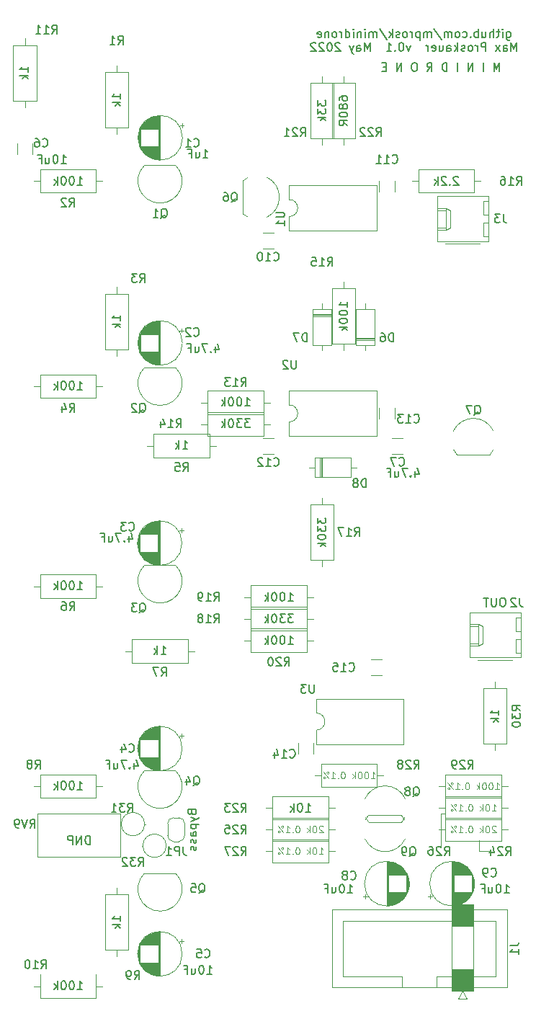
<source format=gbr>
G04 #@! TF.GenerationSoftware,KiCad,Pcbnew,(6.0.5)*
G04 #@! TF.CreationDate,2022-05-27T13:23:59-04:00*
G04 #@! TF.ProjectId,minidrone-rounded,6d696e69-6472-46f6-9e65-2d726f756e64,rev?*
G04 #@! TF.SameCoordinates,Original*
G04 #@! TF.FileFunction,Legend,Bot*
G04 #@! TF.FilePolarity,Positive*
%FSLAX46Y46*%
G04 Gerber Fmt 4.6, Leading zero omitted, Abs format (unit mm)*
G04 Created by KiCad (PCBNEW (6.0.5)) date 2022-05-27 13:23:59*
%MOMM*%
%LPD*%
G01*
G04 APERTURE LIST*
%ADD10C,0.120000*%
%ADD11C,0.150000*%
G04 APERTURE END LIST*
D10*
X217155000Y-141532500D02*
X217155000Y-146612500D01*
X217805000Y-132715000D02*
X219075000Y-132715000D01*
X214615000Y-146612500D02*
X217155000Y-146612500D01*
X217155000Y-146612500D02*
X217155000Y-149152500D01*
X217155000Y-149152500D02*
X214615000Y-149152500D01*
X214615000Y-149152500D02*
X214615000Y-146612500D01*
G36*
X214615000Y-146612500D02*
G01*
X217155000Y-146612500D01*
X217155000Y-149152500D01*
X214615000Y-149152500D01*
X214615000Y-146612500D01*
G37*
X217805000Y-131445000D02*
X217805000Y-132715000D01*
X214615000Y-141532500D02*
X214615000Y-146612500D01*
X214615000Y-138992500D02*
X217155000Y-138992500D01*
X217155000Y-138992500D02*
X217155000Y-141532500D01*
X217155000Y-141532500D02*
X214615000Y-141532500D01*
X214615000Y-141532500D02*
X214615000Y-138992500D01*
G36*
X214615000Y-138992500D02*
G01*
X217155000Y-138992500D01*
X217155000Y-141532500D01*
X214615000Y-141532500D01*
X214615000Y-138992500D01*
G37*
X213360000Y-128270000D02*
X213360000Y-132080000D01*
X213900000Y-128270000D02*
X213360000Y-128270000D01*
D11*
X220240952Y-41092380D02*
X220240952Y-40092380D01*
X219907619Y-40806666D01*
X219574285Y-40092380D01*
X219574285Y-41092380D01*
X218336190Y-41092380D02*
X218336190Y-40092380D01*
X217098095Y-41092380D02*
X217098095Y-40092380D01*
X216526666Y-41092380D01*
X216526666Y-40092380D01*
X215288571Y-41092380D02*
X215288571Y-40092380D01*
X214050476Y-41092380D02*
X214050476Y-40092380D01*
X213812380Y-40092380D01*
X213669523Y-40140000D01*
X213574285Y-40235238D01*
X213526666Y-40330476D01*
X213479047Y-40520952D01*
X213479047Y-40663809D01*
X213526666Y-40854285D01*
X213574285Y-40949523D01*
X213669523Y-41044761D01*
X213812380Y-41092380D01*
X214050476Y-41092380D01*
X211717142Y-41092380D02*
X212050476Y-40616190D01*
X212288571Y-41092380D02*
X212288571Y-40092380D01*
X211907619Y-40092380D01*
X211812380Y-40140000D01*
X211764761Y-40187619D01*
X211717142Y-40282857D01*
X211717142Y-40425714D01*
X211764761Y-40520952D01*
X211812380Y-40568571D01*
X211907619Y-40616190D01*
X212288571Y-40616190D01*
X210336190Y-40092380D02*
X210145714Y-40092380D01*
X210050476Y-40140000D01*
X209955238Y-40235238D01*
X209907619Y-40425714D01*
X209907619Y-40759047D01*
X209955238Y-40949523D01*
X210050476Y-41044761D01*
X210145714Y-41092380D01*
X210336190Y-41092380D01*
X210431428Y-41044761D01*
X210526666Y-40949523D01*
X210574285Y-40759047D01*
X210574285Y-40425714D01*
X210526666Y-40235238D01*
X210431428Y-40140000D01*
X210336190Y-40092380D01*
X208717142Y-41092380D02*
X208717142Y-40092380D01*
X208145714Y-41092380D01*
X208145714Y-40092380D01*
X206907619Y-40568571D02*
X206574285Y-40568571D01*
X206431428Y-41092380D02*
X206907619Y-41092380D01*
X206907619Y-40092380D01*
X206431428Y-40092380D01*
X221065952Y-36445714D02*
X221065952Y-37255238D01*
X221113571Y-37350476D01*
X221161190Y-37398095D01*
X221256428Y-37445714D01*
X221399285Y-37445714D01*
X221494523Y-37398095D01*
X221065952Y-37064761D02*
X221161190Y-37112380D01*
X221351666Y-37112380D01*
X221446904Y-37064761D01*
X221494523Y-37017142D01*
X221542142Y-36921904D01*
X221542142Y-36636190D01*
X221494523Y-36540952D01*
X221446904Y-36493333D01*
X221351666Y-36445714D01*
X221161190Y-36445714D01*
X221065952Y-36493333D01*
X220589761Y-37112380D02*
X220589761Y-36445714D01*
X220589761Y-36112380D02*
X220637380Y-36160000D01*
X220589761Y-36207619D01*
X220542142Y-36160000D01*
X220589761Y-36112380D01*
X220589761Y-36207619D01*
X220256428Y-36445714D02*
X219875476Y-36445714D01*
X220113571Y-36112380D02*
X220113571Y-36969523D01*
X220065952Y-37064761D01*
X219970714Y-37112380D01*
X219875476Y-37112380D01*
X219542142Y-37112380D02*
X219542142Y-36112380D01*
X219113571Y-37112380D02*
X219113571Y-36588571D01*
X219161190Y-36493333D01*
X219256428Y-36445714D01*
X219399285Y-36445714D01*
X219494523Y-36493333D01*
X219542142Y-36540952D01*
X218208809Y-36445714D02*
X218208809Y-37112380D01*
X218637380Y-36445714D02*
X218637380Y-36969523D01*
X218589761Y-37064761D01*
X218494523Y-37112380D01*
X218351666Y-37112380D01*
X218256428Y-37064761D01*
X218208809Y-37017142D01*
X217732619Y-37112380D02*
X217732619Y-36112380D01*
X217732619Y-36493333D02*
X217637380Y-36445714D01*
X217446904Y-36445714D01*
X217351666Y-36493333D01*
X217304047Y-36540952D01*
X217256428Y-36636190D01*
X217256428Y-36921904D01*
X217304047Y-37017142D01*
X217351666Y-37064761D01*
X217446904Y-37112380D01*
X217637380Y-37112380D01*
X217732619Y-37064761D01*
X216827857Y-37017142D02*
X216780238Y-37064761D01*
X216827857Y-37112380D01*
X216875476Y-37064761D01*
X216827857Y-37017142D01*
X216827857Y-37112380D01*
X215923095Y-37064761D02*
X216018333Y-37112380D01*
X216208809Y-37112380D01*
X216304047Y-37064761D01*
X216351666Y-37017142D01*
X216399285Y-36921904D01*
X216399285Y-36636190D01*
X216351666Y-36540952D01*
X216304047Y-36493333D01*
X216208809Y-36445714D01*
X216018333Y-36445714D01*
X215923095Y-36493333D01*
X215351666Y-37112380D02*
X215446904Y-37064761D01*
X215494523Y-37017142D01*
X215542142Y-36921904D01*
X215542142Y-36636190D01*
X215494523Y-36540952D01*
X215446904Y-36493333D01*
X215351666Y-36445714D01*
X215208809Y-36445714D01*
X215113571Y-36493333D01*
X215065952Y-36540952D01*
X215018333Y-36636190D01*
X215018333Y-36921904D01*
X215065952Y-37017142D01*
X215113571Y-37064761D01*
X215208809Y-37112380D01*
X215351666Y-37112380D01*
X214589761Y-37112380D02*
X214589761Y-36445714D01*
X214589761Y-36540952D02*
X214542142Y-36493333D01*
X214446904Y-36445714D01*
X214304047Y-36445714D01*
X214208809Y-36493333D01*
X214161190Y-36588571D01*
X214161190Y-37112380D01*
X214161190Y-36588571D02*
X214113571Y-36493333D01*
X214018333Y-36445714D01*
X213875476Y-36445714D01*
X213780238Y-36493333D01*
X213732619Y-36588571D01*
X213732619Y-37112380D01*
X212542142Y-36064761D02*
X213399285Y-37350476D01*
X212208809Y-37112380D02*
X212208809Y-36445714D01*
X212208809Y-36540952D02*
X212161190Y-36493333D01*
X212065952Y-36445714D01*
X211923095Y-36445714D01*
X211827857Y-36493333D01*
X211780238Y-36588571D01*
X211780238Y-37112380D01*
X211780238Y-36588571D02*
X211732619Y-36493333D01*
X211637380Y-36445714D01*
X211494523Y-36445714D01*
X211399285Y-36493333D01*
X211351666Y-36588571D01*
X211351666Y-37112380D01*
X210875476Y-36445714D02*
X210875476Y-37445714D01*
X210875476Y-36493333D02*
X210780238Y-36445714D01*
X210589761Y-36445714D01*
X210494523Y-36493333D01*
X210446904Y-36540952D01*
X210399285Y-36636190D01*
X210399285Y-36921904D01*
X210446904Y-37017142D01*
X210494523Y-37064761D01*
X210589761Y-37112380D01*
X210780238Y-37112380D01*
X210875476Y-37064761D01*
X209970714Y-37112380D02*
X209970714Y-36445714D01*
X209970714Y-36636190D02*
X209923095Y-36540952D01*
X209875476Y-36493333D01*
X209780238Y-36445714D01*
X209685000Y-36445714D01*
X209208809Y-37112380D02*
X209304047Y-37064761D01*
X209351666Y-37017142D01*
X209399285Y-36921904D01*
X209399285Y-36636190D01*
X209351666Y-36540952D01*
X209304047Y-36493333D01*
X209208809Y-36445714D01*
X209065952Y-36445714D01*
X208970714Y-36493333D01*
X208923095Y-36540952D01*
X208875476Y-36636190D01*
X208875476Y-36921904D01*
X208923095Y-37017142D01*
X208970714Y-37064761D01*
X209065952Y-37112380D01*
X209208809Y-37112380D01*
X208494523Y-37064761D02*
X208399285Y-37112380D01*
X208208809Y-37112380D01*
X208113571Y-37064761D01*
X208065952Y-36969523D01*
X208065952Y-36921904D01*
X208113571Y-36826666D01*
X208208809Y-36779047D01*
X208351666Y-36779047D01*
X208446904Y-36731428D01*
X208494523Y-36636190D01*
X208494523Y-36588571D01*
X208446904Y-36493333D01*
X208351666Y-36445714D01*
X208208809Y-36445714D01*
X208113571Y-36493333D01*
X207637380Y-37112380D02*
X207637380Y-36112380D01*
X207542142Y-36731428D02*
X207256428Y-37112380D01*
X207256428Y-36445714D02*
X207637380Y-36826666D01*
X206113571Y-36064761D02*
X206970714Y-37350476D01*
X205780238Y-37112380D02*
X205780238Y-36445714D01*
X205780238Y-36540952D02*
X205732619Y-36493333D01*
X205637380Y-36445714D01*
X205494523Y-36445714D01*
X205399285Y-36493333D01*
X205351666Y-36588571D01*
X205351666Y-37112380D01*
X205351666Y-36588571D02*
X205304047Y-36493333D01*
X205208809Y-36445714D01*
X205065952Y-36445714D01*
X204970714Y-36493333D01*
X204923095Y-36588571D01*
X204923095Y-37112380D01*
X204446904Y-37112380D02*
X204446904Y-36445714D01*
X204446904Y-36112380D02*
X204494523Y-36160000D01*
X204446904Y-36207619D01*
X204399285Y-36160000D01*
X204446904Y-36112380D01*
X204446904Y-36207619D01*
X203970714Y-36445714D02*
X203970714Y-37112380D01*
X203970714Y-36540952D02*
X203923095Y-36493333D01*
X203827857Y-36445714D01*
X203685000Y-36445714D01*
X203589761Y-36493333D01*
X203542142Y-36588571D01*
X203542142Y-37112380D01*
X203065952Y-37112380D02*
X203065952Y-36445714D01*
X203065952Y-36112380D02*
X203113571Y-36160000D01*
X203065952Y-36207619D01*
X203018333Y-36160000D01*
X203065952Y-36112380D01*
X203065952Y-36207619D01*
X202161190Y-37112380D02*
X202161190Y-36112380D01*
X202161190Y-37064761D02*
X202256428Y-37112380D01*
X202446904Y-37112380D01*
X202542142Y-37064761D01*
X202589761Y-37017142D01*
X202637380Y-36921904D01*
X202637380Y-36636190D01*
X202589761Y-36540952D01*
X202542142Y-36493333D01*
X202446904Y-36445714D01*
X202256428Y-36445714D01*
X202161190Y-36493333D01*
X201685000Y-37112380D02*
X201685000Y-36445714D01*
X201685000Y-36636190D02*
X201637380Y-36540952D01*
X201589761Y-36493333D01*
X201494523Y-36445714D01*
X201399285Y-36445714D01*
X200923095Y-37112380D02*
X201018333Y-37064761D01*
X201065952Y-37017142D01*
X201113571Y-36921904D01*
X201113571Y-36636190D01*
X201065952Y-36540952D01*
X201018333Y-36493333D01*
X200923095Y-36445714D01*
X200780238Y-36445714D01*
X200685000Y-36493333D01*
X200637380Y-36540952D01*
X200589761Y-36636190D01*
X200589761Y-36921904D01*
X200637380Y-37017142D01*
X200685000Y-37064761D01*
X200780238Y-37112380D01*
X200923095Y-37112380D01*
X200161190Y-36445714D02*
X200161190Y-37112380D01*
X200161190Y-36540952D02*
X200113571Y-36493333D01*
X200018333Y-36445714D01*
X199875476Y-36445714D01*
X199780238Y-36493333D01*
X199732619Y-36588571D01*
X199732619Y-37112380D01*
X198875476Y-37064761D02*
X198970714Y-37112380D01*
X199161190Y-37112380D01*
X199256428Y-37064761D01*
X199304047Y-36969523D01*
X199304047Y-36588571D01*
X199256428Y-36493333D01*
X199161190Y-36445714D01*
X198970714Y-36445714D01*
X198875476Y-36493333D01*
X198827857Y-36588571D01*
X198827857Y-36683809D01*
X199304047Y-36779047D01*
X222256428Y-38722380D02*
X222256428Y-37722380D01*
X221923095Y-38436666D01*
X221589761Y-37722380D01*
X221589761Y-38722380D01*
X220685000Y-38722380D02*
X220685000Y-38198571D01*
X220732619Y-38103333D01*
X220827857Y-38055714D01*
X221018333Y-38055714D01*
X221113571Y-38103333D01*
X220685000Y-38674761D02*
X220780238Y-38722380D01*
X221018333Y-38722380D01*
X221113571Y-38674761D01*
X221161190Y-38579523D01*
X221161190Y-38484285D01*
X221113571Y-38389047D01*
X221018333Y-38341428D01*
X220780238Y-38341428D01*
X220685000Y-38293809D01*
X220304047Y-38722380D02*
X219780238Y-38055714D01*
X220304047Y-38055714D02*
X219780238Y-38722380D01*
X218637380Y-38722380D02*
X218637380Y-37722380D01*
X218256428Y-37722380D01*
X218161190Y-37770000D01*
X218113571Y-37817619D01*
X218065952Y-37912857D01*
X218065952Y-38055714D01*
X218113571Y-38150952D01*
X218161190Y-38198571D01*
X218256428Y-38246190D01*
X218637380Y-38246190D01*
X217637380Y-38722380D02*
X217637380Y-38055714D01*
X217637380Y-38246190D02*
X217589761Y-38150952D01*
X217542142Y-38103333D01*
X217446904Y-38055714D01*
X217351666Y-38055714D01*
X216875476Y-38722380D02*
X216970714Y-38674761D01*
X217018333Y-38627142D01*
X217065952Y-38531904D01*
X217065952Y-38246190D01*
X217018333Y-38150952D01*
X216970714Y-38103333D01*
X216875476Y-38055714D01*
X216732619Y-38055714D01*
X216637380Y-38103333D01*
X216589761Y-38150952D01*
X216542142Y-38246190D01*
X216542142Y-38531904D01*
X216589761Y-38627142D01*
X216637380Y-38674761D01*
X216732619Y-38722380D01*
X216875476Y-38722380D01*
X216161190Y-38674761D02*
X216065952Y-38722380D01*
X215875476Y-38722380D01*
X215780238Y-38674761D01*
X215732619Y-38579523D01*
X215732619Y-38531904D01*
X215780238Y-38436666D01*
X215875476Y-38389047D01*
X216018333Y-38389047D01*
X216113571Y-38341428D01*
X216161190Y-38246190D01*
X216161190Y-38198571D01*
X216113571Y-38103333D01*
X216018333Y-38055714D01*
X215875476Y-38055714D01*
X215780238Y-38103333D01*
X215304047Y-38722380D02*
X215304047Y-37722380D01*
X215208809Y-38341428D02*
X214923095Y-38722380D01*
X214923095Y-38055714D02*
X215304047Y-38436666D01*
X214065952Y-38722380D02*
X214065952Y-38198571D01*
X214113571Y-38103333D01*
X214208809Y-38055714D01*
X214399285Y-38055714D01*
X214494523Y-38103333D01*
X214065952Y-38674761D02*
X214161190Y-38722380D01*
X214399285Y-38722380D01*
X214494523Y-38674761D01*
X214542142Y-38579523D01*
X214542142Y-38484285D01*
X214494523Y-38389047D01*
X214399285Y-38341428D01*
X214161190Y-38341428D01*
X214065952Y-38293809D01*
X213161190Y-38055714D02*
X213161190Y-38722380D01*
X213589761Y-38055714D02*
X213589761Y-38579523D01*
X213542142Y-38674761D01*
X213446904Y-38722380D01*
X213304047Y-38722380D01*
X213208809Y-38674761D01*
X213161190Y-38627142D01*
X212304047Y-38674761D02*
X212399285Y-38722380D01*
X212589761Y-38722380D01*
X212685000Y-38674761D01*
X212732619Y-38579523D01*
X212732619Y-38198571D01*
X212685000Y-38103333D01*
X212589761Y-38055714D01*
X212399285Y-38055714D01*
X212304047Y-38103333D01*
X212256428Y-38198571D01*
X212256428Y-38293809D01*
X212732619Y-38389047D01*
X211827857Y-38722380D02*
X211827857Y-38055714D01*
X211827857Y-38246190D02*
X211780238Y-38150952D01*
X211732619Y-38103333D01*
X211637380Y-38055714D01*
X211542142Y-38055714D01*
X209780238Y-38055714D02*
X209542142Y-38722380D01*
X209304047Y-38055714D01*
X208732619Y-37722380D02*
X208637380Y-37722380D01*
X208542142Y-37770000D01*
X208494523Y-37817619D01*
X208446904Y-37912857D01*
X208399285Y-38103333D01*
X208399285Y-38341428D01*
X208446904Y-38531904D01*
X208494523Y-38627142D01*
X208542142Y-38674761D01*
X208637380Y-38722380D01*
X208732619Y-38722380D01*
X208827857Y-38674761D01*
X208875476Y-38627142D01*
X208923095Y-38531904D01*
X208970714Y-38341428D01*
X208970714Y-38103333D01*
X208923095Y-37912857D01*
X208875476Y-37817619D01*
X208827857Y-37770000D01*
X208732619Y-37722380D01*
X207970714Y-38627142D02*
X207923095Y-38674761D01*
X207970714Y-38722380D01*
X208018333Y-38674761D01*
X207970714Y-38627142D01*
X207970714Y-38722380D01*
X206970714Y-38722380D02*
X207542142Y-38722380D01*
X207256428Y-38722380D02*
X207256428Y-37722380D01*
X207351666Y-37865238D01*
X207446904Y-37960476D01*
X207542142Y-38008095D01*
X205018333Y-38722380D02*
X205018333Y-37722380D01*
X204685000Y-38436666D01*
X204351666Y-37722380D01*
X204351666Y-38722380D01*
X203446904Y-38722380D02*
X203446904Y-38198571D01*
X203494523Y-38103333D01*
X203589761Y-38055714D01*
X203780238Y-38055714D01*
X203875476Y-38103333D01*
X203446904Y-38674761D02*
X203542142Y-38722380D01*
X203780238Y-38722380D01*
X203875476Y-38674761D01*
X203923095Y-38579523D01*
X203923095Y-38484285D01*
X203875476Y-38389047D01*
X203780238Y-38341428D01*
X203542142Y-38341428D01*
X203446904Y-38293809D01*
X203065952Y-38055714D02*
X202827857Y-38722380D01*
X202589761Y-38055714D02*
X202827857Y-38722380D01*
X202923095Y-38960476D01*
X202970714Y-39008095D01*
X203065952Y-39055714D01*
X201494523Y-37817619D02*
X201446904Y-37770000D01*
X201351666Y-37722380D01*
X201113571Y-37722380D01*
X201018333Y-37770000D01*
X200970714Y-37817619D01*
X200923095Y-37912857D01*
X200923095Y-38008095D01*
X200970714Y-38150952D01*
X201542142Y-38722380D01*
X200923095Y-38722380D01*
X200304047Y-37722380D02*
X200208809Y-37722380D01*
X200113571Y-37770000D01*
X200065952Y-37817619D01*
X200018333Y-37912857D01*
X199970714Y-38103333D01*
X199970714Y-38341428D01*
X200018333Y-38531904D01*
X200065952Y-38627142D01*
X200113571Y-38674761D01*
X200208809Y-38722380D01*
X200304047Y-38722380D01*
X200399285Y-38674761D01*
X200446904Y-38627142D01*
X200494523Y-38531904D01*
X200542142Y-38341428D01*
X200542142Y-38103333D01*
X200494523Y-37912857D01*
X200446904Y-37817619D01*
X200399285Y-37770000D01*
X200304047Y-37722380D01*
X199589761Y-37817619D02*
X199542142Y-37770000D01*
X199446904Y-37722380D01*
X199208809Y-37722380D01*
X199113571Y-37770000D01*
X199065952Y-37817619D01*
X199018333Y-37912857D01*
X199018333Y-38008095D01*
X199065952Y-38150952D01*
X199637380Y-38722380D01*
X199018333Y-38722380D01*
X198637380Y-37817619D02*
X198589761Y-37770000D01*
X198494523Y-37722380D01*
X198256428Y-37722380D01*
X198161190Y-37770000D01*
X198113571Y-37817619D01*
X198065952Y-37912857D01*
X198065952Y-38008095D01*
X198113571Y-38150952D01*
X198685000Y-38722380D01*
X198065952Y-38722380D01*
X169711666Y-104422380D02*
X170045000Y-103946190D01*
X170283095Y-104422380D02*
X170283095Y-103422380D01*
X169902142Y-103422380D01*
X169806904Y-103470000D01*
X169759285Y-103517619D01*
X169711666Y-103612857D01*
X169711666Y-103755714D01*
X169759285Y-103850952D01*
X169806904Y-103898571D01*
X169902142Y-103946190D01*
X170283095Y-103946190D01*
X168854523Y-103422380D02*
X169045000Y-103422380D01*
X169140238Y-103470000D01*
X169187857Y-103517619D01*
X169283095Y-103660476D01*
X169330714Y-103850952D01*
X169330714Y-104231904D01*
X169283095Y-104327142D01*
X169235476Y-104374761D01*
X169140238Y-104422380D01*
X168949761Y-104422380D01*
X168854523Y-104374761D01*
X168806904Y-104327142D01*
X168759285Y-104231904D01*
X168759285Y-103993809D01*
X168806904Y-103898571D01*
X168854523Y-103850952D01*
X168949761Y-103803333D01*
X169140238Y-103803333D01*
X169235476Y-103850952D01*
X169283095Y-103898571D01*
X169330714Y-103993809D01*
X170616428Y-101977380D02*
X171187857Y-101977380D01*
X170902142Y-101977380D02*
X170902142Y-100977380D01*
X170997380Y-101120238D01*
X171092619Y-101215476D01*
X171187857Y-101263095D01*
X169997380Y-100977380D02*
X169902142Y-100977380D01*
X169806904Y-101025000D01*
X169759285Y-101072619D01*
X169711666Y-101167857D01*
X169664047Y-101358333D01*
X169664047Y-101596428D01*
X169711666Y-101786904D01*
X169759285Y-101882142D01*
X169806904Y-101929761D01*
X169902142Y-101977380D01*
X169997380Y-101977380D01*
X170092619Y-101929761D01*
X170140238Y-101882142D01*
X170187857Y-101786904D01*
X170235476Y-101596428D01*
X170235476Y-101358333D01*
X170187857Y-101167857D01*
X170140238Y-101072619D01*
X170092619Y-101025000D01*
X169997380Y-100977380D01*
X169045000Y-100977380D02*
X168949761Y-100977380D01*
X168854523Y-101025000D01*
X168806904Y-101072619D01*
X168759285Y-101167857D01*
X168711666Y-101358333D01*
X168711666Y-101596428D01*
X168759285Y-101786904D01*
X168806904Y-101882142D01*
X168854523Y-101929761D01*
X168949761Y-101977380D01*
X169045000Y-101977380D01*
X169140238Y-101929761D01*
X169187857Y-101882142D01*
X169235476Y-101786904D01*
X169283095Y-101596428D01*
X169283095Y-101358333D01*
X169235476Y-101167857D01*
X169187857Y-101072619D01*
X169140238Y-101025000D01*
X169045000Y-100977380D01*
X168283095Y-101977380D02*
X168283095Y-100977380D01*
X168187857Y-101596428D02*
X167902142Y-101977380D01*
X167902142Y-101310714D02*
X168283095Y-101691666D01*
X220678333Y-57872380D02*
X220678333Y-58586666D01*
X220725952Y-58729523D01*
X220821190Y-58824761D01*
X220964047Y-58872380D01*
X221059285Y-58872380D01*
X220297380Y-57872380D02*
X219678333Y-57872380D01*
X220011666Y-58253333D01*
X219868809Y-58253333D01*
X219773571Y-58300952D01*
X219725952Y-58348571D01*
X219678333Y-58443809D01*
X219678333Y-58681904D01*
X219725952Y-58777142D01*
X219773571Y-58824761D01*
X219868809Y-58872380D01*
X220154523Y-58872380D01*
X220249761Y-58824761D01*
X220297380Y-58777142D01*
X185586666Y-145137142D02*
X185634285Y-145184761D01*
X185777142Y-145232380D01*
X185872380Y-145232380D01*
X186015238Y-145184761D01*
X186110476Y-145089523D01*
X186158095Y-144994285D01*
X186205714Y-144803809D01*
X186205714Y-144660952D01*
X186158095Y-144470476D01*
X186110476Y-144375238D01*
X186015238Y-144280000D01*
X185872380Y-144232380D01*
X185777142Y-144232380D01*
X185634285Y-144280000D01*
X185586666Y-144327619D01*
X184681904Y-144232380D02*
X185158095Y-144232380D01*
X185205714Y-144708571D01*
X185158095Y-144660952D01*
X185062857Y-144613333D01*
X184824761Y-144613333D01*
X184729523Y-144660952D01*
X184681904Y-144708571D01*
X184634285Y-144803809D01*
X184634285Y-145041904D01*
X184681904Y-145137142D01*
X184729523Y-145184761D01*
X184824761Y-145232380D01*
X185062857Y-145232380D01*
X185158095Y-145184761D01*
X185205714Y-145137142D01*
X185856428Y-147137380D02*
X186427857Y-147137380D01*
X186142142Y-147137380D02*
X186142142Y-146137380D01*
X186237380Y-146280238D01*
X186332619Y-146375476D01*
X186427857Y-146423095D01*
X185237380Y-146137380D02*
X185142142Y-146137380D01*
X185046904Y-146185000D01*
X184999285Y-146232619D01*
X184951666Y-146327857D01*
X184904047Y-146518333D01*
X184904047Y-146756428D01*
X184951666Y-146946904D01*
X184999285Y-147042142D01*
X185046904Y-147089761D01*
X185142142Y-147137380D01*
X185237380Y-147137380D01*
X185332619Y-147089761D01*
X185380238Y-147042142D01*
X185427857Y-146946904D01*
X185475476Y-146756428D01*
X185475476Y-146518333D01*
X185427857Y-146327857D01*
X185380238Y-146232619D01*
X185332619Y-146185000D01*
X185237380Y-146137380D01*
X184046904Y-146470714D02*
X184046904Y-147137380D01*
X184475476Y-146470714D02*
X184475476Y-146994523D01*
X184427857Y-147089761D01*
X184332619Y-147137380D01*
X184189761Y-147137380D01*
X184094523Y-147089761D01*
X184046904Y-147042142D01*
X183237380Y-146613571D02*
X183570714Y-146613571D01*
X183570714Y-147137380D02*
X183570714Y-146137380D01*
X183094523Y-146137380D01*
X177807857Y-134437380D02*
X178141190Y-133961190D01*
X178379285Y-134437380D02*
X178379285Y-133437380D01*
X177998333Y-133437380D01*
X177903095Y-133485000D01*
X177855476Y-133532619D01*
X177807857Y-133627857D01*
X177807857Y-133770714D01*
X177855476Y-133865952D01*
X177903095Y-133913571D01*
X177998333Y-133961190D01*
X178379285Y-133961190D01*
X177474523Y-133437380D02*
X176855476Y-133437380D01*
X177188809Y-133818333D01*
X177045952Y-133818333D01*
X176950714Y-133865952D01*
X176903095Y-133913571D01*
X176855476Y-134008809D01*
X176855476Y-134246904D01*
X176903095Y-134342142D01*
X176950714Y-134389761D01*
X177045952Y-134437380D01*
X177331666Y-134437380D01*
X177426904Y-134389761D01*
X177474523Y-134342142D01*
X176474523Y-133532619D02*
X176426904Y-133485000D01*
X176331666Y-133437380D01*
X176093571Y-133437380D01*
X175998333Y-133485000D01*
X175950714Y-133532619D01*
X175903095Y-133627857D01*
X175903095Y-133723095D01*
X175950714Y-133865952D01*
X176522142Y-134437380D01*
X175903095Y-134437380D01*
X183078333Y-132167380D02*
X183078333Y-132881666D01*
X183125952Y-133024523D01*
X183221190Y-133119761D01*
X183364047Y-133167380D01*
X183459285Y-133167380D01*
X182602142Y-133167380D02*
X182602142Y-132167380D01*
X182221190Y-132167380D01*
X182125952Y-132215000D01*
X182078333Y-132262619D01*
X182030714Y-132357857D01*
X182030714Y-132500714D01*
X182078333Y-132595952D01*
X182125952Y-132643571D01*
X182221190Y-132691190D01*
X182602142Y-132691190D01*
X181078333Y-133167380D02*
X181649761Y-133167380D01*
X181364047Y-133167380D02*
X181364047Y-132167380D01*
X181459285Y-132310238D01*
X181554523Y-132405476D01*
X181649761Y-132453095D01*
X184078571Y-128151190D02*
X184126190Y-128294047D01*
X184173809Y-128341666D01*
X184269047Y-128389285D01*
X184411904Y-128389285D01*
X184507142Y-128341666D01*
X184554761Y-128294047D01*
X184602380Y-128198809D01*
X184602380Y-127817857D01*
X183602380Y-127817857D01*
X183602380Y-128151190D01*
X183650000Y-128246428D01*
X183697619Y-128294047D01*
X183792857Y-128341666D01*
X183888095Y-128341666D01*
X183983333Y-128294047D01*
X184030952Y-128246428D01*
X184078571Y-128151190D01*
X184078571Y-127817857D01*
X183935714Y-128722619D02*
X184602380Y-128960714D01*
X183935714Y-129198809D02*
X184602380Y-128960714D01*
X184840476Y-128865476D01*
X184888095Y-128817857D01*
X184935714Y-128722619D01*
X183935714Y-129579761D02*
X184935714Y-129579761D01*
X183983333Y-129579761D02*
X183935714Y-129675000D01*
X183935714Y-129865476D01*
X183983333Y-129960714D01*
X184030952Y-130008333D01*
X184126190Y-130055952D01*
X184411904Y-130055952D01*
X184507142Y-130008333D01*
X184554761Y-129960714D01*
X184602380Y-129865476D01*
X184602380Y-129675000D01*
X184554761Y-129579761D01*
X184602380Y-130913095D02*
X184078571Y-130913095D01*
X183983333Y-130865476D01*
X183935714Y-130770238D01*
X183935714Y-130579761D01*
X183983333Y-130484523D01*
X184554761Y-130913095D02*
X184602380Y-130817857D01*
X184602380Y-130579761D01*
X184554761Y-130484523D01*
X184459523Y-130436904D01*
X184364285Y-130436904D01*
X184269047Y-130484523D01*
X184221428Y-130579761D01*
X184221428Y-130817857D01*
X184173809Y-130913095D01*
X184554761Y-131341666D02*
X184602380Y-131436904D01*
X184602380Y-131627380D01*
X184554761Y-131722619D01*
X184459523Y-131770238D01*
X184411904Y-131770238D01*
X184316666Y-131722619D01*
X184269047Y-131627380D01*
X184269047Y-131484523D01*
X184221428Y-131389285D01*
X184126190Y-131341666D01*
X184078571Y-131341666D01*
X183983333Y-131389285D01*
X183935714Y-131484523D01*
X183935714Y-131627380D01*
X183983333Y-131722619D01*
X184554761Y-132151190D02*
X184602380Y-132246428D01*
X184602380Y-132436904D01*
X184554761Y-132532142D01*
X184459523Y-132579761D01*
X184411904Y-132579761D01*
X184316666Y-132532142D01*
X184269047Y-132436904D01*
X184269047Y-132294047D01*
X184221428Y-132198809D01*
X184126190Y-132151190D01*
X184078571Y-132151190D01*
X183983333Y-132198809D01*
X183935714Y-132294047D01*
X183935714Y-132436904D01*
X183983333Y-132532142D01*
X222702380Y-116197142D02*
X222226190Y-115863809D01*
X222702380Y-115625714D02*
X221702380Y-115625714D01*
X221702380Y-116006666D01*
X221750000Y-116101904D01*
X221797619Y-116149523D01*
X221892857Y-116197142D01*
X222035714Y-116197142D01*
X222130952Y-116149523D01*
X222178571Y-116101904D01*
X222226190Y-116006666D01*
X222226190Y-115625714D01*
X221702380Y-116530476D02*
X221702380Y-117149523D01*
X222083333Y-116816190D01*
X222083333Y-116959047D01*
X222130952Y-117054285D01*
X222178571Y-117101904D01*
X222273809Y-117149523D01*
X222511904Y-117149523D01*
X222607142Y-117101904D01*
X222654761Y-117054285D01*
X222702380Y-116959047D01*
X222702380Y-116673333D01*
X222654761Y-116578095D01*
X222607142Y-116530476D01*
X221702380Y-117768571D02*
X221702380Y-117863809D01*
X221750000Y-117959047D01*
X221797619Y-118006666D01*
X221892857Y-118054285D01*
X222083333Y-118101904D01*
X222321428Y-118101904D01*
X222511904Y-118054285D01*
X222607142Y-118006666D01*
X222654761Y-117959047D01*
X222702380Y-117863809D01*
X222702380Y-117768571D01*
X222654761Y-117673333D01*
X222607142Y-117625714D01*
X222511904Y-117578095D01*
X222321428Y-117530476D01*
X222083333Y-117530476D01*
X221892857Y-117578095D01*
X221797619Y-117625714D01*
X221750000Y-117673333D01*
X221702380Y-117768571D01*
X220162380Y-116720952D02*
X220162380Y-116149523D01*
X220162380Y-116435238D02*
X219162380Y-116435238D01*
X219305238Y-116340000D01*
X219400476Y-116244761D01*
X219448095Y-116149523D01*
X220162380Y-117149523D02*
X219162380Y-117149523D01*
X219781428Y-117244761D02*
X220162380Y-117530476D01*
X219495714Y-117530476D02*
X219876666Y-117149523D01*
X186697857Y-103322380D02*
X187031190Y-102846190D01*
X187269285Y-103322380D02*
X187269285Y-102322380D01*
X186888333Y-102322380D01*
X186793095Y-102370000D01*
X186745476Y-102417619D01*
X186697857Y-102512857D01*
X186697857Y-102655714D01*
X186745476Y-102750952D01*
X186793095Y-102798571D01*
X186888333Y-102846190D01*
X187269285Y-102846190D01*
X185745476Y-103322380D02*
X186316904Y-103322380D01*
X186031190Y-103322380D02*
X186031190Y-102322380D01*
X186126428Y-102465238D01*
X186221666Y-102560476D01*
X186316904Y-102608095D01*
X185269285Y-103322380D02*
X185078809Y-103322380D01*
X184983571Y-103274761D01*
X184935952Y-103227142D01*
X184840714Y-103084285D01*
X184793095Y-102893809D01*
X184793095Y-102512857D01*
X184840714Y-102417619D01*
X184888333Y-102370000D01*
X184983571Y-102322380D01*
X185174047Y-102322380D01*
X185269285Y-102370000D01*
X185316904Y-102417619D01*
X185364523Y-102512857D01*
X185364523Y-102750952D01*
X185316904Y-102846190D01*
X185269285Y-102893809D01*
X185174047Y-102941428D01*
X184983571Y-102941428D01*
X184888333Y-102893809D01*
X184840714Y-102846190D01*
X184793095Y-102750952D01*
X195381428Y-103322380D02*
X195952857Y-103322380D01*
X195667142Y-103322380D02*
X195667142Y-102322380D01*
X195762380Y-102465238D01*
X195857619Y-102560476D01*
X195952857Y-102608095D01*
X194762380Y-102322380D02*
X194667142Y-102322380D01*
X194571904Y-102370000D01*
X194524285Y-102417619D01*
X194476666Y-102512857D01*
X194429047Y-102703333D01*
X194429047Y-102941428D01*
X194476666Y-103131904D01*
X194524285Y-103227142D01*
X194571904Y-103274761D01*
X194667142Y-103322380D01*
X194762380Y-103322380D01*
X194857619Y-103274761D01*
X194905238Y-103227142D01*
X194952857Y-103131904D01*
X195000476Y-102941428D01*
X195000476Y-102703333D01*
X194952857Y-102512857D01*
X194905238Y-102417619D01*
X194857619Y-102370000D01*
X194762380Y-102322380D01*
X193810000Y-102322380D02*
X193714761Y-102322380D01*
X193619523Y-102370000D01*
X193571904Y-102417619D01*
X193524285Y-102512857D01*
X193476666Y-102703333D01*
X193476666Y-102941428D01*
X193524285Y-103131904D01*
X193571904Y-103227142D01*
X193619523Y-103274761D01*
X193714761Y-103322380D01*
X193810000Y-103322380D01*
X193905238Y-103274761D01*
X193952857Y-103227142D01*
X194000476Y-103131904D01*
X194048095Y-102941428D01*
X194048095Y-102703333D01*
X194000476Y-102512857D01*
X193952857Y-102417619D01*
X193905238Y-102370000D01*
X193810000Y-102322380D01*
X193048095Y-103322380D02*
X193048095Y-102322380D01*
X192952857Y-102941428D02*
X192667142Y-103322380D01*
X192667142Y-102655714D02*
X193048095Y-103036666D01*
X180506666Y-112137380D02*
X180840000Y-111661190D01*
X181078095Y-112137380D02*
X181078095Y-111137380D01*
X180697142Y-111137380D01*
X180601904Y-111185000D01*
X180554285Y-111232619D01*
X180506666Y-111327857D01*
X180506666Y-111470714D01*
X180554285Y-111565952D01*
X180601904Y-111613571D01*
X180697142Y-111661190D01*
X181078095Y-111661190D01*
X180173333Y-111137380D02*
X179506666Y-111137380D01*
X179935238Y-112137380D01*
X180459047Y-109597380D02*
X181030476Y-109597380D01*
X180744761Y-109597380D02*
X180744761Y-108597380D01*
X180840000Y-108740238D01*
X180935238Y-108835476D01*
X181030476Y-108883095D01*
X180030476Y-109597380D02*
X180030476Y-108597380D01*
X179935238Y-109216428D02*
X179649523Y-109597380D01*
X179649523Y-108930714D02*
X180030476Y-109311666D01*
X184880238Y-137632619D02*
X184975476Y-137585000D01*
X185070714Y-137489761D01*
X185213571Y-137346904D01*
X185308809Y-137299285D01*
X185404047Y-137299285D01*
X185356428Y-137537380D02*
X185451666Y-137489761D01*
X185546904Y-137394523D01*
X185594523Y-137204047D01*
X185594523Y-136870714D01*
X185546904Y-136680238D01*
X185451666Y-136585000D01*
X185356428Y-136537380D01*
X185165952Y-136537380D01*
X185070714Y-136585000D01*
X184975476Y-136680238D01*
X184927857Y-136870714D01*
X184927857Y-137204047D01*
X184975476Y-137394523D01*
X185070714Y-137489761D01*
X185165952Y-137537380D01*
X185356428Y-137537380D01*
X184023095Y-136537380D02*
X184499285Y-136537380D01*
X184546904Y-137013571D01*
X184499285Y-136965952D01*
X184404047Y-136918333D01*
X184165952Y-136918333D01*
X184070714Y-136965952D01*
X184023095Y-137013571D01*
X183975476Y-137108809D01*
X183975476Y-137346904D01*
X184023095Y-137442142D01*
X184070714Y-137489761D01*
X184165952Y-137537380D01*
X184404047Y-137537380D01*
X184499285Y-137489761D01*
X184546904Y-137442142D01*
X193972380Y-57658095D02*
X194781904Y-57658095D01*
X194877142Y-57705714D01*
X194924761Y-57753333D01*
X194972380Y-57848571D01*
X194972380Y-58039047D01*
X194924761Y-58134285D01*
X194877142Y-58181904D01*
X194781904Y-58229523D01*
X193972380Y-58229523D01*
X194972380Y-59229523D02*
X194972380Y-58658095D01*
X194972380Y-58943809D02*
X193972380Y-58943809D01*
X194115238Y-58848571D01*
X194210476Y-58753333D01*
X194258095Y-58658095D01*
X189872857Y-130627380D02*
X190206190Y-130151190D01*
X190444285Y-130627380D02*
X190444285Y-129627380D01*
X190063333Y-129627380D01*
X189968095Y-129675000D01*
X189920476Y-129722619D01*
X189872857Y-129817857D01*
X189872857Y-129960714D01*
X189920476Y-130055952D01*
X189968095Y-130103571D01*
X190063333Y-130151190D01*
X190444285Y-130151190D01*
X189491904Y-129722619D02*
X189444285Y-129675000D01*
X189349047Y-129627380D01*
X189110952Y-129627380D01*
X189015714Y-129675000D01*
X188968095Y-129722619D01*
X188920476Y-129817857D01*
X188920476Y-129913095D01*
X188968095Y-130055952D01*
X189539523Y-130627380D01*
X188920476Y-130627380D01*
X188015714Y-129627380D02*
X188491904Y-129627380D01*
X188539523Y-130103571D01*
X188491904Y-130055952D01*
X188396666Y-130008333D01*
X188158571Y-130008333D01*
X188063333Y-130055952D01*
X188015714Y-130103571D01*
X187968095Y-130198809D01*
X187968095Y-130436904D01*
X188015714Y-130532142D01*
X188063333Y-130579761D01*
X188158571Y-130627380D01*
X188396666Y-130627380D01*
X188491904Y-130579761D01*
X188539523Y-130532142D01*
D10*
X199497619Y-129813095D02*
X199459523Y-129775000D01*
X199383333Y-129736904D01*
X199192857Y-129736904D01*
X199116666Y-129775000D01*
X199078571Y-129813095D01*
X199040476Y-129889285D01*
X199040476Y-129965476D01*
X199078571Y-130079761D01*
X199535714Y-130536904D01*
X199040476Y-130536904D01*
X198545238Y-129736904D02*
X198469047Y-129736904D01*
X198392857Y-129775000D01*
X198354761Y-129813095D01*
X198316666Y-129889285D01*
X198278571Y-130041666D01*
X198278571Y-130232142D01*
X198316666Y-130384523D01*
X198354761Y-130460714D01*
X198392857Y-130498809D01*
X198469047Y-130536904D01*
X198545238Y-130536904D01*
X198621428Y-130498809D01*
X198659523Y-130460714D01*
X198697619Y-130384523D01*
X198735714Y-130232142D01*
X198735714Y-130041666D01*
X198697619Y-129889285D01*
X198659523Y-129813095D01*
X198621428Y-129775000D01*
X198545238Y-129736904D01*
X197935714Y-130536904D02*
X197935714Y-129736904D01*
X197859523Y-130232142D02*
X197630952Y-130536904D01*
X197630952Y-130003571D02*
X197935714Y-130308333D01*
X196526190Y-129736904D02*
X196450000Y-129736904D01*
X196373809Y-129775000D01*
X196335714Y-129813095D01*
X196297619Y-129889285D01*
X196259523Y-130041666D01*
X196259523Y-130232142D01*
X196297619Y-130384523D01*
X196335714Y-130460714D01*
X196373809Y-130498809D01*
X196450000Y-130536904D01*
X196526190Y-130536904D01*
X196602380Y-130498809D01*
X196640476Y-130460714D01*
X196678571Y-130384523D01*
X196716666Y-130232142D01*
X196716666Y-130041666D01*
X196678571Y-129889285D01*
X196640476Y-129813095D01*
X196602380Y-129775000D01*
X196526190Y-129736904D01*
X195916666Y-130460714D02*
X195878571Y-130498809D01*
X195916666Y-130536904D01*
X195954761Y-130498809D01*
X195916666Y-130460714D01*
X195916666Y-130536904D01*
X195116666Y-130536904D02*
X195573809Y-130536904D01*
X195345238Y-130536904D02*
X195345238Y-129736904D01*
X195421428Y-129851190D01*
X195497619Y-129927380D01*
X195573809Y-129965476D01*
X194811904Y-130536904D02*
X194202380Y-129736904D01*
X194697619Y-129736904D02*
X194621428Y-129775000D01*
X194583333Y-129851190D01*
X194621428Y-129927380D01*
X194697619Y-129965476D01*
X194773809Y-129927380D01*
X194811904Y-129851190D01*
X194773809Y-129775000D01*
X194697619Y-129736904D01*
X194240476Y-130498809D02*
X194202380Y-130422619D01*
X194240476Y-130346428D01*
X194316666Y-130308333D01*
X194392857Y-130346428D01*
X194430952Y-130422619D01*
X194392857Y-130498809D01*
X194316666Y-130536904D01*
X194240476Y-130498809D01*
D11*
X165671666Y-123007380D02*
X166005000Y-122531190D01*
X166243095Y-123007380D02*
X166243095Y-122007380D01*
X165862142Y-122007380D01*
X165766904Y-122055000D01*
X165719285Y-122102619D01*
X165671666Y-122197857D01*
X165671666Y-122340714D01*
X165719285Y-122435952D01*
X165766904Y-122483571D01*
X165862142Y-122531190D01*
X166243095Y-122531190D01*
X165100238Y-122435952D02*
X165195476Y-122388333D01*
X165243095Y-122340714D01*
X165290714Y-122245476D01*
X165290714Y-122197857D01*
X165243095Y-122102619D01*
X165195476Y-122055000D01*
X165100238Y-122007380D01*
X164909761Y-122007380D01*
X164814523Y-122055000D01*
X164766904Y-122102619D01*
X164719285Y-122197857D01*
X164719285Y-122245476D01*
X164766904Y-122340714D01*
X164814523Y-122388333D01*
X164909761Y-122435952D01*
X165100238Y-122435952D01*
X165195476Y-122483571D01*
X165243095Y-122531190D01*
X165290714Y-122626428D01*
X165290714Y-122816904D01*
X165243095Y-122912142D01*
X165195476Y-122959761D01*
X165100238Y-123007380D01*
X164909761Y-123007380D01*
X164814523Y-122959761D01*
X164766904Y-122912142D01*
X164719285Y-122816904D01*
X164719285Y-122626428D01*
X164766904Y-122531190D01*
X164814523Y-122483571D01*
X164909761Y-122435952D01*
X170616428Y-125472380D02*
X171187857Y-125472380D01*
X170902142Y-125472380D02*
X170902142Y-124472380D01*
X170997380Y-124615238D01*
X171092619Y-124710476D01*
X171187857Y-124758095D01*
X169997380Y-124472380D02*
X169902142Y-124472380D01*
X169806904Y-124520000D01*
X169759285Y-124567619D01*
X169711666Y-124662857D01*
X169664047Y-124853333D01*
X169664047Y-125091428D01*
X169711666Y-125281904D01*
X169759285Y-125377142D01*
X169806904Y-125424761D01*
X169902142Y-125472380D01*
X169997380Y-125472380D01*
X170092619Y-125424761D01*
X170140238Y-125377142D01*
X170187857Y-125281904D01*
X170235476Y-125091428D01*
X170235476Y-124853333D01*
X170187857Y-124662857D01*
X170140238Y-124567619D01*
X170092619Y-124520000D01*
X169997380Y-124472380D01*
X169045000Y-124472380D02*
X168949761Y-124472380D01*
X168854523Y-124520000D01*
X168806904Y-124567619D01*
X168759285Y-124662857D01*
X168711666Y-124853333D01*
X168711666Y-125091428D01*
X168759285Y-125281904D01*
X168806904Y-125377142D01*
X168854523Y-125424761D01*
X168949761Y-125472380D01*
X169045000Y-125472380D01*
X169140238Y-125424761D01*
X169187857Y-125377142D01*
X169235476Y-125281904D01*
X169283095Y-125091428D01*
X169283095Y-124853333D01*
X169235476Y-124662857D01*
X169187857Y-124567619D01*
X169140238Y-124520000D01*
X169045000Y-124472380D01*
X168283095Y-125472380D02*
X168283095Y-124472380D01*
X168187857Y-125091428D02*
X167902142Y-125472380D01*
X167902142Y-124805714D02*
X168283095Y-125186666D01*
X169696666Y-56967380D02*
X170030000Y-56491190D01*
X170268095Y-56967380D02*
X170268095Y-55967380D01*
X169887142Y-55967380D01*
X169791904Y-56015000D01*
X169744285Y-56062619D01*
X169696666Y-56157857D01*
X169696666Y-56300714D01*
X169744285Y-56395952D01*
X169791904Y-56443571D01*
X169887142Y-56491190D01*
X170268095Y-56491190D01*
X169315714Y-56062619D02*
X169268095Y-56015000D01*
X169172857Y-55967380D01*
X168934761Y-55967380D01*
X168839523Y-56015000D01*
X168791904Y-56062619D01*
X168744285Y-56157857D01*
X168744285Y-56253095D01*
X168791904Y-56395952D01*
X169363333Y-56967380D01*
X168744285Y-56967380D01*
X170616428Y-54427380D02*
X171187857Y-54427380D01*
X170902142Y-54427380D02*
X170902142Y-53427380D01*
X170997380Y-53570238D01*
X171092619Y-53665476D01*
X171187857Y-53713095D01*
X169997380Y-53427380D02*
X169902142Y-53427380D01*
X169806904Y-53475000D01*
X169759285Y-53522619D01*
X169711666Y-53617857D01*
X169664047Y-53808333D01*
X169664047Y-54046428D01*
X169711666Y-54236904D01*
X169759285Y-54332142D01*
X169806904Y-54379761D01*
X169902142Y-54427380D01*
X169997380Y-54427380D01*
X170092619Y-54379761D01*
X170140238Y-54332142D01*
X170187857Y-54236904D01*
X170235476Y-54046428D01*
X170235476Y-53808333D01*
X170187857Y-53617857D01*
X170140238Y-53522619D01*
X170092619Y-53475000D01*
X169997380Y-53427380D01*
X169045000Y-53427380D02*
X168949761Y-53427380D01*
X168854523Y-53475000D01*
X168806904Y-53522619D01*
X168759285Y-53617857D01*
X168711666Y-53808333D01*
X168711666Y-54046428D01*
X168759285Y-54236904D01*
X168806904Y-54332142D01*
X168854523Y-54379761D01*
X168949761Y-54427380D01*
X169045000Y-54427380D01*
X169140238Y-54379761D01*
X169187857Y-54332142D01*
X169235476Y-54236904D01*
X169283095Y-54046428D01*
X169283095Y-53808333D01*
X169235476Y-53617857D01*
X169187857Y-53522619D01*
X169140238Y-53475000D01*
X169045000Y-53427380D01*
X168283095Y-54427380D02*
X168283095Y-53427380D01*
X168187857Y-54046428D02*
X167902142Y-54427380D01*
X167902142Y-53760714D02*
X168283095Y-54141666D01*
X208446666Y-87352142D02*
X208494285Y-87399761D01*
X208637142Y-87447380D01*
X208732380Y-87447380D01*
X208875238Y-87399761D01*
X208970476Y-87304523D01*
X209018095Y-87209285D01*
X209065714Y-87018809D01*
X209065714Y-86875952D01*
X209018095Y-86685476D01*
X208970476Y-86590238D01*
X208875238Y-86495000D01*
X208732380Y-86447380D01*
X208637142Y-86447380D01*
X208494285Y-86495000D01*
X208446666Y-86542619D01*
X208113333Y-86447380D02*
X207446666Y-86447380D01*
X207875238Y-87447380D01*
X210319761Y-88050714D02*
X210319761Y-88717380D01*
X210557857Y-87669761D02*
X210795952Y-88384047D01*
X210176904Y-88384047D01*
X209795952Y-88622142D02*
X209748333Y-88669761D01*
X209795952Y-88717380D01*
X209843571Y-88669761D01*
X209795952Y-88622142D01*
X209795952Y-88717380D01*
X209415000Y-87717380D02*
X208748333Y-87717380D01*
X209176904Y-88717380D01*
X207938809Y-88050714D02*
X207938809Y-88717380D01*
X208367380Y-88050714D02*
X208367380Y-88574523D01*
X208319761Y-88669761D01*
X208224523Y-88717380D01*
X208081666Y-88717380D01*
X207986428Y-88669761D01*
X207938809Y-88622142D01*
X207129285Y-88193571D02*
X207462619Y-88193571D01*
X207462619Y-88717380D02*
X207462619Y-87717380D01*
X206986428Y-87717380D01*
X222257857Y-54427380D02*
X222591190Y-53951190D01*
X222829285Y-54427380D02*
X222829285Y-53427380D01*
X222448333Y-53427380D01*
X222353095Y-53475000D01*
X222305476Y-53522619D01*
X222257857Y-53617857D01*
X222257857Y-53760714D01*
X222305476Y-53855952D01*
X222353095Y-53903571D01*
X222448333Y-53951190D01*
X222829285Y-53951190D01*
X221305476Y-54427380D02*
X221876904Y-54427380D01*
X221591190Y-54427380D02*
X221591190Y-53427380D01*
X221686428Y-53570238D01*
X221781666Y-53665476D01*
X221876904Y-53713095D01*
X220448333Y-53427380D02*
X220638809Y-53427380D01*
X220734047Y-53475000D01*
X220781666Y-53522619D01*
X220876904Y-53665476D01*
X220924523Y-53855952D01*
X220924523Y-54236904D01*
X220876904Y-54332142D01*
X220829285Y-54379761D01*
X220734047Y-54427380D01*
X220543571Y-54427380D01*
X220448333Y-54379761D01*
X220400714Y-54332142D01*
X220353095Y-54236904D01*
X220353095Y-53998809D01*
X220400714Y-53903571D01*
X220448333Y-53855952D01*
X220543571Y-53808333D01*
X220734047Y-53808333D01*
X220829285Y-53855952D01*
X220876904Y-53903571D01*
X220924523Y-53998809D01*
X215399761Y-53537619D02*
X215352142Y-53490000D01*
X215256904Y-53442380D01*
X215018809Y-53442380D01*
X214923571Y-53490000D01*
X214875952Y-53537619D01*
X214828333Y-53632857D01*
X214828333Y-53728095D01*
X214875952Y-53870952D01*
X215447380Y-54442380D01*
X214828333Y-54442380D01*
X214399761Y-54347142D02*
X214352142Y-54394761D01*
X214399761Y-54442380D01*
X214447380Y-54394761D01*
X214399761Y-54347142D01*
X214399761Y-54442380D01*
X213971190Y-53537619D02*
X213923571Y-53490000D01*
X213828333Y-53442380D01*
X213590238Y-53442380D01*
X213495000Y-53490000D01*
X213447380Y-53537619D01*
X213399761Y-53632857D01*
X213399761Y-53728095D01*
X213447380Y-53870952D01*
X214018809Y-54442380D01*
X213399761Y-54442380D01*
X212971190Y-54442380D02*
X212971190Y-53442380D01*
X212875952Y-54061428D02*
X212590238Y-54442380D01*
X212590238Y-53775714D02*
X212971190Y-54156666D01*
X193712857Y-87372142D02*
X193760476Y-87419761D01*
X193903333Y-87467380D01*
X193998571Y-87467380D01*
X194141428Y-87419761D01*
X194236666Y-87324523D01*
X194284285Y-87229285D01*
X194331904Y-87038809D01*
X194331904Y-86895952D01*
X194284285Y-86705476D01*
X194236666Y-86610238D01*
X194141428Y-86515000D01*
X193998571Y-86467380D01*
X193903333Y-86467380D01*
X193760476Y-86515000D01*
X193712857Y-86562619D01*
X192760476Y-87467380D02*
X193331904Y-87467380D01*
X193046190Y-87467380D02*
X193046190Y-86467380D01*
X193141428Y-86610238D01*
X193236666Y-86705476D01*
X193331904Y-86753095D01*
X192379523Y-86562619D02*
X192331904Y-86515000D01*
X192236666Y-86467380D01*
X191998571Y-86467380D01*
X191903333Y-86515000D01*
X191855714Y-86562619D01*
X191808095Y-86657857D01*
X191808095Y-86753095D01*
X191855714Y-86895952D01*
X192427142Y-87467380D01*
X191808095Y-87467380D01*
X167647857Y-36647380D02*
X167981190Y-36171190D01*
X168219285Y-36647380D02*
X168219285Y-35647380D01*
X167838333Y-35647380D01*
X167743095Y-35695000D01*
X167695476Y-35742619D01*
X167647857Y-35837857D01*
X167647857Y-35980714D01*
X167695476Y-36075952D01*
X167743095Y-36123571D01*
X167838333Y-36171190D01*
X168219285Y-36171190D01*
X166695476Y-36647380D02*
X167266904Y-36647380D01*
X166981190Y-36647380D02*
X166981190Y-35647380D01*
X167076428Y-35790238D01*
X167171666Y-35885476D01*
X167266904Y-35933095D01*
X165743095Y-36647380D02*
X166314523Y-36647380D01*
X166028809Y-36647380D02*
X166028809Y-35647380D01*
X166124047Y-35790238D01*
X166219285Y-35885476D01*
X166314523Y-35933095D01*
X164842380Y-41155952D02*
X164842380Y-40584523D01*
X164842380Y-40870238D02*
X163842380Y-40870238D01*
X163985238Y-40775000D01*
X164080476Y-40679761D01*
X164128095Y-40584523D01*
X164842380Y-41584523D02*
X163842380Y-41584523D01*
X164461428Y-41679761D02*
X164842380Y-41965476D01*
X164175714Y-41965476D02*
X164556666Y-41584523D01*
X209645238Y-133322619D02*
X209740476Y-133275000D01*
X209835714Y-133179761D01*
X209978571Y-133036904D01*
X210073809Y-132989285D01*
X210169047Y-132989285D01*
X210121428Y-133227380D02*
X210216666Y-133179761D01*
X210311904Y-133084523D01*
X210359523Y-132894047D01*
X210359523Y-132560714D01*
X210311904Y-132370238D01*
X210216666Y-132275000D01*
X210121428Y-132227380D01*
X209930952Y-132227380D01*
X209835714Y-132275000D01*
X209740476Y-132370238D01*
X209692857Y-132560714D01*
X209692857Y-132894047D01*
X209740476Y-133084523D01*
X209835714Y-133179761D01*
X209930952Y-133227380D01*
X210121428Y-133227380D01*
X209216666Y-133227380D02*
X209026190Y-133227380D01*
X208930952Y-133179761D01*
X208883333Y-133132142D01*
X208788095Y-132989285D01*
X208740476Y-132798809D01*
X208740476Y-132417857D01*
X208788095Y-132322619D01*
X208835714Y-132275000D01*
X208930952Y-132227380D01*
X209121428Y-132227380D01*
X209216666Y-132275000D01*
X209264285Y-132322619D01*
X209311904Y-132417857D01*
X209311904Y-132655952D01*
X209264285Y-132751190D01*
X209216666Y-132798809D01*
X209121428Y-132846428D01*
X208930952Y-132846428D01*
X208835714Y-132798809D01*
X208788095Y-132751190D01*
X208740476Y-132655952D01*
X177895238Y-81192619D02*
X177990476Y-81145000D01*
X178085714Y-81049761D01*
X178228571Y-80906904D01*
X178323809Y-80859285D01*
X178419047Y-80859285D01*
X178371428Y-81097380D02*
X178466666Y-81049761D01*
X178561904Y-80954523D01*
X178609523Y-80764047D01*
X178609523Y-80430714D01*
X178561904Y-80240238D01*
X178466666Y-80145000D01*
X178371428Y-80097380D01*
X178180952Y-80097380D01*
X178085714Y-80145000D01*
X177990476Y-80240238D01*
X177942857Y-80430714D01*
X177942857Y-80764047D01*
X177990476Y-80954523D01*
X178085714Y-81049761D01*
X178180952Y-81097380D01*
X178371428Y-81097380D01*
X177561904Y-80192619D02*
X177514285Y-80145000D01*
X177419047Y-80097380D01*
X177180952Y-80097380D01*
X177085714Y-80145000D01*
X177038095Y-80192619D01*
X176990476Y-80287857D01*
X176990476Y-80383095D01*
X177038095Y-80525952D01*
X177609523Y-81097380D01*
X176990476Y-81097380D01*
X184245238Y-125007619D02*
X184340476Y-124960000D01*
X184435714Y-124864761D01*
X184578571Y-124721904D01*
X184673809Y-124674285D01*
X184769047Y-124674285D01*
X184721428Y-124912380D02*
X184816666Y-124864761D01*
X184911904Y-124769523D01*
X184959523Y-124579047D01*
X184959523Y-124245714D01*
X184911904Y-124055238D01*
X184816666Y-123960000D01*
X184721428Y-123912380D01*
X184530952Y-123912380D01*
X184435714Y-123960000D01*
X184340476Y-124055238D01*
X184292857Y-124245714D01*
X184292857Y-124579047D01*
X184340476Y-124769523D01*
X184435714Y-124864761D01*
X184530952Y-124912380D01*
X184721428Y-124912380D01*
X183435714Y-124245714D02*
X183435714Y-124912380D01*
X183673809Y-123864761D02*
X183911904Y-124579047D01*
X183292857Y-124579047D01*
X219241666Y-135612142D02*
X219289285Y-135659761D01*
X219432142Y-135707380D01*
X219527380Y-135707380D01*
X219670238Y-135659761D01*
X219765476Y-135564523D01*
X219813095Y-135469285D01*
X219860714Y-135278809D01*
X219860714Y-135135952D01*
X219813095Y-134945476D01*
X219765476Y-134850238D01*
X219670238Y-134755000D01*
X219527380Y-134707380D01*
X219432142Y-134707380D01*
X219289285Y-134755000D01*
X219241666Y-134802619D01*
X218765476Y-135707380D02*
X218575000Y-135707380D01*
X218479761Y-135659761D01*
X218432142Y-135612142D01*
X218336904Y-135469285D01*
X218289285Y-135278809D01*
X218289285Y-134897857D01*
X218336904Y-134802619D01*
X218384523Y-134755000D01*
X218479761Y-134707380D01*
X218670238Y-134707380D01*
X218765476Y-134755000D01*
X218813095Y-134802619D01*
X218860714Y-134897857D01*
X218860714Y-135135952D01*
X218813095Y-135231190D01*
X218765476Y-135278809D01*
X218670238Y-135326428D01*
X218479761Y-135326428D01*
X218384523Y-135278809D01*
X218336904Y-135231190D01*
X218289285Y-135135952D01*
X220781428Y-137612380D02*
X221352857Y-137612380D01*
X221067142Y-137612380D02*
X221067142Y-136612380D01*
X221162380Y-136755238D01*
X221257619Y-136850476D01*
X221352857Y-136898095D01*
X220162380Y-136612380D02*
X220067142Y-136612380D01*
X219971904Y-136660000D01*
X219924285Y-136707619D01*
X219876666Y-136802857D01*
X219829047Y-136993333D01*
X219829047Y-137231428D01*
X219876666Y-137421904D01*
X219924285Y-137517142D01*
X219971904Y-137564761D01*
X220067142Y-137612380D01*
X220162380Y-137612380D01*
X220257619Y-137564761D01*
X220305238Y-137517142D01*
X220352857Y-137421904D01*
X220400476Y-137231428D01*
X220400476Y-136993333D01*
X220352857Y-136802857D01*
X220305238Y-136707619D01*
X220257619Y-136660000D01*
X220162380Y-136612380D01*
X218971904Y-136945714D02*
X218971904Y-137612380D01*
X219400476Y-136945714D02*
X219400476Y-137469523D01*
X219352857Y-137564761D01*
X219257619Y-137612380D01*
X219114761Y-137612380D01*
X219019523Y-137564761D01*
X218971904Y-137517142D01*
X218162380Y-137088571D02*
X218495714Y-137088571D01*
X218495714Y-137612380D02*
X218495714Y-136612380D01*
X218019523Y-136612380D01*
X193702857Y-63242142D02*
X193750476Y-63289761D01*
X193893333Y-63337380D01*
X193988571Y-63337380D01*
X194131428Y-63289761D01*
X194226666Y-63194523D01*
X194274285Y-63099285D01*
X194321904Y-62908809D01*
X194321904Y-62765952D01*
X194274285Y-62575476D01*
X194226666Y-62480238D01*
X194131428Y-62385000D01*
X193988571Y-62337380D01*
X193893333Y-62337380D01*
X193750476Y-62385000D01*
X193702857Y-62432619D01*
X192750476Y-63337380D02*
X193321904Y-63337380D01*
X193036190Y-63337380D02*
X193036190Y-62337380D01*
X193131428Y-62480238D01*
X193226666Y-62575476D01*
X193321904Y-62623095D01*
X192131428Y-62337380D02*
X192036190Y-62337380D01*
X191940952Y-62385000D01*
X191893333Y-62432619D01*
X191845714Y-62527857D01*
X191798095Y-62718333D01*
X191798095Y-62956428D01*
X191845714Y-63146904D01*
X191893333Y-63242142D01*
X191940952Y-63289761D01*
X192036190Y-63337380D01*
X192131428Y-63337380D01*
X192226666Y-63289761D01*
X192274285Y-63242142D01*
X192321904Y-63146904D01*
X192369523Y-62956428D01*
X192369523Y-62718333D01*
X192321904Y-62527857D01*
X192274285Y-62432619D01*
X192226666Y-62385000D01*
X192131428Y-62337380D01*
X210060238Y-126277619D02*
X210155476Y-126230000D01*
X210250714Y-126134761D01*
X210393571Y-125991904D01*
X210488809Y-125944285D01*
X210584047Y-125944285D01*
X210536428Y-126182380D02*
X210631666Y-126134761D01*
X210726904Y-126039523D01*
X210774523Y-125849047D01*
X210774523Y-125515714D01*
X210726904Y-125325238D01*
X210631666Y-125230000D01*
X210536428Y-125182380D01*
X210345952Y-125182380D01*
X210250714Y-125230000D01*
X210155476Y-125325238D01*
X210107857Y-125515714D01*
X210107857Y-125849047D01*
X210155476Y-126039523D01*
X210250714Y-126134761D01*
X210345952Y-126182380D01*
X210536428Y-126182380D01*
X209536428Y-125610952D02*
X209631666Y-125563333D01*
X209679285Y-125515714D01*
X209726904Y-125420476D01*
X209726904Y-125372857D01*
X209679285Y-125277619D01*
X209631666Y-125230000D01*
X209536428Y-125182380D01*
X209345952Y-125182380D01*
X209250714Y-125230000D01*
X209203095Y-125277619D01*
X209155476Y-125372857D01*
X209155476Y-125420476D01*
X209203095Y-125515714D01*
X209250714Y-125563333D01*
X209345952Y-125610952D01*
X209536428Y-125610952D01*
X209631666Y-125658571D01*
X209679285Y-125706190D01*
X209726904Y-125801428D01*
X209726904Y-125991904D01*
X209679285Y-126087142D01*
X209631666Y-126134761D01*
X209536428Y-126182380D01*
X209345952Y-126182380D01*
X209250714Y-126134761D01*
X209203095Y-126087142D01*
X209155476Y-125991904D01*
X209155476Y-125801428D01*
X209203095Y-125706190D01*
X209250714Y-125658571D01*
X209345952Y-125610952D01*
X203207857Y-95702380D02*
X203541190Y-95226190D01*
X203779285Y-95702380D02*
X203779285Y-94702380D01*
X203398333Y-94702380D01*
X203303095Y-94750000D01*
X203255476Y-94797619D01*
X203207857Y-94892857D01*
X203207857Y-95035714D01*
X203255476Y-95130952D01*
X203303095Y-95178571D01*
X203398333Y-95226190D01*
X203779285Y-95226190D01*
X202255476Y-95702380D02*
X202826904Y-95702380D01*
X202541190Y-95702380D02*
X202541190Y-94702380D01*
X202636428Y-94845238D01*
X202731666Y-94940476D01*
X202826904Y-94988095D01*
X201922142Y-94702380D02*
X201255476Y-94702380D01*
X201684047Y-95702380D01*
X198842380Y-93559523D02*
X198842380Y-94178571D01*
X199223333Y-93845238D01*
X199223333Y-93988095D01*
X199270952Y-94083333D01*
X199318571Y-94130952D01*
X199413809Y-94178571D01*
X199651904Y-94178571D01*
X199747142Y-94130952D01*
X199794761Y-94083333D01*
X199842380Y-93988095D01*
X199842380Y-93702380D01*
X199794761Y-93607142D01*
X199747142Y-93559523D01*
X198842380Y-94511904D02*
X198842380Y-95130952D01*
X199223333Y-94797619D01*
X199223333Y-94940476D01*
X199270952Y-95035714D01*
X199318571Y-95083333D01*
X199413809Y-95130952D01*
X199651904Y-95130952D01*
X199747142Y-95083333D01*
X199794761Y-95035714D01*
X199842380Y-94940476D01*
X199842380Y-94654761D01*
X199794761Y-94559523D01*
X199747142Y-94511904D01*
X198842380Y-95750000D02*
X198842380Y-95845238D01*
X198890000Y-95940476D01*
X198937619Y-95988095D01*
X199032857Y-96035714D01*
X199223333Y-96083333D01*
X199461428Y-96083333D01*
X199651904Y-96035714D01*
X199747142Y-95988095D01*
X199794761Y-95940476D01*
X199842380Y-95845238D01*
X199842380Y-95750000D01*
X199794761Y-95654761D01*
X199747142Y-95607142D01*
X199651904Y-95559523D01*
X199461428Y-95511904D01*
X199223333Y-95511904D01*
X199032857Y-95559523D01*
X198937619Y-95607142D01*
X198890000Y-95654761D01*
X198842380Y-95750000D01*
X199842380Y-96511904D02*
X198842380Y-96511904D01*
X199461428Y-96607142D02*
X199842380Y-96892857D01*
X199175714Y-96892857D02*
X199556666Y-96511904D01*
X165050238Y-129987380D02*
X165383571Y-129511190D01*
X165621666Y-129987380D02*
X165621666Y-128987380D01*
X165240714Y-128987380D01*
X165145476Y-129035000D01*
X165097857Y-129082619D01*
X165050238Y-129177857D01*
X165050238Y-129320714D01*
X165097857Y-129415952D01*
X165145476Y-129463571D01*
X165240714Y-129511190D01*
X165621666Y-129511190D01*
X164764523Y-128987380D02*
X164431190Y-129987380D01*
X164097857Y-128987380D01*
X163716904Y-129987380D02*
X163526428Y-129987380D01*
X163431190Y-129939761D01*
X163383571Y-129892142D01*
X163288333Y-129749285D01*
X163240714Y-129558809D01*
X163240714Y-129177857D01*
X163288333Y-129082619D01*
X163335952Y-129035000D01*
X163431190Y-128987380D01*
X163621666Y-128987380D01*
X163716904Y-129035000D01*
X163764523Y-129082619D01*
X163812142Y-129177857D01*
X163812142Y-129415952D01*
X163764523Y-129511190D01*
X163716904Y-129558809D01*
X163621666Y-129606428D01*
X163431190Y-129606428D01*
X163335952Y-129558809D01*
X163288333Y-129511190D01*
X163240714Y-129415952D01*
X172100714Y-131897380D02*
X172100714Y-130897380D01*
X171862619Y-130897380D01*
X171719761Y-130945000D01*
X171624523Y-131040238D01*
X171576904Y-131135476D01*
X171529285Y-131325952D01*
X171529285Y-131468809D01*
X171576904Y-131659285D01*
X171624523Y-131754523D01*
X171719761Y-131849761D01*
X171862619Y-131897380D01*
X172100714Y-131897380D01*
X171100714Y-131897380D02*
X171100714Y-130897380D01*
X170529285Y-131897380D01*
X170529285Y-130897380D01*
X170053095Y-131897380D02*
X170053095Y-130897380D01*
X169672142Y-130897380D01*
X169576904Y-130945000D01*
X169529285Y-130992619D01*
X169481666Y-131087857D01*
X169481666Y-131230714D01*
X169529285Y-131325952D01*
X169576904Y-131373571D01*
X169672142Y-131421190D01*
X170053095Y-131421190D01*
X202572857Y-111482142D02*
X202620476Y-111529761D01*
X202763333Y-111577380D01*
X202858571Y-111577380D01*
X203001428Y-111529761D01*
X203096666Y-111434523D01*
X203144285Y-111339285D01*
X203191904Y-111148809D01*
X203191904Y-111005952D01*
X203144285Y-110815476D01*
X203096666Y-110720238D01*
X203001428Y-110625000D01*
X202858571Y-110577380D01*
X202763333Y-110577380D01*
X202620476Y-110625000D01*
X202572857Y-110672619D01*
X201620476Y-111577380D02*
X202191904Y-111577380D01*
X201906190Y-111577380D02*
X201906190Y-110577380D01*
X202001428Y-110720238D01*
X202096666Y-110815476D01*
X202191904Y-110863095D01*
X200715714Y-110577380D02*
X201191904Y-110577380D01*
X201239523Y-111053571D01*
X201191904Y-111005952D01*
X201096666Y-110958333D01*
X200858571Y-110958333D01*
X200763333Y-111005952D01*
X200715714Y-111053571D01*
X200668095Y-111148809D01*
X200668095Y-111386904D01*
X200715714Y-111482142D01*
X200763333Y-111529761D01*
X200858571Y-111577380D01*
X201096666Y-111577380D01*
X201191904Y-111529761D01*
X201239523Y-111482142D01*
X188690238Y-56427619D02*
X188785476Y-56380000D01*
X188880714Y-56284761D01*
X189023571Y-56141904D01*
X189118809Y-56094285D01*
X189214047Y-56094285D01*
X189166428Y-56332380D02*
X189261666Y-56284761D01*
X189356904Y-56189523D01*
X189404523Y-55999047D01*
X189404523Y-55665714D01*
X189356904Y-55475238D01*
X189261666Y-55380000D01*
X189166428Y-55332380D01*
X188975952Y-55332380D01*
X188880714Y-55380000D01*
X188785476Y-55475238D01*
X188737857Y-55665714D01*
X188737857Y-55999047D01*
X188785476Y-56189523D01*
X188880714Y-56284761D01*
X188975952Y-56332380D01*
X189166428Y-56332380D01*
X187880714Y-55332380D02*
X188071190Y-55332380D01*
X188166428Y-55380000D01*
X188214047Y-55427619D01*
X188309285Y-55570476D01*
X188356904Y-55760952D01*
X188356904Y-56141904D01*
X188309285Y-56237142D01*
X188261666Y-56284761D01*
X188166428Y-56332380D01*
X187975952Y-56332380D01*
X187880714Y-56284761D01*
X187833095Y-56237142D01*
X187785476Y-56141904D01*
X187785476Y-55903809D01*
X187833095Y-55808571D01*
X187880714Y-55760952D01*
X187975952Y-55713333D01*
X188166428Y-55713333D01*
X188261666Y-55760952D01*
X188309285Y-55808571D01*
X188356904Y-55903809D01*
X180435238Y-58332619D02*
X180530476Y-58285000D01*
X180625714Y-58189761D01*
X180768571Y-58046904D01*
X180863809Y-57999285D01*
X180959047Y-57999285D01*
X180911428Y-58237380D02*
X181006666Y-58189761D01*
X181101904Y-58094523D01*
X181149523Y-57904047D01*
X181149523Y-57570714D01*
X181101904Y-57380238D01*
X181006666Y-57285000D01*
X180911428Y-57237380D01*
X180720952Y-57237380D01*
X180625714Y-57285000D01*
X180530476Y-57380238D01*
X180482857Y-57570714D01*
X180482857Y-57904047D01*
X180530476Y-58094523D01*
X180625714Y-58189761D01*
X180720952Y-58237380D01*
X180911428Y-58237380D01*
X179530476Y-58237380D02*
X180101904Y-58237380D01*
X179816190Y-58237380D02*
X179816190Y-57237380D01*
X179911428Y-57380238D01*
X180006666Y-57475476D01*
X180101904Y-57523095D01*
X198466904Y-113117380D02*
X198466904Y-113926904D01*
X198419285Y-114022142D01*
X198371666Y-114069761D01*
X198276428Y-114117380D01*
X198085952Y-114117380D01*
X197990714Y-114069761D01*
X197943095Y-114022142D01*
X197895476Y-113926904D01*
X197895476Y-113117380D01*
X197514523Y-113117380D02*
X196895476Y-113117380D01*
X197228809Y-113498333D01*
X197085952Y-113498333D01*
X196990714Y-113545952D01*
X196943095Y-113593571D01*
X196895476Y-113688809D01*
X196895476Y-113926904D01*
X196943095Y-114022142D01*
X196990714Y-114069761D01*
X197085952Y-114117380D01*
X197371666Y-114117380D01*
X197466904Y-114069761D01*
X197514523Y-114022142D01*
X166377857Y-146502380D02*
X166711190Y-146026190D01*
X166949285Y-146502380D02*
X166949285Y-145502380D01*
X166568333Y-145502380D01*
X166473095Y-145550000D01*
X166425476Y-145597619D01*
X166377857Y-145692857D01*
X166377857Y-145835714D01*
X166425476Y-145930952D01*
X166473095Y-145978571D01*
X166568333Y-146026190D01*
X166949285Y-146026190D01*
X165425476Y-146502380D02*
X165996904Y-146502380D01*
X165711190Y-146502380D02*
X165711190Y-145502380D01*
X165806428Y-145645238D01*
X165901666Y-145740476D01*
X165996904Y-145788095D01*
X164806428Y-145502380D02*
X164711190Y-145502380D01*
X164615952Y-145550000D01*
X164568333Y-145597619D01*
X164520714Y-145692857D01*
X164473095Y-145883333D01*
X164473095Y-146121428D01*
X164520714Y-146311904D01*
X164568333Y-146407142D01*
X164615952Y-146454761D01*
X164711190Y-146502380D01*
X164806428Y-146502380D01*
X164901666Y-146454761D01*
X164949285Y-146407142D01*
X164996904Y-146311904D01*
X165044523Y-146121428D01*
X165044523Y-145883333D01*
X164996904Y-145692857D01*
X164949285Y-145597619D01*
X164901666Y-145550000D01*
X164806428Y-145502380D01*
X170616428Y-148967380D02*
X171187857Y-148967380D01*
X170902142Y-148967380D02*
X170902142Y-147967380D01*
X170997380Y-148110238D01*
X171092619Y-148205476D01*
X171187857Y-148253095D01*
X169997380Y-147967380D02*
X169902142Y-147967380D01*
X169806904Y-148015000D01*
X169759285Y-148062619D01*
X169711666Y-148157857D01*
X169664047Y-148348333D01*
X169664047Y-148586428D01*
X169711666Y-148776904D01*
X169759285Y-148872142D01*
X169806904Y-148919761D01*
X169902142Y-148967380D01*
X169997380Y-148967380D01*
X170092619Y-148919761D01*
X170140238Y-148872142D01*
X170187857Y-148776904D01*
X170235476Y-148586428D01*
X170235476Y-148348333D01*
X170187857Y-148157857D01*
X170140238Y-148062619D01*
X170092619Y-148015000D01*
X169997380Y-147967380D01*
X169045000Y-147967380D02*
X168949761Y-147967380D01*
X168854523Y-148015000D01*
X168806904Y-148062619D01*
X168759285Y-148157857D01*
X168711666Y-148348333D01*
X168711666Y-148586428D01*
X168759285Y-148776904D01*
X168806904Y-148872142D01*
X168854523Y-148919761D01*
X168949761Y-148967380D01*
X169045000Y-148967380D01*
X169140238Y-148919761D01*
X169187857Y-148872142D01*
X169235476Y-148776904D01*
X169283095Y-148586428D01*
X169283095Y-148348333D01*
X169235476Y-148157857D01*
X169187857Y-148062619D01*
X169140238Y-148015000D01*
X169045000Y-147967380D01*
X168283095Y-148967380D02*
X168283095Y-147967380D01*
X168187857Y-148586428D02*
X167902142Y-148967380D01*
X167902142Y-148300714D02*
X168283095Y-148681666D01*
X189872857Y-128087380D02*
X190206190Y-127611190D01*
X190444285Y-128087380D02*
X190444285Y-127087380D01*
X190063333Y-127087380D01*
X189968095Y-127135000D01*
X189920476Y-127182619D01*
X189872857Y-127277857D01*
X189872857Y-127420714D01*
X189920476Y-127515952D01*
X189968095Y-127563571D01*
X190063333Y-127611190D01*
X190444285Y-127611190D01*
X189491904Y-127182619D02*
X189444285Y-127135000D01*
X189349047Y-127087380D01*
X189110952Y-127087380D01*
X189015714Y-127135000D01*
X188968095Y-127182619D01*
X188920476Y-127277857D01*
X188920476Y-127373095D01*
X188968095Y-127515952D01*
X189539523Y-128087380D01*
X188920476Y-128087380D01*
X188587142Y-127087380D02*
X187968095Y-127087380D01*
X188301428Y-127468333D01*
X188158571Y-127468333D01*
X188063333Y-127515952D01*
X188015714Y-127563571D01*
X187968095Y-127658809D01*
X187968095Y-127896904D01*
X188015714Y-127992142D01*
X188063333Y-128039761D01*
X188158571Y-128087380D01*
X188444285Y-128087380D01*
X188539523Y-128039761D01*
X188587142Y-127992142D01*
X197445238Y-128087380D02*
X198016666Y-128087380D01*
X197730952Y-128087380D02*
X197730952Y-127087380D01*
X197826190Y-127230238D01*
X197921428Y-127325476D01*
X198016666Y-127373095D01*
X196826190Y-127087380D02*
X196730952Y-127087380D01*
X196635714Y-127135000D01*
X196588095Y-127182619D01*
X196540476Y-127277857D01*
X196492857Y-127468333D01*
X196492857Y-127706428D01*
X196540476Y-127896904D01*
X196588095Y-127992142D01*
X196635714Y-128039761D01*
X196730952Y-128087380D01*
X196826190Y-128087380D01*
X196921428Y-128039761D01*
X196969047Y-127992142D01*
X197016666Y-127896904D01*
X197064285Y-127706428D01*
X197064285Y-127468333D01*
X197016666Y-127277857D01*
X196969047Y-127182619D01*
X196921428Y-127135000D01*
X196826190Y-127087380D01*
X196064285Y-128087380D02*
X196064285Y-127087380D01*
X195969047Y-127706428D02*
X195683333Y-128087380D01*
X195683333Y-127420714D02*
X196064285Y-127801666D01*
X196341904Y-75017380D02*
X196341904Y-75826904D01*
X196294285Y-75922142D01*
X196246666Y-75969761D01*
X196151428Y-76017380D01*
X195960952Y-76017380D01*
X195865714Y-75969761D01*
X195818095Y-75922142D01*
X195770476Y-75826904D01*
X195770476Y-75017380D01*
X195341904Y-75112619D02*
X195294285Y-75065000D01*
X195199047Y-75017380D01*
X194960952Y-75017380D01*
X194865714Y-75065000D01*
X194818095Y-75112619D01*
X194770476Y-75207857D01*
X194770476Y-75303095D01*
X194818095Y-75445952D01*
X195389523Y-76017380D01*
X194770476Y-76017380D01*
X202731666Y-135967142D02*
X202779285Y-136014761D01*
X202922142Y-136062380D01*
X203017380Y-136062380D01*
X203160238Y-136014761D01*
X203255476Y-135919523D01*
X203303095Y-135824285D01*
X203350714Y-135633809D01*
X203350714Y-135490952D01*
X203303095Y-135300476D01*
X203255476Y-135205238D01*
X203160238Y-135110000D01*
X203017380Y-135062380D01*
X202922142Y-135062380D01*
X202779285Y-135110000D01*
X202731666Y-135157619D01*
X202160238Y-135490952D02*
X202255476Y-135443333D01*
X202303095Y-135395714D01*
X202350714Y-135300476D01*
X202350714Y-135252857D01*
X202303095Y-135157619D01*
X202255476Y-135110000D01*
X202160238Y-135062380D01*
X201969761Y-135062380D01*
X201874523Y-135110000D01*
X201826904Y-135157619D01*
X201779285Y-135252857D01*
X201779285Y-135300476D01*
X201826904Y-135395714D01*
X201874523Y-135443333D01*
X201969761Y-135490952D01*
X202160238Y-135490952D01*
X202255476Y-135538571D01*
X202303095Y-135586190D01*
X202350714Y-135681428D01*
X202350714Y-135871904D01*
X202303095Y-135967142D01*
X202255476Y-136014761D01*
X202160238Y-136062380D01*
X201969761Y-136062380D01*
X201874523Y-136014761D01*
X201826904Y-135967142D01*
X201779285Y-135871904D01*
X201779285Y-135681428D01*
X201826904Y-135586190D01*
X201874523Y-135538571D01*
X201969761Y-135490952D01*
X202366428Y-137612380D02*
X202937857Y-137612380D01*
X202652142Y-137612380D02*
X202652142Y-136612380D01*
X202747380Y-136755238D01*
X202842619Y-136850476D01*
X202937857Y-136898095D01*
X201747380Y-136612380D02*
X201652142Y-136612380D01*
X201556904Y-136660000D01*
X201509285Y-136707619D01*
X201461666Y-136802857D01*
X201414047Y-136993333D01*
X201414047Y-137231428D01*
X201461666Y-137421904D01*
X201509285Y-137517142D01*
X201556904Y-137564761D01*
X201652142Y-137612380D01*
X201747380Y-137612380D01*
X201842619Y-137564761D01*
X201890238Y-137517142D01*
X201937857Y-137421904D01*
X201985476Y-137231428D01*
X201985476Y-136993333D01*
X201937857Y-136802857D01*
X201890238Y-136707619D01*
X201842619Y-136660000D01*
X201747380Y-136612380D01*
X200556904Y-136945714D02*
X200556904Y-137612380D01*
X200985476Y-136945714D02*
X200985476Y-137469523D01*
X200937857Y-137564761D01*
X200842619Y-137612380D01*
X200699761Y-137612380D01*
X200604523Y-137564761D01*
X200556904Y-137517142D01*
X199747380Y-137088571D02*
X200080714Y-137088571D01*
X200080714Y-137612380D02*
X200080714Y-136612380D01*
X199604523Y-136612380D01*
X184316666Y-72112142D02*
X184364285Y-72159761D01*
X184507142Y-72207380D01*
X184602380Y-72207380D01*
X184745238Y-72159761D01*
X184840476Y-72064523D01*
X184888095Y-71969285D01*
X184935714Y-71778809D01*
X184935714Y-71635952D01*
X184888095Y-71445476D01*
X184840476Y-71350238D01*
X184745238Y-71255000D01*
X184602380Y-71207380D01*
X184507142Y-71207380D01*
X184364285Y-71255000D01*
X184316666Y-71302619D01*
X183935714Y-71302619D02*
X183888095Y-71255000D01*
X183792857Y-71207380D01*
X183554761Y-71207380D01*
X183459523Y-71255000D01*
X183411904Y-71302619D01*
X183364285Y-71397857D01*
X183364285Y-71493095D01*
X183411904Y-71635952D01*
X183983333Y-72207380D01*
X183364285Y-72207380D01*
X186824761Y-73445714D02*
X186824761Y-74112380D01*
X187062857Y-73064761D02*
X187300952Y-73779047D01*
X186681904Y-73779047D01*
X186300952Y-74017142D02*
X186253333Y-74064761D01*
X186300952Y-74112380D01*
X186348571Y-74064761D01*
X186300952Y-74017142D01*
X186300952Y-74112380D01*
X185920000Y-73112380D02*
X185253333Y-73112380D01*
X185681904Y-74112380D01*
X184443809Y-73445714D02*
X184443809Y-74112380D01*
X184872380Y-73445714D02*
X184872380Y-73969523D01*
X184824761Y-74064761D01*
X184729523Y-74112380D01*
X184586666Y-74112380D01*
X184491428Y-74064761D01*
X184443809Y-74017142D01*
X183634285Y-73588571D02*
X183967619Y-73588571D01*
X183967619Y-74112380D02*
X183967619Y-73112380D01*
X183491428Y-73112380D01*
X205747857Y-48712380D02*
X206081190Y-48236190D01*
X206319285Y-48712380D02*
X206319285Y-47712380D01*
X205938333Y-47712380D01*
X205843095Y-47760000D01*
X205795476Y-47807619D01*
X205747857Y-47902857D01*
X205747857Y-48045714D01*
X205795476Y-48140952D01*
X205843095Y-48188571D01*
X205938333Y-48236190D01*
X206319285Y-48236190D01*
X205366904Y-47807619D02*
X205319285Y-47760000D01*
X205224047Y-47712380D01*
X204985952Y-47712380D01*
X204890714Y-47760000D01*
X204843095Y-47807619D01*
X204795476Y-47902857D01*
X204795476Y-47998095D01*
X204843095Y-48140952D01*
X205414523Y-48712380D01*
X204795476Y-48712380D01*
X204414523Y-47807619D02*
X204366904Y-47760000D01*
X204271666Y-47712380D01*
X204033571Y-47712380D01*
X203938333Y-47760000D01*
X203890714Y-47807619D01*
X203843095Y-47902857D01*
X203843095Y-47998095D01*
X203890714Y-48140952D01*
X204462142Y-48712380D01*
X203843095Y-48712380D01*
X201382380Y-44458095D02*
X201382380Y-44267619D01*
X201430000Y-44172380D01*
X201477619Y-44124761D01*
X201620476Y-44029523D01*
X201810952Y-43981904D01*
X202191904Y-43981904D01*
X202287142Y-44029523D01*
X202334761Y-44077142D01*
X202382380Y-44172380D01*
X202382380Y-44362857D01*
X202334761Y-44458095D01*
X202287142Y-44505714D01*
X202191904Y-44553333D01*
X201953809Y-44553333D01*
X201858571Y-44505714D01*
X201810952Y-44458095D01*
X201763333Y-44362857D01*
X201763333Y-44172380D01*
X201810952Y-44077142D01*
X201858571Y-44029523D01*
X201953809Y-43981904D01*
X201810952Y-45124761D02*
X201763333Y-45029523D01*
X201715714Y-44981904D01*
X201620476Y-44934285D01*
X201572857Y-44934285D01*
X201477619Y-44981904D01*
X201430000Y-45029523D01*
X201382380Y-45124761D01*
X201382380Y-45315238D01*
X201430000Y-45410476D01*
X201477619Y-45458095D01*
X201572857Y-45505714D01*
X201620476Y-45505714D01*
X201715714Y-45458095D01*
X201763333Y-45410476D01*
X201810952Y-45315238D01*
X201810952Y-45124761D01*
X201858571Y-45029523D01*
X201906190Y-44981904D01*
X202001428Y-44934285D01*
X202191904Y-44934285D01*
X202287142Y-44981904D01*
X202334761Y-45029523D01*
X202382380Y-45124761D01*
X202382380Y-45315238D01*
X202334761Y-45410476D01*
X202287142Y-45458095D01*
X202191904Y-45505714D01*
X202001428Y-45505714D01*
X201906190Y-45458095D01*
X201858571Y-45410476D01*
X201810952Y-45315238D01*
X201382380Y-46124761D02*
X201382380Y-46220000D01*
X201430000Y-46315238D01*
X201477619Y-46362857D01*
X201572857Y-46410476D01*
X201763333Y-46458095D01*
X202001428Y-46458095D01*
X202191904Y-46410476D01*
X202287142Y-46362857D01*
X202334761Y-46315238D01*
X202382380Y-46220000D01*
X202382380Y-46124761D01*
X202334761Y-46029523D01*
X202287142Y-45981904D01*
X202191904Y-45934285D01*
X202001428Y-45886666D01*
X201763333Y-45886666D01*
X201572857Y-45934285D01*
X201477619Y-45981904D01*
X201430000Y-46029523D01*
X201382380Y-46124761D01*
X202382380Y-47458095D02*
X201906190Y-47124761D01*
X202382380Y-46886666D02*
X201382380Y-46886666D01*
X201382380Y-47267619D01*
X201430000Y-47362857D01*
X201477619Y-47410476D01*
X201572857Y-47458095D01*
X201715714Y-47458095D01*
X201810952Y-47410476D01*
X201858571Y-47362857D01*
X201906190Y-47267619D01*
X201906190Y-46886666D01*
X177895238Y-104687619D02*
X177990476Y-104640000D01*
X178085714Y-104544761D01*
X178228571Y-104401904D01*
X178323809Y-104354285D01*
X178419047Y-104354285D01*
X178371428Y-104592380D02*
X178466666Y-104544761D01*
X178561904Y-104449523D01*
X178609523Y-104259047D01*
X178609523Y-103925714D01*
X178561904Y-103735238D01*
X178466666Y-103640000D01*
X178371428Y-103592380D01*
X178180952Y-103592380D01*
X178085714Y-103640000D01*
X177990476Y-103735238D01*
X177942857Y-103925714D01*
X177942857Y-104259047D01*
X177990476Y-104449523D01*
X178085714Y-104544761D01*
X178180952Y-104592380D01*
X178371428Y-104592380D01*
X177609523Y-103592380D02*
X176990476Y-103592380D01*
X177323809Y-103973333D01*
X177180952Y-103973333D01*
X177085714Y-104020952D01*
X177038095Y-104068571D01*
X176990476Y-104163809D01*
X176990476Y-104401904D01*
X177038095Y-104497142D01*
X177085714Y-104544761D01*
X177180952Y-104592380D01*
X177466666Y-104592380D01*
X177561904Y-104544761D01*
X177609523Y-104497142D01*
X216542857Y-123007380D02*
X216876190Y-122531190D01*
X217114285Y-123007380D02*
X217114285Y-122007380D01*
X216733333Y-122007380D01*
X216638095Y-122055000D01*
X216590476Y-122102619D01*
X216542857Y-122197857D01*
X216542857Y-122340714D01*
X216590476Y-122435952D01*
X216638095Y-122483571D01*
X216733333Y-122531190D01*
X217114285Y-122531190D01*
X216161904Y-122102619D02*
X216114285Y-122055000D01*
X216019047Y-122007380D01*
X215780952Y-122007380D01*
X215685714Y-122055000D01*
X215638095Y-122102619D01*
X215590476Y-122197857D01*
X215590476Y-122293095D01*
X215638095Y-122435952D01*
X216209523Y-123007380D01*
X215590476Y-123007380D01*
X215114285Y-123007380D02*
X214923809Y-123007380D01*
X214828571Y-122959761D01*
X214780952Y-122912142D01*
X214685714Y-122769285D01*
X214638095Y-122578809D01*
X214638095Y-122197857D01*
X214685714Y-122102619D01*
X214733333Y-122055000D01*
X214828571Y-122007380D01*
X215019047Y-122007380D01*
X215114285Y-122055000D01*
X215161904Y-122102619D01*
X215209523Y-122197857D01*
X215209523Y-122435952D01*
X215161904Y-122531190D01*
X215114285Y-122578809D01*
X215019047Y-122626428D01*
X214828571Y-122626428D01*
X214733333Y-122578809D01*
X214685714Y-122531190D01*
X214638095Y-122435952D01*
D10*
X219741428Y-125456904D02*
X220198571Y-125456904D01*
X219970000Y-125456904D02*
X219970000Y-124656904D01*
X220046190Y-124771190D01*
X220122380Y-124847380D01*
X220198571Y-124885476D01*
X219246190Y-124656904D02*
X219170000Y-124656904D01*
X219093809Y-124695000D01*
X219055714Y-124733095D01*
X219017619Y-124809285D01*
X218979523Y-124961666D01*
X218979523Y-125152142D01*
X219017619Y-125304523D01*
X219055714Y-125380714D01*
X219093809Y-125418809D01*
X219170000Y-125456904D01*
X219246190Y-125456904D01*
X219322380Y-125418809D01*
X219360476Y-125380714D01*
X219398571Y-125304523D01*
X219436666Y-125152142D01*
X219436666Y-124961666D01*
X219398571Y-124809285D01*
X219360476Y-124733095D01*
X219322380Y-124695000D01*
X219246190Y-124656904D01*
X218484285Y-124656904D02*
X218408095Y-124656904D01*
X218331904Y-124695000D01*
X218293809Y-124733095D01*
X218255714Y-124809285D01*
X218217619Y-124961666D01*
X218217619Y-125152142D01*
X218255714Y-125304523D01*
X218293809Y-125380714D01*
X218331904Y-125418809D01*
X218408095Y-125456904D01*
X218484285Y-125456904D01*
X218560476Y-125418809D01*
X218598571Y-125380714D01*
X218636666Y-125304523D01*
X218674761Y-125152142D01*
X218674761Y-124961666D01*
X218636666Y-124809285D01*
X218598571Y-124733095D01*
X218560476Y-124695000D01*
X218484285Y-124656904D01*
X217874761Y-125456904D02*
X217874761Y-124656904D01*
X217798571Y-125152142D02*
X217570000Y-125456904D01*
X217570000Y-124923571D02*
X217874761Y-125228333D01*
X216465238Y-124656904D02*
X216389047Y-124656904D01*
X216312857Y-124695000D01*
X216274761Y-124733095D01*
X216236666Y-124809285D01*
X216198571Y-124961666D01*
X216198571Y-125152142D01*
X216236666Y-125304523D01*
X216274761Y-125380714D01*
X216312857Y-125418809D01*
X216389047Y-125456904D01*
X216465238Y-125456904D01*
X216541428Y-125418809D01*
X216579523Y-125380714D01*
X216617619Y-125304523D01*
X216655714Y-125152142D01*
X216655714Y-124961666D01*
X216617619Y-124809285D01*
X216579523Y-124733095D01*
X216541428Y-124695000D01*
X216465238Y-124656904D01*
X215855714Y-125380714D02*
X215817619Y-125418809D01*
X215855714Y-125456904D01*
X215893809Y-125418809D01*
X215855714Y-125380714D01*
X215855714Y-125456904D01*
X215055714Y-125456904D02*
X215512857Y-125456904D01*
X215284285Y-125456904D02*
X215284285Y-124656904D01*
X215360476Y-124771190D01*
X215436666Y-124847380D01*
X215512857Y-124885476D01*
X214750952Y-125456904D02*
X214141428Y-124656904D01*
X214636666Y-124656904D02*
X214560476Y-124695000D01*
X214522380Y-124771190D01*
X214560476Y-124847380D01*
X214636666Y-124885476D01*
X214712857Y-124847380D01*
X214750952Y-124771190D01*
X214712857Y-124695000D01*
X214636666Y-124656904D01*
X214179523Y-125418809D02*
X214141428Y-125342619D01*
X214179523Y-125266428D01*
X214255714Y-125228333D01*
X214331904Y-125266428D01*
X214370000Y-125342619D01*
X214331904Y-125418809D01*
X214255714Y-125456904D01*
X214179523Y-125418809D01*
D11*
X166536666Y-49887142D02*
X166584285Y-49934761D01*
X166727142Y-49982380D01*
X166822380Y-49982380D01*
X166965238Y-49934761D01*
X167060476Y-49839523D01*
X167108095Y-49744285D01*
X167155714Y-49553809D01*
X167155714Y-49410952D01*
X167108095Y-49220476D01*
X167060476Y-49125238D01*
X166965238Y-49030000D01*
X166822380Y-48982380D01*
X166727142Y-48982380D01*
X166584285Y-49030000D01*
X166536666Y-49077619D01*
X165679523Y-48982380D02*
X165870000Y-48982380D01*
X165965238Y-49030000D01*
X166012857Y-49077619D01*
X166108095Y-49220476D01*
X166155714Y-49410952D01*
X166155714Y-49791904D01*
X166108095Y-49887142D01*
X166060476Y-49934761D01*
X165965238Y-49982380D01*
X165774761Y-49982380D01*
X165679523Y-49934761D01*
X165631904Y-49887142D01*
X165584285Y-49791904D01*
X165584285Y-49553809D01*
X165631904Y-49458571D01*
X165679523Y-49410952D01*
X165774761Y-49363333D01*
X165965238Y-49363333D01*
X166060476Y-49410952D01*
X166108095Y-49458571D01*
X166155714Y-49553809D01*
X168711428Y-51887380D02*
X169282857Y-51887380D01*
X168997142Y-51887380D02*
X168997142Y-50887380D01*
X169092380Y-51030238D01*
X169187619Y-51125476D01*
X169282857Y-51173095D01*
X168092380Y-50887380D02*
X167997142Y-50887380D01*
X167901904Y-50935000D01*
X167854285Y-50982619D01*
X167806666Y-51077857D01*
X167759047Y-51268333D01*
X167759047Y-51506428D01*
X167806666Y-51696904D01*
X167854285Y-51792142D01*
X167901904Y-51839761D01*
X167997142Y-51887380D01*
X168092380Y-51887380D01*
X168187619Y-51839761D01*
X168235238Y-51792142D01*
X168282857Y-51696904D01*
X168330476Y-51506428D01*
X168330476Y-51268333D01*
X168282857Y-51077857D01*
X168235238Y-50982619D01*
X168187619Y-50935000D01*
X168092380Y-50887380D01*
X166901904Y-51220714D02*
X166901904Y-51887380D01*
X167330476Y-51220714D02*
X167330476Y-51744523D01*
X167282857Y-51839761D01*
X167187619Y-51887380D01*
X167044761Y-51887380D01*
X166949523Y-51839761D01*
X166901904Y-51792142D01*
X166092380Y-51363571D02*
X166425714Y-51363571D01*
X166425714Y-51887380D02*
X166425714Y-50887380D01*
X165949523Y-50887380D01*
X207748095Y-72842380D02*
X207748095Y-71842380D01*
X207510000Y-71842380D01*
X207367142Y-71890000D01*
X207271904Y-71985238D01*
X207224285Y-72080476D01*
X207176666Y-72270952D01*
X207176666Y-72413809D01*
X207224285Y-72604285D01*
X207271904Y-72699523D01*
X207367142Y-72794761D01*
X207510000Y-72842380D01*
X207748095Y-72842380D01*
X206319523Y-71842380D02*
X206510000Y-71842380D01*
X206605238Y-71890000D01*
X206652857Y-71937619D01*
X206748095Y-72080476D01*
X206795714Y-72270952D01*
X206795714Y-72651904D01*
X206748095Y-72747142D01*
X206700476Y-72794761D01*
X206605238Y-72842380D01*
X206414761Y-72842380D01*
X206319523Y-72794761D01*
X206271904Y-72747142D01*
X206224285Y-72651904D01*
X206224285Y-72413809D01*
X206271904Y-72318571D01*
X206319523Y-72270952D01*
X206414761Y-72223333D01*
X206605238Y-72223333D01*
X206700476Y-72270952D01*
X206748095Y-72318571D01*
X206795714Y-72413809D01*
X184316666Y-49887142D02*
X184364285Y-49934761D01*
X184507142Y-49982380D01*
X184602380Y-49982380D01*
X184745238Y-49934761D01*
X184840476Y-49839523D01*
X184888095Y-49744285D01*
X184935714Y-49553809D01*
X184935714Y-49410952D01*
X184888095Y-49220476D01*
X184840476Y-49125238D01*
X184745238Y-49030000D01*
X184602380Y-48982380D01*
X184507142Y-48982380D01*
X184364285Y-49030000D01*
X184316666Y-49077619D01*
X183364285Y-49982380D02*
X183935714Y-49982380D01*
X183650000Y-49982380D02*
X183650000Y-48982380D01*
X183745238Y-49125238D01*
X183840476Y-49220476D01*
X183935714Y-49268095D01*
X185380238Y-51252380D02*
X185951666Y-51252380D01*
X185665952Y-51252380D02*
X185665952Y-50252380D01*
X185761190Y-50395238D01*
X185856428Y-50490476D01*
X185951666Y-50538095D01*
X184523095Y-50585714D02*
X184523095Y-51252380D01*
X184951666Y-50585714D02*
X184951666Y-51109523D01*
X184904047Y-51204761D01*
X184808809Y-51252380D01*
X184665952Y-51252380D01*
X184570714Y-51204761D01*
X184523095Y-51157142D01*
X183713571Y-50728571D02*
X184046904Y-50728571D01*
X184046904Y-51252380D02*
X184046904Y-50252380D01*
X183570714Y-50252380D01*
X176537857Y-128087380D02*
X176871190Y-127611190D01*
X177109285Y-128087380D02*
X177109285Y-127087380D01*
X176728333Y-127087380D01*
X176633095Y-127135000D01*
X176585476Y-127182619D01*
X176537857Y-127277857D01*
X176537857Y-127420714D01*
X176585476Y-127515952D01*
X176633095Y-127563571D01*
X176728333Y-127611190D01*
X177109285Y-127611190D01*
X176204523Y-127087380D02*
X175585476Y-127087380D01*
X175918809Y-127468333D01*
X175775952Y-127468333D01*
X175680714Y-127515952D01*
X175633095Y-127563571D01*
X175585476Y-127658809D01*
X175585476Y-127896904D01*
X175633095Y-127992142D01*
X175680714Y-128039761D01*
X175775952Y-128087380D01*
X176061666Y-128087380D01*
X176156904Y-128039761D01*
X176204523Y-127992142D01*
X174633095Y-128087380D02*
X175204523Y-128087380D01*
X174918809Y-128087380D02*
X174918809Y-127087380D01*
X175014047Y-127230238D01*
X175109285Y-127325476D01*
X175204523Y-127373095D01*
X210192857Y-82272142D02*
X210240476Y-82319761D01*
X210383333Y-82367380D01*
X210478571Y-82367380D01*
X210621428Y-82319761D01*
X210716666Y-82224523D01*
X210764285Y-82129285D01*
X210811904Y-81938809D01*
X210811904Y-81795952D01*
X210764285Y-81605476D01*
X210716666Y-81510238D01*
X210621428Y-81415000D01*
X210478571Y-81367380D01*
X210383333Y-81367380D01*
X210240476Y-81415000D01*
X210192857Y-81462619D01*
X209240476Y-82367380D02*
X209811904Y-82367380D01*
X209526190Y-82367380D02*
X209526190Y-81367380D01*
X209621428Y-81510238D01*
X209716666Y-81605476D01*
X209811904Y-81653095D01*
X208907142Y-81367380D02*
X208288095Y-81367380D01*
X208621428Y-81748333D01*
X208478571Y-81748333D01*
X208383333Y-81795952D01*
X208335714Y-81843571D01*
X208288095Y-81938809D01*
X208288095Y-82176904D01*
X208335714Y-82272142D01*
X208383333Y-82319761D01*
X208478571Y-82367380D01*
X208764285Y-82367380D01*
X208859523Y-82319761D01*
X208907142Y-82272142D01*
X176696666Y-94972142D02*
X176744285Y-95019761D01*
X176887142Y-95067380D01*
X176982380Y-95067380D01*
X177125238Y-95019761D01*
X177220476Y-94924523D01*
X177268095Y-94829285D01*
X177315714Y-94638809D01*
X177315714Y-94495952D01*
X177268095Y-94305476D01*
X177220476Y-94210238D01*
X177125238Y-94115000D01*
X176982380Y-94067380D01*
X176887142Y-94067380D01*
X176744285Y-94115000D01*
X176696666Y-94162619D01*
X176363333Y-94067380D02*
X175744285Y-94067380D01*
X176077619Y-94448333D01*
X175934761Y-94448333D01*
X175839523Y-94495952D01*
X175791904Y-94543571D01*
X175744285Y-94638809D01*
X175744285Y-94876904D01*
X175791904Y-94972142D01*
X175839523Y-95019761D01*
X175934761Y-95067380D01*
X176220476Y-95067380D01*
X176315714Y-95019761D01*
X176363333Y-94972142D01*
X176664761Y-95670714D02*
X176664761Y-96337380D01*
X176902857Y-95289761D02*
X177140952Y-96004047D01*
X176521904Y-96004047D01*
X176140952Y-96242142D02*
X176093333Y-96289761D01*
X176140952Y-96337380D01*
X176188571Y-96289761D01*
X176140952Y-96242142D01*
X176140952Y-96337380D01*
X175760000Y-95337380D02*
X175093333Y-95337380D01*
X175521904Y-96337380D01*
X174283809Y-95670714D02*
X174283809Y-96337380D01*
X174712380Y-95670714D02*
X174712380Y-96194523D01*
X174664761Y-96289761D01*
X174569523Y-96337380D01*
X174426666Y-96337380D01*
X174331428Y-96289761D01*
X174283809Y-96242142D01*
X173474285Y-95813571D02*
X173807619Y-95813571D01*
X173807619Y-96337380D02*
X173807619Y-95337380D01*
X173331428Y-95337380D01*
X177331666Y-147772380D02*
X177665000Y-147296190D01*
X177903095Y-147772380D02*
X177903095Y-146772380D01*
X177522142Y-146772380D01*
X177426904Y-146820000D01*
X177379285Y-146867619D01*
X177331666Y-146962857D01*
X177331666Y-147105714D01*
X177379285Y-147200952D01*
X177426904Y-147248571D01*
X177522142Y-147296190D01*
X177903095Y-147296190D01*
X176855476Y-147772380D02*
X176665000Y-147772380D01*
X176569761Y-147724761D01*
X176522142Y-147677142D01*
X176426904Y-147534285D01*
X176379285Y-147343809D01*
X176379285Y-146962857D01*
X176426904Y-146867619D01*
X176474523Y-146820000D01*
X176569761Y-146772380D01*
X176760238Y-146772380D01*
X176855476Y-146820000D01*
X176903095Y-146867619D01*
X176950714Y-146962857D01*
X176950714Y-147200952D01*
X176903095Y-147296190D01*
X176855476Y-147343809D01*
X176760238Y-147391428D01*
X176569761Y-147391428D01*
X176474523Y-147343809D01*
X176426904Y-147296190D01*
X176379285Y-147200952D01*
X175712380Y-140925952D02*
X175712380Y-140354523D01*
X175712380Y-140640238D02*
X174712380Y-140640238D01*
X174855238Y-140545000D01*
X174950476Y-140449761D01*
X174998095Y-140354523D01*
X175712380Y-141354523D02*
X174712380Y-141354523D01*
X175331428Y-141449761D02*
X175712380Y-141735476D01*
X175045714Y-141735476D02*
X175426666Y-141354523D01*
X195587857Y-121642142D02*
X195635476Y-121689761D01*
X195778333Y-121737380D01*
X195873571Y-121737380D01*
X196016428Y-121689761D01*
X196111666Y-121594523D01*
X196159285Y-121499285D01*
X196206904Y-121308809D01*
X196206904Y-121165952D01*
X196159285Y-120975476D01*
X196111666Y-120880238D01*
X196016428Y-120785000D01*
X195873571Y-120737380D01*
X195778333Y-120737380D01*
X195635476Y-120785000D01*
X195587857Y-120832619D01*
X194635476Y-121737380D02*
X195206904Y-121737380D01*
X194921190Y-121737380D02*
X194921190Y-120737380D01*
X195016428Y-120880238D01*
X195111666Y-120975476D01*
X195206904Y-121023095D01*
X193778333Y-121070714D02*
X193778333Y-121737380D01*
X194016428Y-120689761D02*
X194254523Y-121404047D01*
X193635476Y-121404047D01*
X194952857Y-110942380D02*
X195286190Y-110466190D01*
X195524285Y-110942380D02*
X195524285Y-109942380D01*
X195143333Y-109942380D01*
X195048095Y-109990000D01*
X195000476Y-110037619D01*
X194952857Y-110132857D01*
X194952857Y-110275714D01*
X195000476Y-110370952D01*
X195048095Y-110418571D01*
X195143333Y-110466190D01*
X195524285Y-110466190D01*
X194571904Y-110037619D02*
X194524285Y-109990000D01*
X194429047Y-109942380D01*
X194190952Y-109942380D01*
X194095714Y-109990000D01*
X194048095Y-110037619D01*
X194000476Y-110132857D01*
X194000476Y-110228095D01*
X194048095Y-110370952D01*
X194619523Y-110942380D01*
X194000476Y-110942380D01*
X193381428Y-109942380D02*
X193286190Y-109942380D01*
X193190952Y-109990000D01*
X193143333Y-110037619D01*
X193095714Y-110132857D01*
X193048095Y-110323333D01*
X193048095Y-110561428D01*
X193095714Y-110751904D01*
X193143333Y-110847142D01*
X193190952Y-110894761D01*
X193286190Y-110942380D01*
X193381428Y-110942380D01*
X193476666Y-110894761D01*
X193524285Y-110847142D01*
X193571904Y-110751904D01*
X193619523Y-110561428D01*
X193619523Y-110323333D01*
X193571904Y-110132857D01*
X193524285Y-110037619D01*
X193476666Y-109990000D01*
X193381428Y-109942380D01*
X195381428Y-108402380D02*
X195952857Y-108402380D01*
X195667142Y-108402380D02*
X195667142Y-107402380D01*
X195762380Y-107545238D01*
X195857619Y-107640476D01*
X195952857Y-107688095D01*
X194762380Y-107402380D02*
X194667142Y-107402380D01*
X194571904Y-107450000D01*
X194524285Y-107497619D01*
X194476666Y-107592857D01*
X194429047Y-107783333D01*
X194429047Y-108021428D01*
X194476666Y-108211904D01*
X194524285Y-108307142D01*
X194571904Y-108354761D01*
X194667142Y-108402380D01*
X194762380Y-108402380D01*
X194857619Y-108354761D01*
X194905238Y-108307142D01*
X194952857Y-108211904D01*
X195000476Y-108021428D01*
X195000476Y-107783333D01*
X194952857Y-107592857D01*
X194905238Y-107497619D01*
X194857619Y-107450000D01*
X194762380Y-107402380D01*
X193810000Y-107402380D02*
X193714761Y-107402380D01*
X193619523Y-107450000D01*
X193571904Y-107497619D01*
X193524285Y-107592857D01*
X193476666Y-107783333D01*
X193476666Y-108021428D01*
X193524285Y-108211904D01*
X193571904Y-108307142D01*
X193619523Y-108354761D01*
X193714761Y-108402380D01*
X193810000Y-108402380D01*
X193905238Y-108354761D01*
X193952857Y-108307142D01*
X194000476Y-108211904D01*
X194048095Y-108021428D01*
X194048095Y-107783333D01*
X194000476Y-107592857D01*
X193952857Y-107497619D01*
X193905238Y-107450000D01*
X193810000Y-107402380D01*
X193048095Y-108402380D02*
X193048095Y-107402380D01*
X192952857Y-108021428D02*
X192667142Y-108402380D01*
X192667142Y-107735714D02*
X193048095Y-108116666D01*
X197588095Y-72842380D02*
X197588095Y-71842380D01*
X197350000Y-71842380D01*
X197207142Y-71890000D01*
X197111904Y-71985238D01*
X197064285Y-72080476D01*
X197016666Y-72270952D01*
X197016666Y-72413809D01*
X197064285Y-72604285D01*
X197111904Y-72699523D01*
X197207142Y-72794761D01*
X197350000Y-72842380D01*
X197588095Y-72842380D01*
X196683333Y-71842380D02*
X196016666Y-71842380D01*
X196445238Y-72842380D01*
X175411666Y-37917380D02*
X175745000Y-37441190D01*
X175983095Y-37917380D02*
X175983095Y-36917380D01*
X175602142Y-36917380D01*
X175506904Y-36965000D01*
X175459285Y-37012619D01*
X175411666Y-37107857D01*
X175411666Y-37250714D01*
X175459285Y-37345952D01*
X175506904Y-37393571D01*
X175602142Y-37441190D01*
X175983095Y-37441190D01*
X174459285Y-37917380D02*
X175030714Y-37917380D01*
X174745000Y-37917380D02*
X174745000Y-36917380D01*
X174840238Y-37060238D01*
X174935476Y-37155476D01*
X175030714Y-37203095D01*
X175712380Y-44310952D02*
X175712380Y-43739523D01*
X175712380Y-44025238D02*
X174712380Y-44025238D01*
X174855238Y-43930000D01*
X174950476Y-43834761D01*
X174998095Y-43739523D01*
X175712380Y-44739523D02*
X174712380Y-44739523D01*
X175331428Y-44834761D02*
X175712380Y-45120476D01*
X175045714Y-45120476D02*
X175426666Y-44739523D01*
X221452380Y-143811666D02*
X222166666Y-143811666D01*
X222309523Y-143764047D01*
X222404761Y-143668809D01*
X222452380Y-143525952D01*
X222452380Y-143430714D01*
X222452380Y-144811666D02*
X222452380Y-144240238D01*
X222452380Y-144525952D02*
X221452380Y-144525952D01*
X221595238Y-144430714D01*
X221690476Y-144335476D01*
X221738095Y-144240238D01*
X186697857Y-105862380D02*
X187031190Y-105386190D01*
X187269285Y-105862380D02*
X187269285Y-104862380D01*
X186888333Y-104862380D01*
X186793095Y-104910000D01*
X186745476Y-104957619D01*
X186697857Y-105052857D01*
X186697857Y-105195714D01*
X186745476Y-105290952D01*
X186793095Y-105338571D01*
X186888333Y-105386190D01*
X187269285Y-105386190D01*
X185745476Y-105862380D02*
X186316904Y-105862380D01*
X186031190Y-105862380D02*
X186031190Y-104862380D01*
X186126428Y-105005238D01*
X186221666Y-105100476D01*
X186316904Y-105148095D01*
X185174047Y-105290952D02*
X185269285Y-105243333D01*
X185316904Y-105195714D01*
X185364523Y-105100476D01*
X185364523Y-105052857D01*
X185316904Y-104957619D01*
X185269285Y-104910000D01*
X185174047Y-104862380D01*
X184983571Y-104862380D01*
X184888333Y-104910000D01*
X184840714Y-104957619D01*
X184793095Y-105052857D01*
X184793095Y-105100476D01*
X184840714Y-105195714D01*
X184888333Y-105243333D01*
X184983571Y-105290952D01*
X185174047Y-105290952D01*
X185269285Y-105338571D01*
X185316904Y-105386190D01*
X185364523Y-105481428D01*
X185364523Y-105671904D01*
X185316904Y-105767142D01*
X185269285Y-105814761D01*
X185174047Y-105862380D01*
X184983571Y-105862380D01*
X184888333Y-105814761D01*
X184840714Y-105767142D01*
X184793095Y-105671904D01*
X184793095Y-105481428D01*
X184840714Y-105386190D01*
X184888333Y-105338571D01*
X184983571Y-105290952D01*
X196000476Y-104862380D02*
X195381428Y-104862380D01*
X195714761Y-105243333D01*
X195571904Y-105243333D01*
X195476666Y-105290952D01*
X195429047Y-105338571D01*
X195381428Y-105433809D01*
X195381428Y-105671904D01*
X195429047Y-105767142D01*
X195476666Y-105814761D01*
X195571904Y-105862380D01*
X195857619Y-105862380D01*
X195952857Y-105814761D01*
X196000476Y-105767142D01*
X195048095Y-104862380D02*
X194429047Y-104862380D01*
X194762380Y-105243333D01*
X194619523Y-105243333D01*
X194524285Y-105290952D01*
X194476666Y-105338571D01*
X194429047Y-105433809D01*
X194429047Y-105671904D01*
X194476666Y-105767142D01*
X194524285Y-105814761D01*
X194619523Y-105862380D01*
X194905238Y-105862380D01*
X195000476Y-105814761D01*
X195048095Y-105767142D01*
X193810000Y-104862380D02*
X193714761Y-104862380D01*
X193619523Y-104910000D01*
X193571904Y-104957619D01*
X193524285Y-105052857D01*
X193476666Y-105243333D01*
X193476666Y-105481428D01*
X193524285Y-105671904D01*
X193571904Y-105767142D01*
X193619523Y-105814761D01*
X193714761Y-105862380D01*
X193810000Y-105862380D01*
X193905238Y-105814761D01*
X193952857Y-105767142D01*
X194000476Y-105671904D01*
X194048095Y-105481428D01*
X194048095Y-105243333D01*
X194000476Y-105052857D01*
X193952857Y-104957619D01*
X193905238Y-104910000D01*
X193810000Y-104862380D01*
X193048095Y-105862380D02*
X193048095Y-104862380D01*
X192952857Y-105481428D02*
X192667142Y-105862380D01*
X192667142Y-105195714D02*
X193048095Y-105576666D01*
X207652857Y-51792142D02*
X207700476Y-51839761D01*
X207843333Y-51887380D01*
X207938571Y-51887380D01*
X208081428Y-51839761D01*
X208176666Y-51744523D01*
X208224285Y-51649285D01*
X208271904Y-51458809D01*
X208271904Y-51315952D01*
X208224285Y-51125476D01*
X208176666Y-51030238D01*
X208081428Y-50935000D01*
X207938571Y-50887380D01*
X207843333Y-50887380D01*
X207700476Y-50935000D01*
X207652857Y-50982619D01*
X206700476Y-51887380D02*
X207271904Y-51887380D01*
X206986190Y-51887380D02*
X206986190Y-50887380D01*
X207081428Y-51030238D01*
X207176666Y-51125476D01*
X207271904Y-51173095D01*
X205748095Y-51887380D02*
X206319523Y-51887380D01*
X206033809Y-51887380D02*
X206033809Y-50887380D01*
X206129047Y-51030238D01*
X206224285Y-51125476D01*
X206319523Y-51173095D01*
X222583333Y-102957380D02*
X222583333Y-103671666D01*
X222630952Y-103814523D01*
X222726190Y-103909761D01*
X222869047Y-103957380D01*
X222964285Y-103957380D01*
X222154761Y-103052619D02*
X222107142Y-103005000D01*
X222011904Y-102957380D01*
X221773809Y-102957380D01*
X221678571Y-103005000D01*
X221630952Y-103052619D01*
X221583333Y-103147857D01*
X221583333Y-103243095D01*
X221630952Y-103385952D01*
X222202380Y-103957380D01*
X221583333Y-103957380D01*
X220710000Y-102957380D02*
X220519523Y-102957380D01*
X220424285Y-103005000D01*
X220329047Y-103100238D01*
X220281428Y-103290714D01*
X220281428Y-103624047D01*
X220329047Y-103814523D01*
X220424285Y-103909761D01*
X220519523Y-103957380D01*
X220710000Y-103957380D01*
X220805238Y-103909761D01*
X220900476Y-103814523D01*
X220948095Y-103624047D01*
X220948095Y-103290714D01*
X220900476Y-103100238D01*
X220805238Y-103005000D01*
X220710000Y-102957380D01*
X219852857Y-102957380D02*
X219852857Y-103766904D01*
X219805238Y-103862142D01*
X219757619Y-103909761D01*
X219662380Y-103957380D01*
X219471904Y-103957380D01*
X219376666Y-103909761D01*
X219329047Y-103862142D01*
X219281428Y-103766904D01*
X219281428Y-102957380D01*
X218948095Y-102957380D02*
X218376666Y-102957380D01*
X218662380Y-103957380D02*
X218662380Y-102957380D01*
X213772857Y-133167380D02*
X214106190Y-132691190D01*
X214344285Y-133167380D02*
X214344285Y-132167380D01*
X213963333Y-132167380D01*
X213868095Y-132215000D01*
X213820476Y-132262619D01*
X213772857Y-132357857D01*
X213772857Y-132500714D01*
X213820476Y-132595952D01*
X213868095Y-132643571D01*
X213963333Y-132691190D01*
X214344285Y-132691190D01*
X213391904Y-132262619D02*
X213344285Y-132215000D01*
X213249047Y-132167380D01*
X213010952Y-132167380D01*
X212915714Y-132215000D01*
X212868095Y-132262619D01*
X212820476Y-132357857D01*
X212820476Y-132453095D01*
X212868095Y-132595952D01*
X213439523Y-133167380D01*
X212820476Y-133167380D01*
X211963333Y-132167380D02*
X212153809Y-132167380D01*
X212249047Y-132215000D01*
X212296666Y-132262619D01*
X212391904Y-132405476D01*
X212439523Y-132595952D01*
X212439523Y-132976904D01*
X212391904Y-133072142D01*
X212344285Y-133119761D01*
X212249047Y-133167380D01*
X212058571Y-133167380D01*
X211963333Y-133119761D01*
X211915714Y-133072142D01*
X211868095Y-132976904D01*
X211868095Y-132738809D01*
X211915714Y-132643571D01*
X211963333Y-132595952D01*
X212058571Y-132548333D01*
X212249047Y-132548333D01*
X212344285Y-132595952D01*
X212391904Y-132643571D01*
X212439523Y-132738809D01*
D10*
X219360476Y-127996904D02*
X219817619Y-127996904D01*
X219589047Y-127996904D02*
X219589047Y-127196904D01*
X219665238Y-127311190D01*
X219741428Y-127387380D01*
X219817619Y-127425476D01*
X218865238Y-127196904D02*
X218789047Y-127196904D01*
X218712857Y-127235000D01*
X218674761Y-127273095D01*
X218636666Y-127349285D01*
X218598571Y-127501666D01*
X218598571Y-127692142D01*
X218636666Y-127844523D01*
X218674761Y-127920714D01*
X218712857Y-127958809D01*
X218789047Y-127996904D01*
X218865238Y-127996904D01*
X218941428Y-127958809D01*
X218979523Y-127920714D01*
X219017619Y-127844523D01*
X219055714Y-127692142D01*
X219055714Y-127501666D01*
X219017619Y-127349285D01*
X218979523Y-127273095D01*
X218941428Y-127235000D01*
X218865238Y-127196904D01*
X218255714Y-127996904D02*
X218255714Y-127196904D01*
X218179523Y-127692142D02*
X217950952Y-127996904D01*
X217950952Y-127463571D02*
X218255714Y-127768333D01*
X216846190Y-127196904D02*
X216770000Y-127196904D01*
X216693809Y-127235000D01*
X216655714Y-127273095D01*
X216617619Y-127349285D01*
X216579523Y-127501666D01*
X216579523Y-127692142D01*
X216617619Y-127844523D01*
X216655714Y-127920714D01*
X216693809Y-127958809D01*
X216770000Y-127996904D01*
X216846190Y-127996904D01*
X216922380Y-127958809D01*
X216960476Y-127920714D01*
X216998571Y-127844523D01*
X217036666Y-127692142D01*
X217036666Y-127501666D01*
X216998571Y-127349285D01*
X216960476Y-127273095D01*
X216922380Y-127235000D01*
X216846190Y-127196904D01*
X216236666Y-127920714D02*
X216198571Y-127958809D01*
X216236666Y-127996904D01*
X216274761Y-127958809D01*
X216236666Y-127920714D01*
X216236666Y-127996904D01*
X215436666Y-127996904D02*
X215893809Y-127996904D01*
X215665238Y-127996904D02*
X215665238Y-127196904D01*
X215741428Y-127311190D01*
X215817619Y-127387380D01*
X215893809Y-127425476D01*
X215131904Y-127996904D02*
X214522380Y-127196904D01*
X215017619Y-127196904D02*
X214941428Y-127235000D01*
X214903333Y-127311190D01*
X214941428Y-127387380D01*
X215017619Y-127425476D01*
X215093809Y-127387380D01*
X215131904Y-127311190D01*
X215093809Y-127235000D01*
X215017619Y-127196904D01*
X214560476Y-127958809D02*
X214522380Y-127882619D01*
X214560476Y-127806428D01*
X214636666Y-127768333D01*
X214712857Y-127806428D01*
X214750952Y-127882619D01*
X214712857Y-127958809D01*
X214636666Y-127996904D01*
X214560476Y-127958809D01*
D11*
X177966666Y-65857380D02*
X178300000Y-65381190D01*
X178538095Y-65857380D02*
X178538095Y-64857380D01*
X178157142Y-64857380D01*
X178061904Y-64905000D01*
X178014285Y-64952619D01*
X177966666Y-65047857D01*
X177966666Y-65190714D01*
X178014285Y-65285952D01*
X178061904Y-65333571D01*
X178157142Y-65381190D01*
X178538095Y-65381190D01*
X177633333Y-64857380D02*
X177014285Y-64857380D01*
X177347619Y-65238333D01*
X177204761Y-65238333D01*
X177109523Y-65285952D01*
X177061904Y-65333571D01*
X177014285Y-65428809D01*
X177014285Y-65666904D01*
X177061904Y-65762142D01*
X177109523Y-65809761D01*
X177204761Y-65857380D01*
X177490476Y-65857380D01*
X177585714Y-65809761D01*
X177633333Y-65762142D01*
X175712380Y-70365952D02*
X175712380Y-69794523D01*
X175712380Y-70080238D02*
X174712380Y-70080238D01*
X174855238Y-69985000D01*
X174950476Y-69889761D01*
X174998095Y-69794523D01*
X175712380Y-70794523D02*
X174712380Y-70794523D01*
X175331428Y-70889761D02*
X175712380Y-71175476D01*
X175045714Y-71175476D02*
X175426666Y-70794523D01*
X183046666Y-88082380D02*
X183380000Y-87606190D01*
X183618095Y-88082380D02*
X183618095Y-87082380D01*
X183237142Y-87082380D01*
X183141904Y-87130000D01*
X183094285Y-87177619D01*
X183046666Y-87272857D01*
X183046666Y-87415714D01*
X183094285Y-87510952D01*
X183141904Y-87558571D01*
X183237142Y-87606190D01*
X183618095Y-87606190D01*
X182141904Y-87082380D02*
X182618095Y-87082380D01*
X182665714Y-87558571D01*
X182618095Y-87510952D01*
X182522857Y-87463333D01*
X182284761Y-87463333D01*
X182189523Y-87510952D01*
X182141904Y-87558571D01*
X182094285Y-87653809D01*
X182094285Y-87891904D01*
X182141904Y-87987142D01*
X182189523Y-88034761D01*
X182284761Y-88082380D01*
X182522857Y-88082380D01*
X182618095Y-88034761D01*
X182665714Y-87987142D01*
X182999047Y-85467380D02*
X183570476Y-85467380D01*
X183284761Y-85467380D02*
X183284761Y-84467380D01*
X183380000Y-84610238D01*
X183475238Y-84705476D01*
X183570476Y-84753095D01*
X182570476Y-85467380D02*
X182570476Y-84467380D01*
X182475238Y-85086428D02*
X182189523Y-85467380D01*
X182189523Y-84800714D02*
X182570476Y-85181666D01*
X220987857Y-133167380D02*
X221321190Y-132691190D01*
X221559285Y-133167380D02*
X221559285Y-132167380D01*
X221178333Y-132167380D01*
X221083095Y-132215000D01*
X221035476Y-132262619D01*
X220987857Y-132357857D01*
X220987857Y-132500714D01*
X221035476Y-132595952D01*
X221083095Y-132643571D01*
X221178333Y-132691190D01*
X221559285Y-132691190D01*
X220606904Y-132262619D02*
X220559285Y-132215000D01*
X220464047Y-132167380D01*
X220225952Y-132167380D01*
X220130714Y-132215000D01*
X220083095Y-132262619D01*
X220035476Y-132357857D01*
X220035476Y-132453095D01*
X220083095Y-132595952D01*
X220654523Y-133167380D01*
X220035476Y-133167380D01*
X219178333Y-132500714D02*
X219178333Y-133167380D01*
X219416428Y-132119761D02*
X219654523Y-132834047D01*
X219035476Y-132834047D01*
D10*
X219817619Y-129813095D02*
X219779523Y-129775000D01*
X219703333Y-129736904D01*
X219512857Y-129736904D01*
X219436666Y-129775000D01*
X219398571Y-129813095D01*
X219360476Y-129889285D01*
X219360476Y-129965476D01*
X219398571Y-130079761D01*
X219855714Y-130536904D01*
X219360476Y-130536904D01*
X218865238Y-129736904D02*
X218789047Y-129736904D01*
X218712857Y-129775000D01*
X218674761Y-129813095D01*
X218636666Y-129889285D01*
X218598571Y-130041666D01*
X218598571Y-130232142D01*
X218636666Y-130384523D01*
X218674761Y-130460714D01*
X218712857Y-130498809D01*
X218789047Y-130536904D01*
X218865238Y-130536904D01*
X218941428Y-130498809D01*
X218979523Y-130460714D01*
X219017619Y-130384523D01*
X219055714Y-130232142D01*
X219055714Y-130041666D01*
X219017619Y-129889285D01*
X218979523Y-129813095D01*
X218941428Y-129775000D01*
X218865238Y-129736904D01*
X218255714Y-130536904D02*
X218255714Y-129736904D01*
X218179523Y-130232142D02*
X217950952Y-130536904D01*
X217950952Y-130003571D02*
X218255714Y-130308333D01*
X216846190Y-129736904D02*
X216770000Y-129736904D01*
X216693809Y-129775000D01*
X216655714Y-129813095D01*
X216617619Y-129889285D01*
X216579523Y-130041666D01*
X216579523Y-130232142D01*
X216617619Y-130384523D01*
X216655714Y-130460714D01*
X216693809Y-130498809D01*
X216770000Y-130536904D01*
X216846190Y-130536904D01*
X216922380Y-130498809D01*
X216960476Y-130460714D01*
X216998571Y-130384523D01*
X217036666Y-130232142D01*
X217036666Y-130041666D01*
X216998571Y-129889285D01*
X216960476Y-129813095D01*
X216922380Y-129775000D01*
X216846190Y-129736904D01*
X216236666Y-130460714D02*
X216198571Y-130498809D01*
X216236666Y-130536904D01*
X216274761Y-130498809D01*
X216236666Y-130460714D01*
X216236666Y-130536904D01*
X215436666Y-130536904D02*
X215893809Y-130536904D01*
X215665238Y-130536904D02*
X215665238Y-129736904D01*
X215741428Y-129851190D01*
X215817619Y-129927380D01*
X215893809Y-129965476D01*
X215131904Y-130536904D02*
X214522380Y-129736904D01*
X215017619Y-129736904D02*
X214941428Y-129775000D01*
X214903333Y-129851190D01*
X214941428Y-129927380D01*
X215017619Y-129965476D01*
X215093809Y-129927380D01*
X215131904Y-129851190D01*
X215093809Y-129775000D01*
X215017619Y-129736904D01*
X214560476Y-130498809D02*
X214522380Y-130422619D01*
X214560476Y-130346428D01*
X214636666Y-130308333D01*
X214712857Y-130346428D01*
X214750952Y-130422619D01*
X214712857Y-130498809D01*
X214636666Y-130536904D01*
X214560476Y-130498809D01*
D11*
X189872857Y-78092380D02*
X190206190Y-77616190D01*
X190444285Y-78092380D02*
X190444285Y-77092380D01*
X190063333Y-77092380D01*
X189968095Y-77140000D01*
X189920476Y-77187619D01*
X189872857Y-77282857D01*
X189872857Y-77425714D01*
X189920476Y-77520952D01*
X189968095Y-77568571D01*
X190063333Y-77616190D01*
X190444285Y-77616190D01*
X188920476Y-78092380D02*
X189491904Y-78092380D01*
X189206190Y-78092380D02*
X189206190Y-77092380D01*
X189301428Y-77235238D01*
X189396666Y-77330476D01*
X189491904Y-77378095D01*
X188587142Y-77092380D02*
X187968095Y-77092380D01*
X188301428Y-77473333D01*
X188158571Y-77473333D01*
X188063333Y-77520952D01*
X188015714Y-77568571D01*
X187968095Y-77663809D01*
X187968095Y-77901904D01*
X188015714Y-77997142D01*
X188063333Y-78044761D01*
X188158571Y-78092380D01*
X188444285Y-78092380D01*
X188539523Y-78044761D01*
X188587142Y-77997142D01*
X190301428Y-80387380D02*
X190872857Y-80387380D01*
X190587142Y-80387380D02*
X190587142Y-79387380D01*
X190682380Y-79530238D01*
X190777619Y-79625476D01*
X190872857Y-79673095D01*
X189682380Y-79387380D02*
X189587142Y-79387380D01*
X189491904Y-79435000D01*
X189444285Y-79482619D01*
X189396666Y-79577857D01*
X189349047Y-79768333D01*
X189349047Y-80006428D01*
X189396666Y-80196904D01*
X189444285Y-80292142D01*
X189491904Y-80339761D01*
X189587142Y-80387380D01*
X189682380Y-80387380D01*
X189777619Y-80339761D01*
X189825238Y-80292142D01*
X189872857Y-80196904D01*
X189920476Y-80006428D01*
X189920476Y-79768333D01*
X189872857Y-79577857D01*
X189825238Y-79482619D01*
X189777619Y-79435000D01*
X189682380Y-79387380D01*
X188730000Y-79387380D02*
X188634761Y-79387380D01*
X188539523Y-79435000D01*
X188491904Y-79482619D01*
X188444285Y-79577857D01*
X188396666Y-79768333D01*
X188396666Y-80006428D01*
X188444285Y-80196904D01*
X188491904Y-80292142D01*
X188539523Y-80339761D01*
X188634761Y-80387380D01*
X188730000Y-80387380D01*
X188825238Y-80339761D01*
X188872857Y-80292142D01*
X188920476Y-80196904D01*
X188968095Y-80006428D01*
X188968095Y-79768333D01*
X188920476Y-79577857D01*
X188872857Y-79482619D01*
X188825238Y-79435000D01*
X188730000Y-79387380D01*
X187968095Y-80387380D02*
X187968095Y-79387380D01*
X187872857Y-80006428D02*
X187587142Y-80387380D01*
X187587142Y-79720714D02*
X187968095Y-80101666D01*
X217265238Y-81442619D02*
X217360476Y-81395000D01*
X217455714Y-81299761D01*
X217598571Y-81156904D01*
X217693809Y-81109285D01*
X217789047Y-81109285D01*
X217741428Y-81347380D02*
X217836666Y-81299761D01*
X217931904Y-81204523D01*
X217979523Y-81014047D01*
X217979523Y-80680714D01*
X217931904Y-80490238D01*
X217836666Y-80395000D01*
X217741428Y-80347380D01*
X217550952Y-80347380D01*
X217455714Y-80395000D01*
X217360476Y-80490238D01*
X217312857Y-80680714D01*
X217312857Y-81014047D01*
X217360476Y-81204523D01*
X217455714Y-81299761D01*
X217550952Y-81347380D01*
X217741428Y-81347380D01*
X216979523Y-80347380D02*
X216312857Y-80347380D01*
X216741428Y-81347380D01*
X196857857Y-48732380D02*
X197191190Y-48256190D01*
X197429285Y-48732380D02*
X197429285Y-47732380D01*
X197048333Y-47732380D01*
X196953095Y-47780000D01*
X196905476Y-47827619D01*
X196857857Y-47922857D01*
X196857857Y-48065714D01*
X196905476Y-48160952D01*
X196953095Y-48208571D01*
X197048333Y-48256190D01*
X197429285Y-48256190D01*
X196476904Y-47827619D02*
X196429285Y-47780000D01*
X196334047Y-47732380D01*
X196095952Y-47732380D01*
X196000714Y-47780000D01*
X195953095Y-47827619D01*
X195905476Y-47922857D01*
X195905476Y-48018095D01*
X195953095Y-48160952D01*
X196524523Y-48732380D01*
X195905476Y-48732380D01*
X194953095Y-48732380D02*
X195524523Y-48732380D01*
X195238809Y-48732380D02*
X195238809Y-47732380D01*
X195334047Y-47875238D01*
X195429285Y-47970476D01*
X195524523Y-48018095D01*
X198842380Y-44505714D02*
X198842380Y-45124761D01*
X199223333Y-44791428D01*
X199223333Y-44934285D01*
X199270952Y-45029523D01*
X199318571Y-45077142D01*
X199413809Y-45124761D01*
X199651904Y-45124761D01*
X199747142Y-45077142D01*
X199794761Y-45029523D01*
X199842380Y-44934285D01*
X199842380Y-44648571D01*
X199794761Y-44553333D01*
X199747142Y-44505714D01*
X198842380Y-45458095D02*
X198842380Y-46077142D01*
X199223333Y-45743809D01*
X199223333Y-45886666D01*
X199270952Y-45981904D01*
X199318571Y-46029523D01*
X199413809Y-46077142D01*
X199651904Y-46077142D01*
X199747142Y-46029523D01*
X199794761Y-45981904D01*
X199842380Y-45886666D01*
X199842380Y-45600952D01*
X199794761Y-45505714D01*
X199747142Y-45458095D01*
X199842380Y-46505714D02*
X198842380Y-46505714D01*
X199461428Y-46600952D02*
X199842380Y-46886666D01*
X199175714Y-46886666D02*
X199556666Y-46505714D01*
X210192857Y-123007380D02*
X210526190Y-122531190D01*
X210764285Y-123007380D02*
X210764285Y-122007380D01*
X210383333Y-122007380D01*
X210288095Y-122055000D01*
X210240476Y-122102619D01*
X210192857Y-122197857D01*
X210192857Y-122340714D01*
X210240476Y-122435952D01*
X210288095Y-122483571D01*
X210383333Y-122531190D01*
X210764285Y-122531190D01*
X209811904Y-122102619D02*
X209764285Y-122055000D01*
X209669047Y-122007380D01*
X209430952Y-122007380D01*
X209335714Y-122055000D01*
X209288095Y-122102619D01*
X209240476Y-122197857D01*
X209240476Y-122293095D01*
X209288095Y-122435952D01*
X209859523Y-123007380D01*
X209240476Y-123007380D01*
X208669047Y-122435952D02*
X208764285Y-122388333D01*
X208811904Y-122340714D01*
X208859523Y-122245476D01*
X208859523Y-122197857D01*
X208811904Y-122102619D01*
X208764285Y-122055000D01*
X208669047Y-122007380D01*
X208478571Y-122007380D01*
X208383333Y-122055000D01*
X208335714Y-122102619D01*
X208288095Y-122197857D01*
X208288095Y-122245476D01*
X208335714Y-122340714D01*
X208383333Y-122388333D01*
X208478571Y-122435952D01*
X208669047Y-122435952D01*
X208764285Y-122483571D01*
X208811904Y-122531190D01*
X208859523Y-122626428D01*
X208859523Y-122816904D01*
X208811904Y-122912142D01*
X208764285Y-122959761D01*
X208669047Y-123007380D01*
X208478571Y-123007380D01*
X208383333Y-122959761D01*
X208335714Y-122912142D01*
X208288095Y-122816904D01*
X208288095Y-122626428D01*
X208335714Y-122531190D01*
X208383333Y-122483571D01*
X208478571Y-122435952D01*
D10*
X205136428Y-124186904D02*
X205593571Y-124186904D01*
X205365000Y-124186904D02*
X205365000Y-123386904D01*
X205441190Y-123501190D01*
X205517380Y-123577380D01*
X205593571Y-123615476D01*
X204641190Y-123386904D02*
X204565000Y-123386904D01*
X204488809Y-123425000D01*
X204450714Y-123463095D01*
X204412619Y-123539285D01*
X204374523Y-123691666D01*
X204374523Y-123882142D01*
X204412619Y-124034523D01*
X204450714Y-124110714D01*
X204488809Y-124148809D01*
X204565000Y-124186904D01*
X204641190Y-124186904D01*
X204717380Y-124148809D01*
X204755476Y-124110714D01*
X204793571Y-124034523D01*
X204831666Y-123882142D01*
X204831666Y-123691666D01*
X204793571Y-123539285D01*
X204755476Y-123463095D01*
X204717380Y-123425000D01*
X204641190Y-123386904D01*
X203879285Y-123386904D02*
X203803095Y-123386904D01*
X203726904Y-123425000D01*
X203688809Y-123463095D01*
X203650714Y-123539285D01*
X203612619Y-123691666D01*
X203612619Y-123882142D01*
X203650714Y-124034523D01*
X203688809Y-124110714D01*
X203726904Y-124148809D01*
X203803095Y-124186904D01*
X203879285Y-124186904D01*
X203955476Y-124148809D01*
X203993571Y-124110714D01*
X204031666Y-124034523D01*
X204069761Y-123882142D01*
X204069761Y-123691666D01*
X204031666Y-123539285D01*
X203993571Y-123463095D01*
X203955476Y-123425000D01*
X203879285Y-123386904D01*
X203269761Y-124186904D02*
X203269761Y-123386904D01*
X203193571Y-123882142D02*
X202965000Y-124186904D01*
X202965000Y-123653571D02*
X203269761Y-123958333D01*
X201860238Y-123386904D02*
X201784047Y-123386904D01*
X201707857Y-123425000D01*
X201669761Y-123463095D01*
X201631666Y-123539285D01*
X201593571Y-123691666D01*
X201593571Y-123882142D01*
X201631666Y-124034523D01*
X201669761Y-124110714D01*
X201707857Y-124148809D01*
X201784047Y-124186904D01*
X201860238Y-124186904D01*
X201936428Y-124148809D01*
X201974523Y-124110714D01*
X202012619Y-124034523D01*
X202050714Y-123882142D01*
X202050714Y-123691666D01*
X202012619Y-123539285D01*
X201974523Y-123463095D01*
X201936428Y-123425000D01*
X201860238Y-123386904D01*
X201250714Y-124110714D02*
X201212619Y-124148809D01*
X201250714Y-124186904D01*
X201288809Y-124148809D01*
X201250714Y-124110714D01*
X201250714Y-124186904D01*
X200450714Y-124186904D02*
X200907857Y-124186904D01*
X200679285Y-124186904D02*
X200679285Y-123386904D01*
X200755476Y-123501190D01*
X200831666Y-123577380D01*
X200907857Y-123615476D01*
X200145952Y-124186904D02*
X199536428Y-123386904D01*
X200031666Y-123386904D02*
X199955476Y-123425000D01*
X199917380Y-123501190D01*
X199955476Y-123577380D01*
X200031666Y-123615476D01*
X200107857Y-123577380D01*
X200145952Y-123501190D01*
X200107857Y-123425000D01*
X200031666Y-123386904D01*
X199574523Y-124148809D02*
X199536428Y-124072619D01*
X199574523Y-123996428D01*
X199650714Y-123958333D01*
X199726904Y-123996428D01*
X199765000Y-124072619D01*
X199726904Y-124148809D01*
X199650714Y-124186904D01*
X199574523Y-124148809D01*
D11*
X182252857Y-82927380D02*
X182586190Y-82451190D01*
X182824285Y-82927380D02*
X182824285Y-81927380D01*
X182443333Y-81927380D01*
X182348095Y-81975000D01*
X182300476Y-82022619D01*
X182252857Y-82117857D01*
X182252857Y-82260714D01*
X182300476Y-82355952D01*
X182348095Y-82403571D01*
X182443333Y-82451190D01*
X182824285Y-82451190D01*
X181300476Y-82927380D02*
X181871904Y-82927380D01*
X181586190Y-82927380D02*
X181586190Y-81927380D01*
X181681428Y-82070238D01*
X181776666Y-82165476D01*
X181871904Y-82213095D01*
X180443333Y-82260714D02*
X180443333Y-82927380D01*
X180681428Y-81879761D02*
X180919523Y-82594047D01*
X180300476Y-82594047D01*
X190920476Y-81927380D02*
X190301428Y-81927380D01*
X190634761Y-82308333D01*
X190491904Y-82308333D01*
X190396666Y-82355952D01*
X190349047Y-82403571D01*
X190301428Y-82498809D01*
X190301428Y-82736904D01*
X190349047Y-82832142D01*
X190396666Y-82879761D01*
X190491904Y-82927380D01*
X190777619Y-82927380D01*
X190872857Y-82879761D01*
X190920476Y-82832142D01*
X189968095Y-81927380D02*
X189349047Y-81927380D01*
X189682380Y-82308333D01*
X189539523Y-82308333D01*
X189444285Y-82355952D01*
X189396666Y-82403571D01*
X189349047Y-82498809D01*
X189349047Y-82736904D01*
X189396666Y-82832142D01*
X189444285Y-82879761D01*
X189539523Y-82927380D01*
X189825238Y-82927380D01*
X189920476Y-82879761D01*
X189968095Y-82832142D01*
X188730000Y-81927380D02*
X188634761Y-81927380D01*
X188539523Y-81975000D01*
X188491904Y-82022619D01*
X188444285Y-82117857D01*
X188396666Y-82308333D01*
X188396666Y-82546428D01*
X188444285Y-82736904D01*
X188491904Y-82832142D01*
X188539523Y-82879761D01*
X188634761Y-82927380D01*
X188730000Y-82927380D01*
X188825238Y-82879761D01*
X188872857Y-82832142D01*
X188920476Y-82736904D01*
X188968095Y-82546428D01*
X188968095Y-82308333D01*
X188920476Y-82117857D01*
X188872857Y-82022619D01*
X188825238Y-81975000D01*
X188730000Y-81927380D01*
X187968095Y-82927380D02*
X187968095Y-81927380D01*
X187872857Y-82546428D02*
X187587142Y-82927380D01*
X187587142Y-82260714D02*
X187968095Y-82641666D01*
X204558095Y-89967380D02*
X204558095Y-88967380D01*
X204320000Y-88967380D01*
X204177142Y-89015000D01*
X204081904Y-89110238D01*
X204034285Y-89205476D01*
X203986666Y-89395952D01*
X203986666Y-89538809D01*
X204034285Y-89729285D01*
X204081904Y-89824523D01*
X204177142Y-89919761D01*
X204320000Y-89967380D01*
X204558095Y-89967380D01*
X203415238Y-89395952D02*
X203510476Y-89348333D01*
X203558095Y-89300714D01*
X203605714Y-89205476D01*
X203605714Y-89157857D01*
X203558095Y-89062619D01*
X203510476Y-89015000D01*
X203415238Y-88967380D01*
X203224761Y-88967380D01*
X203129523Y-89015000D01*
X203081904Y-89062619D01*
X203034285Y-89157857D01*
X203034285Y-89205476D01*
X203081904Y-89300714D01*
X203129523Y-89348333D01*
X203224761Y-89395952D01*
X203415238Y-89395952D01*
X203510476Y-89443571D01*
X203558095Y-89491190D01*
X203605714Y-89586428D01*
X203605714Y-89776904D01*
X203558095Y-89872142D01*
X203510476Y-89919761D01*
X203415238Y-89967380D01*
X203224761Y-89967380D01*
X203129523Y-89919761D01*
X203081904Y-89872142D01*
X203034285Y-89776904D01*
X203034285Y-89586428D01*
X203081904Y-89491190D01*
X203129523Y-89443571D01*
X203224761Y-89395952D01*
X169711666Y-81097380D02*
X170045000Y-80621190D01*
X170283095Y-81097380D02*
X170283095Y-80097380D01*
X169902142Y-80097380D01*
X169806904Y-80145000D01*
X169759285Y-80192619D01*
X169711666Y-80287857D01*
X169711666Y-80430714D01*
X169759285Y-80525952D01*
X169806904Y-80573571D01*
X169902142Y-80621190D01*
X170283095Y-80621190D01*
X168854523Y-80430714D02*
X168854523Y-81097380D01*
X169092619Y-80049761D02*
X169330714Y-80764047D01*
X168711666Y-80764047D01*
X170616428Y-78482380D02*
X171187857Y-78482380D01*
X170902142Y-78482380D02*
X170902142Y-77482380D01*
X170997380Y-77625238D01*
X171092619Y-77720476D01*
X171187857Y-77768095D01*
X169997380Y-77482380D02*
X169902142Y-77482380D01*
X169806904Y-77530000D01*
X169759285Y-77577619D01*
X169711666Y-77672857D01*
X169664047Y-77863333D01*
X169664047Y-78101428D01*
X169711666Y-78291904D01*
X169759285Y-78387142D01*
X169806904Y-78434761D01*
X169902142Y-78482380D01*
X169997380Y-78482380D01*
X170092619Y-78434761D01*
X170140238Y-78387142D01*
X170187857Y-78291904D01*
X170235476Y-78101428D01*
X170235476Y-77863333D01*
X170187857Y-77672857D01*
X170140238Y-77577619D01*
X170092619Y-77530000D01*
X169997380Y-77482380D01*
X169045000Y-77482380D02*
X168949761Y-77482380D01*
X168854523Y-77530000D01*
X168806904Y-77577619D01*
X168759285Y-77672857D01*
X168711666Y-77863333D01*
X168711666Y-78101428D01*
X168759285Y-78291904D01*
X168806904Y-78387142D01*
X168854523Y-78434761D01*
X168949761Y-78482380D01*
X169045000Y-78482380D01*
X169140238Y-78434761D01*
X169187857Y-78387142D01*
X169235476Y-78291904D01*
X169283095Y-78101428D01*
X169283095Y-77863333D01*
X169235476Y-77672857D01*
X169187857Y-77577619D01*
X169140238Y-77530000D01*
X169045000Y-77482380D01*
X168283095Y-78482380D02*
X168283095Y-77482380D01*
X168187857Y-78101428D02*
X167902142Y-78482380D01*
X167902142Y-77815714D02*
X168283095Y-78196666D01*
X176696666Y-121007142D02*
X176744285Y-121054761D01*
X176887142Y-121102380D01*
X176982380Y-121102380D01*
X177125238Y-121054761D01*
X177220476Y-120959523D01*
X177268095Y-120864285D01*
X177315714Y-120673809D01*
X177315714Y-120530952D01*
X177268095Y-120340476D01*
X177220476Y-120245238D01*
X177125238Y-120150000D01*
X176982380Y-120102380D01*
X176887142Y-120102380D01*
X176744285Y-120150000D01*
X176696666Y-120197619D01*
X175839523Y-120435714D02*
X175839523Y-121102380D01*
X176077619Y-120054761D02*
X176315714Y-120769047D01*
X175696666Y-120769047D01*
X177299761Y-122340714D02*
X177299761Y-123007380D01*
X177537857Y-121959761D02*
X177775952Y-122674047D01*
X177156904Y-122674047D01*
X176775952Y-122912142D02*
X176728333Y-122959761D01*
X176775952Y-123007380D01*
X176823571Y-122959761D01*
X176775952Y-122912142D01*
X176775952Y-123007380D01*
X176395000Y-122007380D02*
X175728333Y-122007380D01*
X176156904Y-123007380D01*
X174918809Y-122340714D02*
X174918809Y-123007380D01*
X175347380Y-122340714D02*
X175347380Y-122864523D01*
X175299761Y-122959761D01*
X175204523Y-123007380D01*
X175061666Y-123007380D01*
X174966428Y-122959761D01*
X174918809Y-122912142D01*
X174109285Y-122483571D02*
X174442619Y-122483571D01*
X174442619Y-123007380D02*
X174442619Y-122007380D01*
X173966428Y-122007380D01*
X200032857Y-63952380D02*
X200366190Y-63476190D01*
X200604285Y-63952380D02*
X200604285Y-62952380D01*
X200223333Y-62952380D01*
X200128095Y-63000000D01*
X200080476Y-63047619D01*
X200032857Y-63142857D01*
X200032857Y-63285714D01*
X200080476Y-63380952D01*
X200128095Y-63428571D01*
X200223333Y-63476190D01*
X200604285Y-63476190D01*
X199080476Y-63952380D02*
X199651904Y-63952380D01*
X199366190Y-63952380D02*
X199366190Y-62952380D01*
X199461428Y-63095238D01*
X199556666Y-63190476D01*
X199651904Y-63238095D01*
X198175714Y-62952380D02*
X198651904Y-62952380D01*
X198699523Y-63428571D01*
X198651904Y-63380952D01*
X198556666Y-63333333D01*
X198318571Y-63333333D01*
X198223333Y-63380952D01*
X198175714Y-63428571D01*
X198128095Y-63523809D01*
X198128095Y-63761904D01*
X198175714Y-63857142D01*
X198223333Y-63904761D01*
X198318571Y-63952380D01*
X198556666Y-63952380D01*
X198651904Y-63904761D01*
X198699523Y-63857142D01*
X202382380Y-68778571D02*
X202382380Y-68207142D01*
X202382380Y-68492857D02*
X201382380Y-68492857D01*
X201525238Y-68397619D01*
X201620476Y-68302380D01*
X201668095Y-68207142D01*
X201382380Y-69397619D02*
X201382380Y-69492857D01*
X201430000Y-69588095D01*
X201477619Y-69635714D01*
X201572857Y-69683333D01*
X201763333Y-69730952D01*
X202001428Y-69730952D01*
X202191904Y-69683333D01*
X202287142Y-69635714D01*
X202334761Y-69588095D01*
X202382380Y-69492857D01*
X202382380Y-69397619D01*
X202334761Y-69302380D01*
X202287142Y-69254761D01*
X202191904Y-69207142D01*
X202001428Y-69159523D01*
X201763333Y-69159523D01*
X201572857Y-69207142D01*
X201477619Y-69254761D01*
X201430000Y-69302380D01*
X201382380Y-69397619D01*
X201382380Y-70350000D02*
X201382380Y-70445238D01*
X201430000Y-70540476D01*
X201477619Y-70588095D01*
X201572857Y-70635714D01*
X201763333Y-70683333D01*
X202001428Y-70683333D01*
X202191904Y-70635714D01*
X202287142Y-70588095D01*
X202334761Y-70540476D01*
X202382380Y-70445238D01*
X202382380Y-70350000D01*
X202334761Y-70254761D01*
X202287142Y-70207142D01*
X202191904Y-70159523D01*
X202001428Y-70111904D01*
X201763333Y-70111904D01*
X201572857Y-70159523D01*
X201477619Y-70207142D01*
X201430000Y-70254761D01*
X201382380Y-70350000D01*
X202382380Y-71111904D02*
X201382380Y-71111904D01*
X202001428Y-71207142D02*
X202382380Y-71492857D01*
X201715714Y-71492857D02*
X202096666Y-71111904D01*
X189872857Y-133167380D02*
X190206190Y-132691190D01*
X190444285Y-133167380D02*
X190444285Y-132167380D01*
X190063333Y-132167380D01*
X189968095Y-132215000D01*
X189920476Y-132262619D01*
X189872857Y-132357857D01*
X189872857Y-132500714D01*
X189920476Y-132595952D01*
X189968095Y-132643571D01*
X190063333Y-132691190D01*
X190444285Y-132691190D01*
X189491904Y-132262619D02*
X189444285Y-132215000D01*
X189349047Y-132167380D01*
X189110952Y-132167380D01*
X189015714Y-132215000D01*
X188968095Y-132262619D01*
X188920476Y-132357857D01*
X188920476Y-132453095D01*
X188968095Y-132595952D01*
X189539523Y-133167380D01*
X188920476Y-133167380D01*
X188587142Y-132167380D02*
X187920476Y-132167380D01*
X188349047Y-133167380D01*
D10*
X199040476Y-133076904D02*
X199497619Y-133076904D01*
X199269047Y-133076904D02*
X199269047Y-132276904D01*
X199345238Y-132391190D01*
X199421428Y-132467380D01*
X199497619Y-132505476D01*
X198545238Y-132276904D02*
X198469047Y-132276904D01*
X198392857Y-132315000D01*
X198354761Y-132353095D01*
X198316666Y-132429285D01*
X198278571Y-132581666D01*
X198278571Y-132772142D01*
X198316666Y-132924523D01*
X198354761Y-133000714D01*
X198392857Y-133038809D01*
X198469047Y-133076904D01*
X198545238Y-133076904D01*
X198621428Y-133038809D01*
X198659523Y-133000714D01*
X198697619Y-132924523D01*
X198735714Y-132772142D01*
X198735714Y-132581666D01*
X198697619Y-132429285D01*
X198659523Y-132353095D01*
X198621428Y-132315000D01*
X198545238Y-132276904D01*
X197935714Y-133076904D02*
X197935714Y-132276904D01*
X197859523Y-132772142D02*
X197630952Y-133076904D01*
X197630952Y-132543571D02*
X197935714Y-132848333D01*
X196526190Y-132276904D02*
X196450000Y-132276904D01*
X196373809Y-132315000D01*
X196335714Y-132353095D01*
X196297619Y-132429285D01*
X196259523Y-132581666D01*
X196259523Y-132772142D01*
X196297619Y-132924523D01*
X196335714Y-133000714D01*
X196373809Y-133038809D01*
X196450000Y-133076904D01*
X196526190Y-133076904D01*
X196602380Y-133038809D01*
X196640476Y-133000714D01*
X196678571Y-132924523D01*
X196716666Y-132772142D01*
X196716666Y-132581666D01*
X196678571Y-132429285D01*
X196640476Y-132353095D01*
X196602380Y-132315000D01*
X196526190Y-132276904D01*
X195916666Y-133000714D02*
X195878571Y-133038809D01*
X195916666Y-133076904D01*
X195954761Y-133038809D01*
X195916666Y-133000714D01*
X195916666Y-133076904D01*
X195116666Y-133076904D02*
X195573809Y-133076904D01*
X195345238Y-133076904D02*
X195345238Y-132276904D01*
X195421428Y-132391190D01*
X195497619Y-132467380D01*
X195573809Y-132505476D01*
X194811904Y-133076904D02*
X194202380Y-132276904D01*
X194697619Y-132276904D02*
X194621428Y-132315000D01*
X194583333Y-132391190D01*
X194621428Y-132467380D01*
X194697619Y-132505476D01*
X194773809Y-132467380D01*
X194811904Y-132391190D01*
X194773809Y-132315000D01*
X194697619Y-132276904D01*
X194240476Y-133038809D02*
X194202380Y-132962619D01*
X194240476Y-132886428D01*
X194316666Y-132848333D01*
X194392857Y-132886428D01*
X194430952Y-132962619D01*
X194392857Y-133038809D01*
X194316666Y-133076904D01*
X194240476Y-133038809D01*
X166275000Y-100230000D02*
X172815000Y-100230000D01*
X165505000Y-101600000D02*
X166275000Y-101600000D01*
X172815000Y-100230000D02*
X172815000Y-102970000D01*
X172815000Y-102970000D02*
X166275000Y-102970000D01*
X173585000Y-101600000D02*
X172815000Y-101600000D01*
X166275000Y-102970000D02*
X166275000Y-100230000D01*
X214440000Y-59440000D02*
X214440000Y-57400000D01*
X212910000Y-61070000D02*
X212910000Y-55770000D01*
X213910000Y-59690000D02*
X213910000Y-57150000D01*
X218930000Y-61070000D02*
X212910000Y-61070000D01*
X212910000Y-57400000D02*
X213910000Y-57400000D01*
X218330000Y-58890000D02*
X218930000Y-58890000D01*
X214440000Y-57400000D02*
X213910000Y-57150000D01*
X213910000Y-59690000D02*
X214440000Y-59440000D01*
X218930000Y-55770000D02*
X218930000Y-61070000D01*
X212910000Y-59440000D02*
X213910000Y-59440000D01*
X218930000Y-57950000D02*
X218330000Y-57950000D01*
X218330000Y-56350000D02*
X218930000Y-56350000D01*
X218330000Y-57950000D02*
X218330000Y-56350000D01*
X217900000Y-61360000D02*
X213900000Y-61360000D01*
X212910000Y-55770000D02*
X218930000Y-55770000D01*
X213910000Y-57150000D02*
X212910000Y-57150000D01*
X218330000Y-60490000D02*
X218330000Y-58890000D01*
X218930000Y-60490000D02*
X218330000Y-60490000D01*
X212910000Y-59690000D02*
X213910000Y-59690000D01*
X178199000Y-143280000D02*
X178199000Y-143740000D01*
X179519000Y-142325000D02*
X179519000Y-143740000D01*
X182874775Y-143055000D02*
X182874775Y-143555000D01*
X178879000Y-145820000D02*
X178879000Y-146929000D01*
X179479000Y-145820000D02*
X179479000Y-147222000D01*
X180040000Y-142215000D02*
X180040000Y-143740000D01*
X179880000Y-145820000D02*
X179880000Y-147323000D01*
X179760000Y-142260000D02*
X179760000Y-143740000D01*
X179720000Y-142269000D02*
X179720000Y-143740000D01*
X179760000Y-145820000D02*
X179760000Y-147300000D01*
X178759000Y-145820000D02*
X178759000Y-146845000D01*
X178799000Y-145820000D02*
X178799000Y-146875000D01*
X179319000Y-142398000D02*
X179319000Y-143740000D01*
X178159000Y-145820000D02*
X178159000Y-146223000D01*
X178399000Y-145820000D02*
X178399000Y-146523000D01*
X180040000Y-145820000D02*
X180040000Y-147345000D01*
X179599000Y-145820000D02*
X179599000Y-147260000D01*
X178319000Y-143127000D02*
X178319000Y-143740000D01*
X178959000Y-145820000D02*
X178959000Y-146980000D01*
X180000000Y-145820000D02*
X180000000Y-147341000D01*
X178799000Y-142685000D02*
X178799000Y-143740000D01*
X178119000Y-145820000D02*
X178119000Y-146163000D01*
X178679000Y-145820000D02*
X178679000Y-146784000D01*
X177919000Y-143769000D02*
X177919000Y-145791000D01*
X178039000Y-143529000D02*
X178039000Y-143740000D01*
X179039000Y-145820000D02*
X179039000Y-147027000D01*
X178519000Y-142916000D02*
X178519000Y-143740000D01*
X179039000Y-142533000D02*
X179039000Y-143740000D01*
X179119000Y-142490000D02*
X179119000Y-143740000D01*
X180240000Y-142201000D02*
X180240000Y-147359000D01*
X178439000Y-145820000D02*
X178439000Y-146565000D01*
X179159000Y-142470000D02*
X179159000Y-143740000D01*
X178959000Y-142580000D02*
X178959000Y-143740000D01*
X178879000Y-142631000D02*
X178879000Y-143740000D01*
X178919000Y-145820000D02*
X178919000Y-146955000D01*
X179479000Y-142338000D02*
X179479000Y-143740000D01*
X178039000Y-145820000D02*
X178039000Y-146031000D01*
X179720000Y-145820000D02*
X179720000Y-147291000D01*
X178479000Y-145820000D02*
X178479000Y-146606000D01*
X179239000Y-145820000D02*
X179239000Y-147128000D01*
X178079000Y-143461000D02*
X178079000Y-143740000D01*
X179599000Y-142300000D02*
X179599000Y-143740000D01*
X179559000Y-142312000D02*
X179559000Y-143740000D01*
X178839000Y-142658000D02*
X178839000Y-143740000D01*
X179840000Y-145820000D02*
X179840000Y-147316000D01*
X179960000Y-142224000D02*
X179960000Y-143740000D01*
X179359000Y-142382000D02*
X179359000Y-143740000D01*
X180200000Y-142202000D02*
X180200000Y-147358000D01*
X178719000Y-145820000D02*
X178719000Y-146815000D01*
X179159000Y-145820000D02*
X179159000Y-147090000D01*
X178919000Y-142605000D02*
X178919000Y-143740000D01*
X179880000Y-142237000D02*
X179880000Y-143740000D01*
X179119000Y-145820000D02*
X179119000Y-147070000D01*
X177799000Y-144103000D02*
X177799000Y-145457000D01*
X180280000Y-142200000D02*
X180280000Y-147360000D01*
X178119000Y-143397000D02*
X178119000Y-143740000D01*
X179680000Y-145820000D02*
X179680000Y-147281000D01*
X183124775Y-143305000D02*
X182624775Y-143305000D01*
X177999000Y-143602000D02*
X177999000Y-145958000D01*
X179439000Y-142352000D02*
X179439000Y-143740000D01*
X179199000Y-142451000D02*
X179199000Y-143740000D01*
X178199000Y-145820000D02*
X178199000Y-146280000D01*
X178239000Y-145820000D02*
X178239000Y-146334000D01*
X178559000Y-142879000D02*
X178559000Y-143740000D01*
X179079000Y-142512000D02*
X179079000Y-143740000D01*
X177839000Y-143975000D02*
X177839000Y-145585000D01*
X179800000Y-145820000D02*
X179800000Y-147308000D01*
X178279000Y-145820000D02*
X178279000Y-146385000D01*
X180120000Y-142207000D02*
X180120000Y-147353000D01*
X179519000Y-145820000D02*
X179519000Y-147235000D01*
X179199000Y-145820000D02*
X179199000Y-147109000D01*
X178279000Y-143175000D02*
X178279000Y-143740000D01*
X178359000Y-145820000D02*
X178359000Y-146479000D01*
X177959000Y-143682000D02*
X177959000Y-145878000D01*
X179800000Y-142252000D02*
X179800000Y-143740000D01*
X178399000Y-143037000D02*
X178399000Y-143740000D01*
X179319000Y-145820000D02*
X179319000Y-147162000D01*
X179680000Y-142279000D02*
X179680000Y-143740000D01*
X178319000Y-145820000D02*
X178319000Y-146433000D01*
X177759000Y-144262000D02*
X177759000Y-145298000D01*
X179079000Y-145820000D02*
X179079000Y-147048000D01*
X178759000Y-142715000D02*
X178759000Y-143740000D01*
X179920000Y-145820000D02*
X179920000Y-147330000D01*
X178479000Y-142954000D02*
X178479000Y-143740000D01*
X180080000Y-145820000D02*
X180080000Y-147349000D01*
X178159000Y-143337000D02*
X178159000Y-143740000D01*
X178559000Y-145820000D02*
X178559000Y-146681000D01*
X179399000Y-142366000D02*
X179399000Y-143740000D01*
X179399000Y-145820000D02*
X179399000Y-147194000D01*
X180160000Y-142204000D02*
X180160000Y-147356000D01*
X180000000Y-142219000D02*
X180000000Y-143740000D01*
X178639000Y-145820000D02*
X178639000Y-146751000D01*
X179559000Y-145820000D02*
X179559000Y-147248000D01*
X179640000Y-145820000D02*
X179640000Y-147271000D01*
X178439000Y-142995000D02*
X178439000Y-143740000D01*
X179840000Y-142244000D02*
X179840000Y-143740000D01*
X179279000Y-145820000D02*
X179279000Y-147145000D01*
X180320000Y-142200000D02*
X180320000Y-147360000D01*
X178999000Y-142556000D02*
X178999000Y-143740000D01*
X179439000Y-145820000D02*
X179439000Y-147208000D01*
X179960000Y-145820000D02*
X179960000Y-147336000D01*
X178719000Y-142745000D02*
X178719000Y-143740000D01*
X179279000Y-142415000D02*
X179279000Y-143740000D01*
X178839000Y-145820000D02*
X178839000Y-146902000D01*
X178239000Y-143226000D02*
X178239000Y-143740000D01*
X179920000Y-142230000D02*
X179920000Y-143740000D01*
X178999000Y-145820000D02*
X178999000Y-147004000D01*
X177719000Y-144496000D02*
X177719000Y-145064000D01*
X179640000Y-142289000D02*
X179640000Y-143740000D01*
X178639000Y-142809000D02*
X178639000Y-143740000D01*
X178359000Y-143081000D02*
X178359000Y-143740000D01*
X180080000Y-142211000D02*
X180080000Y-143740000D01*
X178599000Y-142843000D02*
X178599000Y-143740000D01*
X178079000Y-145820000D02*
X178079000Y-146099000D01*
X179239000Y-142432000D02*
X179239000Y-143740000D01*
X179359000Y-145820000D02*
X179359000Y-147178000D01*
X178519000Y-145820000D02*
X178519000Y-146644000D01*
X178679000Y-142776000D02*
X178679000Y-143740000D01*
X178599000Y-145820000D02*
X178599000Y-146717000D01*
X177879000Y-143865000D02*
X177879000Y-145695000D01*
X182940000Y-144780000D02*
G75*
G03*
X182940000Y-144780000I-2620000J0D01*
G01*
X178325000Y-132075000D02*
X178255000Y-132075000D01*
X181065000Y-132075000D02*
G75*
G03*
X181065000Y-132075000I-1370000J0D01*
G01*
X182535000Y-128775000D02*
X181935000Y-128775000D01*
X181935000Y-131575000D02*
X182535000Y-131575000D01*
X183235000Y-130875000D02*
X183235000Y-129475000D01*
X181235000Y-129475000D02*
X181235000Y-130875000D01*
X183235000Y-129475000D02*
G75*
G03*
X182535000Y-128775000I-699999J1D01*
G01*
X182535000Y-131575000D02*
G75*
G03*
X183235000Y-130875000I0J700000D01*
G01*
X181235000Y-130875000D02*
G75*
G03*
X181935000Y-131575000I700000J0D01*
G01*
X181935000Y-128775000D02*
G75*
G03*
X181235000Y-129475000I-1J-699999D01*
G01*
X218340000Y-120110000D02*
X218340000Y-113570000D01*
X219710000Y-120880000D02*
X219710000Y-120110000D01*
X221080000Y-113570000D02*
X221080000Y-120110000D01*
X218340000Y-113570000D02*
X221080000Y-113570000D01*
X221080000Y-120110000D02*
X218340000Y-120110000D01*
X219710000Y-112800000D02*
X219710000Y-113570000D01*
X190270000Y-102870000D02*
X191040000Y-102870000D01*
X198350000Y-102870000D02*
X197580000Y-102870000D01*
X191040000Y-104240000D02*
X191040000Y-101500000D01*
X197580000Y-104240000D02*
X191040000Y-104240000D01*
X191040000Y-101500000D02*
X197580000Y-101500000D01*
X197580000Y-101500000D02*
X197580000Y-104240000D01*
X184380000Y-109220000D02*
X183610000Y-109220000D01*
X183610000Y-110590000D02*
X177070000Y-110590000D01*
X176300000Y-109220000D02*
X177070000Y-109220000D01*
X177070000Y-107850000D02*
X183610000Y-107850000D01*
X183610000Y-107850000D02*
X183610000Y-110590000D01*
X177070000Y-110590000D02*
X177070000Y-107850000D01*
X178540000Y-135310000D02*
X182140000Y-135310000D01*
X180340000Y-139760001D02*
G75*
G03*
X182178478Y-135321522I0J2600001D01*
G01*
X178501522Y-135321522D02*
G75*
G03*
X180340000Y-139760000I1838478J-1838478D01*
G01*
X195520000Y-59800000D02*
X195520000Y-58150000D01*
X195520000Y-54500000D02*
X205800000Y-54500000D01*
X205800000Y-54500000D02*
X205800000Y-59800000D01*
X205800000Y-59800000D02*
X195520000Y-59800000D01*
X195520000Y-56150000D02*
X195520000Y-54500000D01*
X195520000Y-58150000D02*
G75*
G03*
X195520000Y-56150000I0J1000000D01*
G01*
X193580000Y-128805000D02*
X200120000Y-128805000D01*
X192810000Y-130175000D02*
X193580000Y-130175000D01*
X193580000Y-131545000D02*
X193580000Y-128805000D01*
X200120000Y-128805000D02*
X200120000Y-131545000D01*
X200120000Y-131545000D02*
X193580000Y-131545000D01*
X200890000Y-130175000D02*
X200120000Y-130175000D01*
X166275000Y-126465000D02*
X166275000Y-123725000D01*
X166275000Y-123725000D02*
X172815000Y-123725000D01*
X172815000Y-123725000D02*
X172815000Y-126465000D01*
X165505000Y-125095000D02*
X166275000Y-125095000D01*
X173585000Y-125095000D02*
X172815000Y-125095000D01*
X172815000Y-126465000D02*
X166275000Y-126465000D01*
X172800000Y-55325000D02*
X166260000Y-55325000D01*
X173570000Y-53955000D02*
X172800000Y-53955000D01*
X165490000Y-53955000D02*
X166260000Y-53955000D01*
X166260000Y-55325000D02*
X166260000Y-52585000D01*
X172800000Y-52585000D02*
X172800000Y-55325000D01*
X166260000Y-52585000D02*
X172800000Y-52585000D01*
X207631000Y-84170000D02*
X208889000Y-84170000D01*
X207631000Y-86010000D02*
X208889000Y-86010000D01*
X217265000Y-52605000D02*
X217265000Y-55345000D01*
X218035000Y-53975000D02*
X217265000Y-53975000D01*
X210725000Y-55345000D02*
X210725000Y-52605000D01*
X210725000Y-52605000D02*
X217265000Y-52605000D01*
X209955000Y-53975000D02*
X210725000Y-53975000D01*
X217265000Y-55345000D02*
X210725000Y-55345000D01*
X193699000Y-84170000D02*
X192441000Y-84170000D01*
X193699000Y-86010000D02*
X192441000Y-86010000D01*
X165835000Y-44545000D02*
X163095000Y-44545000D01*
X164465000Y-37235000D02*
X164465000Y-38005000D01*
X165835000Y-38005000D02*
X165835000Y-44545000D01*
X163095000Y-44545000D02*
X163095000Y-38005000D01*
X163095000Y-38005000D02*
X165835000Y-38005000D01*
X164465000Y-45315000D02*
X164465000Y-44545000D01*
X204850000Y-128475000D02*
X208700000Y-128475000D01*
X206790000Y-132775000D02*
G75*
G03*
X209146400Y-131273807I0J2600000D01*
G01*
X209092383Y-129062736D02*
G75*
G03*
X208700000Y-128475000I-2302383J-1112264D01*
G01*
X204850000Y-128475000D02*
G75*
G03*
X204467369Y-129052955I1940000J-1700000D01*
G01*
X204433600Y-131273807D02*
G75*
G03*
X206790000Y-132775000I2356400J1098807D01*
G01*
X178540000Y-75895000D02*
X182140000Y-75895000D01*
X178501522Y-75906522D02*
G75*
G03*
X180340000Y-80345000I1838478J-1838478D01*
G01*
X180340000Y-80345001D02*
G75*
G03*
X182178478Y-75906522I0J2600001D01*
G01*
X178540000Y-123245000D02*
X182140000Y-123245000D01*
X178501522Y-123256522D02*
G75*
G03*
X180340000Y-127695000I1838478J-1838478D01*
G01*
X180340000Y-127695001D02*
G75*
G03*
X182178478Y-123256522I0J2600001D01*
G01*
X215050000Y-135485000D02*
X215050000Y-133975000D01*
X216371000Y-135485000D02*
X216371000Y-134588000D01*
X215411000Y-135485000D02*
X215411000Y-134057000D01*
X215971000Y-135485000D02*
X215971000Y-134301000D01*
X214970000Y-139086000D02*
X214970000Y-137565000D01*
X215611000Y-135485000D02*
X215611000Y-134127000D01*
X216891000Y-135485000D02*
X216891000Y-135206000D01*
X215531000Y-135485000D02*
X215531000Y-134097000D01*
X217091000Y-137440000D02*
X217091000Y-135610000D01*
X215571000Y-135485000D02*
X215571000Y-134111000D01*
X217171000Y-137202000D02*
X217171000Y-135848000D01*
X216731000Y-138079000D02*
X216731000Y-137565000D01*
X215010000Y-139081000D02*
X215010000Y-137565000D01*
X214890000Y-135485000D02*
X214890000Y-133956000D01*
X215691000Y-135485000D02*
X215691000Y-134160000D01*
X216691000Y-135485000D02*
X216691000Y-134920000D01*
X215330000Y-135485000D02*
X215330000Y-134034000D01*
X215531000Y-138953000D02*
X215531000Y-137565000D01*
X215491000Y-138967000D02*
X215491000Y-137565000D01*
X214730000Y-139104000D02*
X214730000Y-133946000D01*
X215290000Y-135485000D02*
X215290000Y-134024000D01*
X215851000Y-135485000D02*
X215851000Y-134235000D01*
X215491000Y-135485000D02*
X215491000Y-134083000D01*
X215611000Y-138923000D02*
X215611000Y-137565000D01*
X214810000Y-139101000D02*
X214810000Y-133949000D01*
X214970000Y-135485000D02*
X214970000Y-133964000D01*
X216291000Y-135485000D02*
X216291000Y-134521000D01*
X215651000Y-135485000D02*
X215651000Y-134143000D01*
X217131000Y-137330000D02*
X217131000Y-135720000D01*
X216171000Y-138620000D02*
X216171000Y-137565000D01*
X215731000Y-135485000D02*
X215731000Y-134177000D01*
X216931000Y-137776000D02*
X216931000Y-137565000D01*
X215851000Y-138815000D02*
X215851000Y-137565000D01*
X214770000Y-139103000D02*
X214770000Y-133947000D01*
X216571000Y-135485000D02*
X216571000Y-134782000D01*
X215451000Y-138980000D02*
X215451000Y-137565000D01*
X216611000Y-138224000D02*
X216611000Y-137565000D01*
X215330000Y-139016000D02*
X215330000Y-137565000D01*
X215891000Y-135485000D02*
X215891000Y-134257000D01*
X216811000Y-137968000D02*
X216811000Y-137565000D01*
X216331000Y-135485000D02*
X216331000Y-134554000D01*
X216491000Y-138351000D02*
X216491000Y-137565000D01*
X216451000Y-138389000D02*
X216451000Y-137565000D01*
X216611000Y-135485000D02*
X216611000Y-134826000D01*
X215731000Y-138873000D02*
X215731000Y-137565000D01*
X215771000Y-138854000D02*
X215771000Y-137565000D01*
X216291000Y-138529000D02*
X216291000Y-137565000D01*
X215130000Y-139061000D02*
X215130000Y-137565000D01*
X217051000Y-137536000D02*
X217051000Y-135514000D01*
X215130000Y-135485000D02*
X215130000Y-133989000D01*
X215451000Y-135485000D02*
X215451000Y-134070000D01*
X216691000Y-138130000D02*
X216691000Y-137565000D01*
X216531000Y-135485000D02*
X216531000Y-134740000D01*
X215371000Y-139005000D02*
X215371000Y-137565000D01*
X216851000Y-135485000D02*
X216851000Y-135142000D01*
X216051000Y-138700000D02*
X216051000Y-137565000D01*
X216131000Y-138647000D02*
X216131000Y-137565000D01*
X216651000Y-135485000D02*
X216651000Y-134872000D01*
X216851000Y-137908000D02*
X216851000Y-137565000D01*
X214930000Y-135485000D02*
X214930000Y-133960000D01*
X215090000Y-135485000D02*
X215090000Y-133982000D01*
X217211000Y-137043000D02*
X217211000Y-136007000D01*
X217251000Y-136809000D02*
X217251000Y-136241000D01*
X216251000Y-135485000D02*
X216251000Y-134490000D01*
X215050000Y-139075000D02*
X215050000Y-137565000D01*
X215290000Y-139026000D02*
X215290000Y-137565000D01*
X216251000Y-138560000D02*
X216251000Y-137565000D01*
X216771000Y-135485000D02*
X216771000Y-135025000D01*
X215411000Y-138993000D02*
X215411000Y-137565000D01*
X216811000Y-135485000D02*
X216811000Y-135082000D01*
X215210000Y-135485000D02*
X215210000Y-134005000D01*
X216011000Y-135485000D02*
X216011000Y-134325000D01*
X215371000Y-135485000D02*
X215371000Y-134045000D01*
X216531000Y-138310000D02*
X216531000Y-137565000D01*
X215571000Y-138939000D02*
X215571000Y-137565000D01*
X214650000Y-139105000D02*
X214650000Y-133945000D01*
X215891000Y-138793000D02*
X215891000Y-137565000D01*
X215931000Y-138772000D02*
X215931000Y-137565000D01*
X216971000Y-137703000D02*
X216971000Y-135347000D01*
X215010000Y-135485000D02*
X215010000Y-133969000D01*
X215170000Y-139053000D02*
X215170000Y-137565000D01*
X215651000Y-138907000D02*
X215651000Y-137565000D01*
X216411000Y-135485000D02*
X216411000Y-134624000D01*
X216731000Y-135485000D02*
X216731000Y-134971000D01*
X215210000Y-139045000D02*
X215210000Y-137565000D01*
X216931000Y-135485000D02*
X216931000Y-135274000D01*
X216051000Y-135485000D02*
X216051000Y-134350000D01*
X216211000Y-135485000D02*
X216211000Y-134460000D01*
X216451000Y-135485000D02*
X216451000Y-134661000D01*
X215971000Y-138749000D02*
X215971000Y-137565000D01*
X214850000Y-139098000D02*
X214850000Y-133952000D01*
X215771000Y-135485000D02*
X215771000Y-134196000D01*
X215811000Y-138835000D02*
X215811000Y-137565000D01*
X216091000Y-135485000D02*
X216091000Y-134376000D01*
X211845225Y-138000000D02*
X212345225Y-138000000D01*
X216411000Y-138426000D02*
X216411000Y-137565000D01*
X212095225Y-138250000D02*
X212095225Y-137750000D01*
X216091000Y-138674000D02*
X216091000Y-137565000D01*
X215931000Y-135485000D02*
X215931000Y-134278000D01*
X216131000Y-135485000D02*
X216131000Y-134403000D01*
X215250000Y-135485000D02*
X215250000Y-134014000D01*
X216371000Y-138462000D02*
X216371000Y-137565000D01*
X214690000Y-139105000D02*
X214690000Y-133945000D01*
X215811000Y-135485000D02*
X215811000Y-134215000D01*
X214930000Y-139090000D02*
X214930000Y-137565000D01*
X216771000Y-138025000D02*
X216771000Y-137565000D01*
X216171000Y-135485000D02*
X216171000Y-134430000D01*
X216011000Y-138725000D02*
X216011000Y-137565000D01*
X216651000Y-138178000D02*
X216651000Y-137565000D01*
X216571000Y-138268000D02*
X216571000Y-137565000D01*
X215691000Y-138890000D02*
X215691000Y-137565000D01*
X216211000Y-138590000D02*
X216211000Y-137565000D01*
X216891000Y-137844000D02*
X216891000Y-137565000D01*
X216331000Y-138496000D02*
X216331000Y-137565000D01*
X215170000Y-135485000D02*
X215170000Y-133997000D01*
X214890000Y-139094000D02*
X214890000Y-137565000D01*
X217011000Y-137623000D02*
X217011000Y-135427000D01*
X215250000Y-139036000D02*
X215250000Y-137565000D01*
X215090000Y-139068000D02*
X215090000Y-137565000D01*
X216491000Y-135485000D02*
X216491000Y-134699000D01*
X217270000Y-136525000D02*
G75*
G03*
X217270000Y-136525000I-2620000J0D01*
G01*
X193689000Y-61880000D02*
X192431000Y-61880000D01*
X193689000Y-60040000D02*
X192431000Y-60040000D01*
X208730000Y-129335000D02*
X204880000Y-129335000D01*
X209146400Y-126536193D02*
G75*
G03*
X206790000Y-125035000I-2356400J-1098807D01*
G01*
X204487617Y-128747264D02*
G75*
G03*
X204880000Y-129335000I2302383J1112264D01*
G01*
X206790000Y-125035000D02*
G75*
G03*
X204433600Y-126536193I0J-2600000D01*
G01*
X208730000Y-129335000D02*
G75*
G03*
X209112631Y-128757045I-1940000J1700000D01*
G01*
X198020000Y-98520000D02*
X198020000Y-91980000D01*
X200760000Y-98520000D02*
X198020000Y-98520000D01*
X199390000Y-91210000D02*
X199390000Y-91980000D01*
X198020000Y-91980000D02*
X200760000Y-91980000D01*
X200760000Y-91980000D02*
X200760000Y-98520000D01*
X199390000Y-99290000D02*
X199390000Y-98520000D01*
X165930000Y-133340000D02*
X175700000Y-133340000D01*
X165930000Y-133340000D02*
X165930000Y-128270000D01*
X175700000Y-133340000D02*
X175700000Y-128270000D01*
X165930000Y-128270000D02*
X175700000Y-128270000D01*
X205111000Y-110205000D02*
X206369000Y-110205000D01*
X205111000Y-112045000D02*
X206369000Y-112045000D01*
X190070000Y-57820000D02*
X190070000Y-53970000D01*
X194370000Y-55880000D02*
G75*
G03*
X192868807Y-53523600I-2600000J0D01*
G01*
X190657736Y-53577617D02*
G75*
G03*
X190070000Y-53970000I1112264J-2302383D01*
G01*
X192868807Y-58236400D02*
G75*
G03*
X194370000Y-55880000I-1098807J2356400D01*
G01*
X190070000Y-57820000D02*
G75*
G03*
X190647955Y-58202631I1700000J1940000D01*
G01*
X178540000Y-52125000D02*
X182140000Y-52125000D01*
X178501522Y-52136522D02*
G75*
G03*
X180340000Y-56575000I1838478J-1838478D01*
G01*
X180340000Y-56575001D02*
G75*
G03*
X182178478Y-52136522I0J2600001D01*
G01*
X198705000Y-116485000D02*
X198705000Y-114835000D01*
X208985000Y-114835000D02*
X208985000Y-120135000D01*
X198705000Y-114835000D02*
X208985000Y-114835000D01*
X198705000Y-120135000D02*
X198705000Y-118485000D01*
X208985000Y-120135000D02*
X198705000Y-120135000D01*
X198705000Y-118485000D02*
G75*
G03*
X198705000Y-116485000I0J1000000D01*
G01*
X166275000Y-149960000D02*
X166275000Y-147220000D01*
X173585000Y-148590000D02*
X172815000Y-148590000D01*
X172815000Y-147220000D02*
X172815000Y-149960000D01*
X165505000Y-148590000D02*
X166275000Y-148590000D01*
X172815000Y-149960000D02*
X166275000Y-149960000D01*
X193580000Y-126265000D02*
X200120000Y-126265000D01*
X193580000Y-129005000D02*
X193580000Y-126265000D01*
X200120000Y-126265000D02*
X200120000Y-129005000D01*
X200890000Y-127635000D02*
X200120000Y-127635000D01*
X192810000Y-127635000D02*
X193580000Y-127635000D01*
X200120000Y-129005000D02*
X193580000Y-129005000D01*
X195520000Y-83930000D02*
X195520000Y-82280000D01*
X205800000Y-83930000D02*
X195520000Y-83930000D01*
X195520000Y-78630000D02*
X205800000Y-78630000D01*
X195520000Y-80280000D02*
X195520000Y-78630000D01*
X205800000Y-78630000D02*
X205800000Y-83930000D01*
X195520000Y-82280000D02*
G75*
G03*
X195520000Y-80280000I0J1000000D01*
G01*
X207871000Y-138953000D02*
X207871000Y-137565000D01*
X208311000Y-138749000D02*
X208311000Y-137565000D01*
X209551000Y-137043000D02*
X209551000Y-136007000D01*
X209591000Y-136809000D02*
X209591000Y-136241000D01*
X207550000Y-135485000D02*
X207550000Y-134005000D01*
X208231000Y-138793000D02*
X208231000Y-137565000D01*
X208071000Y-138873000D02*
X208071000Y-137565000D01*
X208111000Y-135485000D02*
X208111000Y-134196000D01*
X207110000Y-139103000D02*
X207110000Y-133947000D01*
X208791000Y-138389000D02*
X208791000Y-137565000D01*
X208431000Y-138674000D02*
X208431000Y-137565000D01*
X207630000Y-135485000D02*
X207630000Y-134024000D01*
X208471000Y-138647000D02*
X208471000Y-137565000D01*
X208151000Y-135485000D02*
X208151000Y-134215000D01*
X204185225Y-138000000D02*
X204685225Y-138000000D01*
X207991000Y-135485000D02*
X207991000Y-134143000D01*
X208831000Y-138351000D02*
X208831000Y-137565000D01*
X204435225Y-138250000D02*
X204435225Y-137750000D01*
X209111000Y-135485000D02*
X209111000Y-135025000D01*
X209151000Y-137968000D02*
X209151000Y-137565000D01*
X207390000Y-139075000D02*
X207390000Y-137565000D01*
X208911000Y-135485000D02*
X208911000Y-134782000D01*
X207190000Y-139098000D02*
X207190000Y-133952000D01*
X208911000Y-138268000D02*
X208911000Y-137565000D01*
X208031000Y-138890000D02*
X208031000Y-137565000D01*
X207310000Y-135485000D02*
X207310000Y-133964000D01*
X208551000Y-135485000D02*
X208551000Y-134460000D01*
X208951000Y-135485000D02*
X208951000Y-134826000D01*
X207831000Y-135485000D02*
X207831000Y-134083000D01*
X208391000Y-138700000D02*
X208391000Y-137565000D01*
X207630000Y-139026000D02*
X207630000Y-137565000D01*
X207510000Y-135485000D02*
X207510000Y-133997000D01*
X207270000Y-139090000D02*
X207270000Y-137565000D01*
X207951000Y-135485000D02*
X207951000Y-134127000D01*
X207070000Y-139104000D02*
X207070000Y-133946000D01*
X207230000Y-139094000D02*
X207230000Y-137565000D01*
X208511000Y-138620000D02*
X208511000Y-137565000D01*
X207390000Y-135485000D02*
X207390000Y-133975000D01*
X208631000Y-138529000D02*
X208631000Y-137565000D01*
X208311000Y-135485000D02*
X208311000Y-134301000D01*
X207711000Y-135485000D02*
X207711000Y-134045000D01*
X208991000Y-138178000D02*
X208991000Y-137565000D01*
X207911000Y-138939000D02*
X207911000Y-137565000D01*
X207951000Y-138923000D02*
X207951000Y-137565000D01*
X209351000Y-137623000D02*
X209351000Y-135427000D01*
X209271000Y-137776000D02*
X209271000Y-137565000D01*
X208671000Y-135485000D02*
X208671000Y-134554000D01*
X209311000Y-137703000D02*
X209311000Y-135347000D01*
X207310000Y-139086000D02*
X207310000Y-137565000D01*
X208551000Y-138590000D02*
X208551000Y-137565000D01*
X207791000Y-138980000D02*
X207791000Y-137565000D01*
X209231000Y-135485000D02*
X209231000Y-135206000D01*
X207430000Y-135485000D02*
X207430000Y-133982000D01*
X209191000Y-137908000D02*
X209191000Y-137565000D01*
X208431000Y-135485000D02*
X208431000Y-134376000D01*
X208591000Y-138560000D02*
X208591000Y-137565000D01*
X207470000Y-135485000D02*
X207470000Y-133989000D01*
X208391000Y-135485000D02*
X208391000Y-134350000D01*
X208711000Y-138462000D02*
X208711000Y-137565000D01*
X208591000Y-135485000D02*
X208591000Y-134490000D01*
X208991000Y-135485000D02*
X208991000Y-134872000D01*
X209071000Y-138079000D02*
X209071000Y-137565000D01*
X207711000Y-139005000D02*
X207711000Y-137565000D01*
X208631000Y-135485000D02*
X208631000Y-134521000D01*
X209391000Y-137536000D02*
X209391000Y-135514000D01*
X207791000Y-135485000D02*
X207791000Y-134070000D01*
X209031000Y-138130000D02*
X209031000Y-137565000D01*
X209511000Y-137202000D02*
X209511000Y-135848000D01*
X209231000Y-137844000D02*
X209231000Y-137565000D01*
X208871000Y-138310000D02*
X208871000Y-137565000D01*
X207590000Y-139036000D02*
X207590000Y-137565000D01*
X209151000Y-135485000D02*
X209151000Y-135082000D01*
X207350000Y-135485000D02*
X207350000Y-133969000D01*
X208711000Y-135485000D02*
X208711000Y-134588000D01*
X208151000Y-138835000D02*
X208151000Y-137565000D01*
X206990000Y-139105000D02*
X206990000Y-133945000D01*
X207150000Y-139101000D02*
X207150000Y-133949000D01*
X207030000Y-139105000D02*
X207030000Y-133945000D01*
X207550000Y-139045000D02*
X207550000Y-137565000D01*
X207510000Y-139053000D02*
X207510000Y-137565000D01*
X208751000Y-135485000D02*
X208751000Y-134624000D01*
X207350000Y-139081000D02*
X207350000Y-137565000D01*
X209031000Y-135485000D02*
X209031000Y-134920000D01*
X207871000Y-135485000D02*
X207871000Y-134097000D01*
X208671000Y-138496000D02*
X208671000Y-137565000D01*
X209111000Y-138025000D02*
X209111000Y-137565000D01*
X207911000Y-135485000D02*
X207911000Y-134111000D01*
X208831000Y-135485000D02*
X208831000Y-134699000D01*
X208791000Y-135485000D02*
X208791000Y-134661000D01*
X209431000Y-137440000D02*
X209431000Y-135610000D01*
X208191000Y-138815000D02*
X208191000Y-137565000D01*
X207430000Y-139068000D02*
X207430000Y-137565000D01*
X207270000Y-135485000D02*
X207270000Y-133960000D01*
X208751000Y-138426000D02*
X208751000Y-137565000D01*
X208271000Y-135485000D02*
X208271000Y-134278000D01*
X208071000Y-135485000D02*
X208071000Y-134177000D01*
X209071000Y-135485000D02*
X209071000Y-134971000D01*
X209191000Y-135485000D02*
X209191000Y-135142000D01*
X209271000Y-135485000D02*
X209271000Y-135274000D01*
X208351000Y-138725000D02*
X208351000Y-137565000D01*
X208871000Y-135485000D02*
X208871000Y-134740000D01*
X207590000Y-135485000D02*
X207590000Y-134014000D01*
X208951000Y-138224000D02*
X208951000Y-137565000D01*
X208511000Y-135485000D02*
X208511000Y-134430000D01*
X207470000Y-139061000D02*
X207470000Y-137565000D01*
X208351000Y-135485000D02*
X208351000Y-134325000D01*
X208271000Y-138772000D02*
X208271000Y-137565000D01*
X208031000Y-135485000D02*
X208031000Y-134160000D01*
X208111000Y-138854000D02*
X208111000Y-137565000D01*
X207751000Y-135485000D02*
X207751000Y-134057000D01*
X207230000Y-135485000D02*
X207230000Y-133956000D01*
X208191000Y-135485000D02*
X208191000Y-134235000D01*
X208471000Y-135485000D02*
X208471000Y-134403000D01*
X209471000Y-137330000D02*
X209471000Y-135720000D01*
X207670000Y-135485000D02*
X207670000Y-134034000D01*
X207831000Y-138967000D02*
X207831000Y-137565000D01*
X208231000Y-135485000D02*
X208231000Y-134257000D01*
X207751000Y-138993000D02*
X207751000Y-137565000D01*
X207670000Y-139016000D02*
X207670000Y-137565000D01*
X207991000Y-138907000D02*
X207991000Y-137565000D01*
X209610000Y-136525000D02*
G75*
G03*
X209610000Y-136525000I-2620000J0D01*
G01*
X179785000Y-70485000D02*
X179785000Y-71965000D01*
X177784000Y-72487000D02*
X177784000Y-73523000D01*
X178384000Y-71306000D02*
X178384000Y-71965000D01*
X178344000Y-71352000D02*
X178344000Y-71965000D01*
X178504000Y-71179000D02*
X178504000Y-71965000D01*
X178144000Y-71622000D02*
X178144000Y-71965000D01*
X178544000Y-71141000D02*
X178544000Y-71965000D01*
X179544000Y-70550000D02*
X179544000Y-71965000D01*
X178664000Y-71034000D02*
X178664000Y-71965000D01*
X178144000Y-74045000D02*
X178144000Y-74388000D01*
X178104000Y-71686000D02*
X178104000Y-71965000D01*
X178184000Y-74045000D02*
X178184000Y-74448000D01*
X179785000Y-74045000D02*
X179785000Y-75525000D01*
X178784000Y-74045000D02*
X178784000Y-75070000D01*
X179144000Y-74045000D02*
X179144000Y-75295000D01*
X178264000Y-71451000D02*
X178264000Y-71965000D01*
X179624000Y-70525000D02*
X179624000Y-71965000D01*
X178464000Y-71220000D02*
X178464000Y-71965000D01*
X178104000Y-74045000D02*
X178104000Y-74324000D01*
X179384000Y-70607000D02*
X179384000Y-71965000D01*
X178024000Y-71827000D02*
X178024000Y-74183000D01*
X177944000Y-71994000D02*
X177944000Y-74016000D01*
X177744000Y-72721000D02*
X177744000Y-73289000D01*
X178904000Y-74045000D02*
X178904000Y-75154000D01*
X178864000Y-70883000D02*
X178864000Y-71965000D01*
X179464000Y-70577000D02*
X179464000Y-71965000D01*
X178064000Y-74045000D02*
X178064000Y-74256000D01*
X179945000Y-70455000D02*
X179945000Y-71965000D01*
X180225000Y-70427000D02*
X180225000Y-75583000D01*
X179584000Y-74045000D02*
X179584000Y-75473000D01*
X179705000Y-74045000D02*
X179705000Y-75506000D01*
X183149775Y-71530000D02*
X182649775Y-71530000D01*
X179104000Y-70737000D02*
X179104000Y-71965000D01*
X179064000Y-70758000D02*
X179064000Y-71965000D01*
X180105000Y-70436000D02*
X180105000Y-71965000D01*
X178984000Y-70805000D02*
X178984000Y-71965000D01*
X178824000Y-74045000D02*
X178824000Y-75100000D01*
X179865000Y-70469000D02*
X179865000Y-71965000D01*
X178784000Y-70940000D02*
X178784000Y-71965000D01*
X179624000Y-74045000D02*
X179624000Y-75485000D01*
X179304000Y-70640000D02*
X179304000Y-71965000D01*
X179344000Y-70623000D02*
X179344000Y-71965000D01*
X179665000Y-74045000D02*
X179665000Y-75496000D01*
X179985000Y-74045000D02*
X179985000Y-75561000D01*
X179224000Y-74045000D02*
X179224000Y-75334000D01*
X180185000Y-70429000D02*
X180185000Y-75581000D01*
X179825000Y-70477000D02*
X179825000Y-71965000D01*
X178464000Y-74045000D02*
X178464000Y-74790000D01*
X178304000Y-74045000D02*
X178304000Y-74610000D01*
X177904000Y-72090000D02*
X177904000Y-73920000D01*
X178544000Y-74045000D02*
X178544000Y-74869000D01*
X179264000Y-74045000D02*
X179264000Y-75353000D01*
X179905000Y-70462000D02*
X179905000Y-71965000D01*
X178584000Y-71104000D02*
X178584000Y-71965000D01*
X179825000Y-74045000D02*
X179825000Y-75533000D01*
X178744000Y-74045000D02*
X178744000Y-75040000D01*
X178584000Y-74045000D02*
X178584000Y-74906000D01*
X179264000Y-70657000D02*
X179264000Y-71965000D01*
X178704000Y-74045000D02*
X178704000Y-75009000D01*
X179745000Y-74045000D02*
X179745000Y-75516000D01*
X178224000Y-71505000D02*
X178224000Y-71965000D01*
X178824000Y-70910000D02*
X178824000Y-71965000D01*
X179424000Y-70591000D02*
X179424000Y-71965000D01*
X178864000Y-74045000D02*
X178864000Y-75127000D01*
X177824000Y-72328000D02*
X177824000Y-73682000D01*
X179344000Y-74045000D02*
X179344000Y-75387000D01*
X179384000Y-74045000D02*
X179384000Y-75403000D01*
X179544000Y-74045000D02*
X179544000Y-75460000D01*
X178264000Y-74045000D02*
X178264000Y-74559000D01*
X180345000Y-70425000D02*
X180345000Y-75585000D01*
X179584000Y-70537000D02*
X179584000Y-71965000D01*
X179104000Y-74045000D02*
X179104000Y-75273000D01*
X179504000Y-74045000D02*
X179504000Y-75447000D01*
X179665000Y-70514000D02*
X179665000Y-71965000D01*
X180105000Y-74045000D02*
X180105000Y-75574000D01*
X178664000Y-74045000D02*
X178664000Y-74976000D01*
X178744000Y-70970000D02*
X178744000Y-71965000D01*
X180265000Y-70426000D02*
X180265000Y-75584000D01*
X179905000Y-74045000D02*
X179905000Y-75548000D01*
X179424000Y-74045000D02*
X179424000Y-75419000D01*
X177864000Y-72200000D02*
X177864000Y-73810000D01*
X180305000Y-70425000D02*
X180305000Y-75585000D01*
X178304000Y-71400000D02*
X178304000Y-71965000D01*
X180065000Y-70440000D02*
X180065000Y-71965000D01*
X179224000Y-70676000D02*
X179224000Y-71965000D01*
X179464000Y-74045000D02*
X179464000Y-75433000D01*
X179064000Y-74045000D02*
X179064000Y-75252000D01*
X180065000Y-74045000D02*
X180065000Y-75570000D01*
X178064000Y-71754000D02*
X178064000Y-71965000D01*
X178424000Y-71262000D02*
X178424000Y-71965000D01*
X179024000Y-74045000D02*
X179024000Y-75229000D01*
X178184000Y-71562000D02*
X178184000Y-71965000D01*
X179024000Y-70781000D02*
X179024000Y-71965000D01*
X178624000Y-74045000D02*
X178624000Y-74942000D01*
X179985000Y-70449000D02*
X179985000Y-71965000D01*
X179745000Y-70494000D02*
X179745000Y-71965000D01*
X179705000Y-70504000D02*
X179705000Y-71965000D01*
X179144000Y-70715000D02*
X179144000Y-71965000D01*
X179184000Y-74045000D02*
X179184000Y-75315000D01*
X179304000Y-74045000D02*
X179304000Y-75370000D01*
X178904000Y-70856000D02*
X178904000Y-71965000D01*
X179184000Y-70695000D02*
X179184000Y-71965000D01*
X182899775Y-71280000D02*
X182899775Y-71780000D01*
X177984000Y-71907000D02*
X177984000Y-74103000D01*
X178504000Y-74045000D02*
X178504000Y-74831000D01*
X178704000Y-71001000D02*
X178704000Y-71965000D01*
X180025000Y-70444000D02*
X180025000Y-71965000D01*
X178984000Y-74045000D02*
X178984000Y-75205000D01*
X178944000Y-74045000D02*
X178944000Y-75180000D01*
X178424000Y-74045000D02*
X178424000Y-74748000D01*
X178344000Y-74045000D02*
X178344000Y-74658000D01*
X179865000Y-74045000D02*
X179865000Y-75541000D01*
X180025000Y-74045000D02*
X180025000Y-75566000D01*
X178624000Y-71068000D02*
X178624000Y-71965000D01*
X180145000Y-70432000D02*
X180145000Y-75578000D01*
X178384000Y-74045000D02*
X178384000Y-74704000D01*
X178944000Y-70830000D02*
X178944000Y-71965000D01*
X179945000Y-74045000D02*
X179945000Y-75555000D01*
X179504000Y-70563000D02*
X179504000Y-71965000D01*
X178224000Y-74045000D02*
X178224000Y-74505000D01*
X182965000Y-73005000D02*
G75*
G03*
X182965000Y-73005000I-2620000J0D01*
G01*
X201930000Y-49760000D02*
X201930000Y-48990000D01*
X203300000Y-42450000D02*
X203300000Y-48990000D01*
X203300000Y-48990000D02*
X200560000Y-48990000D01*
X200560000Y-48990000D02*
X200560000Y-42450000D01*
X201930000Y-41680000D02*
X201930000Y-42450000D01*
X200560000Y-42450000D02*
X203300000Y-42450000D01*
X178540000Y-99115000D02*
X182140000Y-99115000D01*
X180340000Y-103565001D02*
G75*
G03*
X182178478Y-99126522I0J2600001D01*
G01*
X178501522Y-99126522D02*
G75*
G03*
X180340000Y-103565000I1838478J-1838478D01*
G01*
X221210000Y-125095000D02*
X220440000Y-125095000D01*
X220440000Y-126465000D02*
X213900000Y-126465000D01*
X220440000Y-123725000D02*
X220440000Y-126465000D01*
X213900000Y-123725000D02*
X220440000Y-123725000D01*
X213900000Y-126465000D02*
X213900000Y-123725000D01*
X213130000Y-125095000D02*
X213900000Y-125095000D01*
X165385000Y-49556000D02*
X165385000Y-50814000D01*
X163545000Y-49556000D02*
X163545000Y-50814000D01*
X203350000Y-73240000D02*
X203350000Y-69000000D01*
X205590000Y-72640000D02*
X203350000Y-72640000D01*
X204470000Y-68350000D02*
X204470000Y-69000000D01*
X205590000Y-69000000D02*
X205590000Y-73240000D01*
X203350000Y-69000000D02*
X205590000Y-69000000D01*
X205590000Y-72400000D02*
X203350000Y-72400000D01*
X204470000Y-73890000D02*
X204470000Y-73240000D01*
X205590000Y-73240000D02*
X203350000Y-73240000D01*
X205590000Y-72520000D02*
X203350000Y-72520000D01*
X179599000Y-46427000D02*
X179599000Y-47855000D01*
X177799000Y-48377000D02*
X177799000Y-49413000D01*
X178959000Y-49935000D02*
X178959000Y-51070000D01*
X178519000Y-47069000D02*
X178519000Y-47855000D01*
X180160000Y-46322000D02*
X180160000Y-51468000D01*
X179239000Y-46566000D02*
X179239000Y-47855000D01*
X179559000Y-49935000D02*
X179559000Y-51350000D01*
X179519000Y-46453000D02*
X179519000Y-47855000D01*
X179760000Y-49935000D02*
X179760000Y-51406000D01*
X180000000Y-49935000D02*
X180000000Y-51451000D01*
X178559000Y-49935000D02*
X178559000Y-50759000D01*
X179840000Y-46367000D02*
X179840000Y-47855000D01*
X178119000Y-47576000D02*
X178119000Y-47855000D01*
X178279000Y-47341000D02*
X178279000Y-47855000D01*
X180280000Y-46316000D02*
X180280000Y-51474000D01*
X179119000Y-49935000D02*
X179119000Y-51163000D01*
X178759000Y-49935000D02*
X178759000Y-50930000D01*
X179800000Y-49935000D02*
X179800000Y-51415000D01*
X180320000Y-46315000D02*
X180320000Y-51475000D01*
X179079000Y-49935000D02*
X179079000Y-51142000D01*
X179199000Y-49935000D02*
X179199000Y-51205000D01*
X178719000Y-49935000D02*
X178719000Y-50899000D01*
X177879000Y-48090000D02*
X177879000Y-49700000D01*
X178679000Y-46924000D02*
X178679000Y-47855000D01*
X179399000Y-46497000D02*
X179399000Y-47855000D01*
X178679000Y-49935000D02*
X178679000Y-50866000D01*
X178359000Y-49935000D02*
X178359000Y-50548000D01*
X178599000Y-46994000D02*
X178599000Y-47855000D01*
X179199000Y-46585000D02*
X179199000Y-47855000D01*
X179599000Y-49935000D02*
X179599000Y-51363000D01*
X178399000Y-47196000D02*
X178399000Y-47855000D01*
X178359000Y-47242000D02*
X178359000Y-47855000D01*
X178719000Y-46891000D02*
X178719000Y-47855000D01*
X179159000Y-49935000D02*
X179159000Y-51185000D01*
X179639000Y-49935000D02*
X179639000Y-51375000D01*
X179279000Y-49935000D02*
X179279000Y-51243000D01*
X179720000Y-46394000D02*
X179720000Y-47855000D01*
X180040000Y-49935000D02*
X180040000Y-51456000D01*
X179720000Y-49935000D02*
X179720000Y-51396000D01*
X179920000Y-49935000D02*
X179920000Y-51438000D01*
X179439000Y-49935000D02*
X179439000Y-51309000D01*
X178079000Y-47644000D02*
X178079000Y-47855000D01*
X179359000Y-46513000D02*
X179359000Y-47855000D01*
X178399000Y-49935000D02*
X178399000Y-50594000D01*
X178999000Y-46695000D02*
X178999000Y-47855000D01*
X178799000Y-46830000D02*
X178799000Y-47855000D01*
X179519000Y-49935000D02*
X179519000Y-51337000D01*
X180240000Y-46317000D02*
X180240000Y-51473000D01*
X178319000Y-49935000D02*
X178319000Y-50500000D01*
X178519000Y-49935000D02*
X178519000Y-50721000D01*
X178919000Y-49935000D02*
X178919000Y-51044000D01*
X179439000Y-46481000D02*
X179439000Y-47855000D01*
X178919000Y-46746000D02*
X178919000Y-47855000D01*
X178039000Y-47717000D02*
X178039000Y-50073000D01*
X179920000Y-46352000D02*
X179920000Y-47855000D01*
X177839000Y-48218000D02*
X177839000Y-49572000D01*
X179039000Y-49935000D02*
X179039000Y-51119000D01*
X178199000Y-47452000D02*
X178199000Y-47855000D01*
X182914775Y-47170000D02*
X182914775Y-47670000D01*
X178839000Y-49935000D02*
X178839000Y-50990000D01*
X179880000Y-46359000D02*
X179880000Y-47855000D01*
X178879000Y-49935000D02*
X178879000Y-51017000D01*
X178239000Y-49935000D02*
X178239000Y-50395000D01*
X178759000Y-46860000D02*
X178759000Y-47855000D01*
X180200000Y-46319000D02*
X180200000Y-51471000D01*
X180360000Y-46315000D02*
X180360000Y-51475000D01*
X178439000Y-47152000D02*
X178439000Y-47855000D01*
X179960000Y-46345000D02*
X179960000Y-47855000D01*
X178479000Y-49935000D02*
X178479000Y-50680000D01*
X179279000Y-46547000D02*
X179279000Y-47855000D01*
X179639000Y-46415000D02*
X179639000Y-47855000D01*
X179760000Y-46384000D02*
X179760000Y-47855000D01*
X178639000Y-49935000D02*
X178639000Y-50832000D01*
X179079000Y-46648000D02*
X179079000Y-47855000D01*
X179319000Y-46530000D02*
X179319000Y-47855000D01*
X177999000Y-47797000D02*
X177999000Y-49993000D01*
X179319000Y-49935000D02*
X179319000Y-51260000D01*
X179960000Y-49935000D02*
X179960000Y-51445000D01*
X178999000Y-49935000D02*
X178999000Y-51095000D01*
X177919000Y-47980000D02*
X177919000Y-49810000D01*
X178239000Y-47395000D02*
X178239000Y-47855000D01*
X177959000Y-47884000D02*
X177959000Y-49906000D01*
X180040000Y-46334000D02*
X180040000Y-47855000D01*
X178319000Y-47290000D02*
X178319000Y-47855000D01*
X178559000Y-47031000D02*
X178559000Y-47855000D01*
X179880000Y-49935000D02*
X179880000Y-51431000D01*
X183164775Y-47420000D02*
X182664775Y-47420000D01*
X179479000Y-49935000D02*
X179479000Y-51323000D01*
X179680000Y-46404000D02*
X179680000Y-47855000D01*
X178479000Y-47110000D02*
X178479000Y-47855000D01*
X179359000Y-49935000D02*
X179359000Y-51277000D01*
X180000000Y-46339000D02*
X180000000Y-47855000D01*
X180120000Y-46326000D02*
X180120000Y-47855000D01*
X178119000Y-49935000D02*
X178119000Y-50214000D01*
X178799000Y-49935000D02*
X178799000Y-50960000D01*
X179039000Y-46671000D02*
X179039000Y-47855000D01*
X179559000Y-46440000D02*
X179559000Y-47855000D01*
X178959000Y-46720000D02*
X178959000Y-47855000D01*
X179159000Y-46605000D02*
X179159000Y-47855000D01*
X178079000Y-49935000D02*
X178079000Y-50146000D01*
X178279000Y-49935000D02*
X178279000Y-50449000D01*
X179840000Y-49935000D02*
X179840000Y-51423000D01*
X179479000Y-46467000D02*
X179479000Y-47855000D01*
X180080000Y-46330000D02*
X180080000Y-47855000D01*
X179239000Y-49935000D02*
X179239000Y-51224000D01*
X178639000Y-46958000D02*
X178639000Y-47855000D01*
X180120000Y-49935000D02*
X180120000Y-51464000D01*
X178599000Y-49935000D02*
X178599000Y-50796000D01*
X180080000Y-49935000D02*
X180080000Y-51460000D01*
X178879000Y-46773000D02*
X178879000Y-47855000D01*
X179119000Y-46627000D02*
X179119000Y-47855000D01*
X179800000Y-46375000D02*
X179800000Y-47855000D01*
X178199000Y-49935000D02*
X178199000Y-50338000D01*
X178159000Y-49935000D02*
X178159000Y-50278000D01*
X179680000Y-49935000D02*
X179680000Y-51386000D01*
X178159000Y-47512000D02*
X178159000Y-47855000D01*
X178439000Y-49935000D02*
X178439000Y-50638000D01*
X179399000Y-49935000D02*
X179399000Y-51293000D01*
X177759000Y-48611000D02*
X177759000Y-49179000D01*
X178839000Y-46800000D02*
X178839000Y-47855000D01*
X182980000Y-48895000D02*
G75*
G03*
X182980000Y-48895000I-2620000J0D01*
G01*
X178525000Y-129535000D02*
X178595000Y-129535000D01*
X178525000Y-129535000D02*
G75*
G03*
X178525000Y-129535000I-1370000J0D01*
G01*
X207930000Y-81909000D02*
X207930000Y-80651000D01*
X206090000Y-81909000D02*
X206090000Y-80651000D01*
X178574113Y-97560000D02*
X178574113Y-98457000D01*
X177854113Y-95605000D02*
X177854113Y-97435000D01*
X179494113Y-97560000D02*
X179494113Y-98975000D01*
X179975113Y-97560000D02*
X179975113Y-99081000D01*
X179615113Y-94029000D02*
X179615113Y-95480000D01*
X178174113Y-97560000D02*
X178174113Y-98020000D01*
X179294113Y-97560000D02*
X179294113Y-98902000D01*
X179014113Y-97560000D02*
X179014113Y-98767000D01*
X178414113Y-97560000D02*
X178414113Y-98305000D01*
X178974113Y-97560000D02*
X178974113Y-98744000D01*
X179454113Y-94078000D02*
X179454113Y-95480000D01*
X178814113Y-97560000D02*
X178814113Y-98642000D01*
X179574113Y-97560000D02*
X179574113Y-99000000D01*
X179935113Y-93964000D02*
X179935113Y-95480000D01*
X177894113Y-95509000D02*
X177894113Y-97531000D01*
X178854113Y-94371000D02*
X178854113Y-95480000D01*
X177774113Y-95843000D02*
X177774113Y-97197000D01*
X177934113Y-95422000D02*
X177934113Y-97618000D01*
X179014113Y-94273000D02*
X179014113Y-95480000D01*
X178294113Y-97560000D02*
X178294113Y-98173000D01*
X178734113Y-94455000D02*
X178734113Y-95480000D01*
X179134113Y-97560000D02*
X179134113Y-98830000D01*
X178814113Y-94398000D02*
X178814113Y-95480000D01*
X179895113Y-97560000D02*
X179895113Y-99070000D01*
X178214113Y-97560000D02*
X178214113Y-98074000D01*
X178894113Y-94345000D02*
X178894113Y-95480000D01*
X178614113Y-97560000D02*
X178614113Y-98491000D01*
X180015113Y-97560000D02*
X180015113Y-99085000D01*
X179134113Y-94210000D02*
X179134113Y-95480000D01*
X179655113Y-94019000D02*
X179655113Y-95480000D01*
X178054113Y-97560000D02*
X178054113Y-97839000D01*
X179735113Y-97560000D02*
X179735113Y-99040000D01*
X178774113Y-97560000D02*
X178774113Y-98615000D01*
X178774113Y-94425000D02*
X178774113Y-95480000D01*
X179374113Y-94106000D02*
X179374113Y-95480000D01*
X178654113Y-94516000D02*
X178654113Y-95480000D01*
X179855113Y-93977000D02*
X179855113Y-95480000D01*
X179574113Y-94040000D02*
X179574113Y-95480000D01*
X178454113Y-94694000D02*
X178454113Y-95480000D01*
X179534113Y-94052000D02*
X179534113Y-95480000D01*
X179094113Y-94230000D02*
X179094113Y-95480000D01*
X179174113Y-94191000D02*
X179174113Y-95480000D01*
X178374113Y-97560000D02*
X178374113Y-98263000D01*
X178654113Y-97560000D02*
X178654113Y-98524000D01*
X178574113Y-94583000D02*
X178574113Y-95480000D01*
X178694113Y-94485000D02*
X178694113Y-95480000D01*
X178414113Y-94735000D02*
X178414113Y-95480000D01*
X180015113Y-93955000D02*
X180015113Y-95480000D01*
X179174113Y-97560000D02*
X179174113Y-98849000D01*
X178534113Y-94619000D02*
X178534113Y-95480000D01*
X179214113Y-97560000D02*
X179214113Y-98868000D01*
X178494113Y-94656000D02*
X178494113Y-95480000D01*
X179054113Y-94252000D02*
X179054113Y-95480000D01*
X178614113Y-94549000D02*
X178614113Y-95480000D01*
X179695113Y-97560000D02*
X179695113Y-99031000D01*
X180175113Y-93942000D02*
X180175113Y-99098000D01*
X179895113Y-93970000D02*
X179895113Y-95480000D01*
X178254113Y-94915000D02*
X178254113Y-95480000D01*
X178094113Y-97560000D02*
X178094113Y-97903000D01*
X179454113Y-97560000D02*
X179454113Y-98962000D01*
X179815113Y-97560000D02*
X179815113Y-99056000D01*
X179294113Y-94138000D02*
X179294113Y-95480000D01*
X178854113Y-97560000D02*
X178854113Y-98669000D01*
X179815113Y-93984000D02*
X179815113Y-95480000D01*
X179254113Y-94155000D02*
X179254113Y-95480000D01*
X180215113Y-93941000D02*
X180215113Y-99099000D01*
X178094113Y-95137000D02*
X178094113Y-95480000D01*
X179615113Y-97560000D02*
X179615113Y-99011000D01*
X179775113Y-97560000D02*
X179775113Y-99048000D01*
X182849888Y-94795000D02*
X182849888Y-95295000D01*
X177734113Y-96002000D02*
X177734113Y-97038000D01*
X177974113Y-95342000D02*
X177974113Y-97698000D01*
X179935113Y-97560000D02*
X179935113Y-99076000D01*
X178014113Y-97560000D02*
X178014113Y-97771000D01*
X180095113Y-93947000D02*
X180095113Y-99093000D01*
X178334113Y-94821000D02*
X178334113Y-95480000D01*
X179334113Y-97560000D02*
X179334113Y-98918000D01*
X178054113Y-95201000D02*
X178054113Y-95480000D01*
X179414113Y-97560000D02*
X179414113Y-98948000D01*
X178134113Y-95077000D02*
X178134113Y-95480000D01*
X178534113Y-97560000D02*
X178534113Y-98421000D01*
X180135113Y-93944000D02*
X180135113Y-99096000D01*
X179254113Y-97560000D02*
X179254113Y-98885000D01*
X180295113Y-93940000D02*
X180295113Y-99100000D01*
X179775113Y-93992000D02*
X179775113Y-95480000D01*
X183099888Y-95045000D02*
X182599888Y-95045000D01*
X180055113Y-97560000D02*
X180055113Y-99089000D01*
X178214113Y-94966000D02*
X178214113Y-95480000D01*
X179735113Y-94000000D02*
X179735113Y-95480000D01*
X179534113Y-97560000D02*
X179534113Y-98988000D01*
X178934113Y-97560000D02*
X178934113Y-98720000D01*
X179655113Y-97560000D02*
X179655113Y-99021000D01*
X179695113Y-94009000D02*
X179695113Y-95480000D01*
X179054113Y-97560000D02*
X179054113Y-98788000D01*
X178374113Y-94777000D02*
X178374113Y-95480000D01*
X179094113Y-97560000D02*
X179094113Y-98810000D01*
X178294113Y-94867000D02*
X178294113Y-95480000D01*
X178134113Y-97560000D02*
X178134113Y-97963000D01*
X178694113Y-97560000D02*
X178694113Y-98555000D01*
X178894113Y-97560000D02*
X178894113Y-98695000D01*
X178734113Y-97560000D02*
X178734113Y-98585000D01*
X179855113Y-97560000D02*
X179855113Y-99063000D01*
X178014113Y-95269000D02*
X178014113Y-95480000D01*
X179414113Y-94092000D02*
X179414113Y-95480000D01*
X179334113Y-94122000D02*
X179334113Y-95480000D01*
X179374113Y-97560000D02*
X179374113Y-98934000D01*
X179975113Y-93959000D02*
X179975113Y-95480000D01*
X177814113Y-95715000D02*
X177814113Y-97325000D01*
X178254113Y-97560000D02*
X178254113Y-98125000D01*
X178974113Y-94296000D02*
X178974113Y-95480000D01*
X179494113Y-94065000D02*
X179494113Y-95480000D01*
X178454113Y-97560000D02*
X178454113Y-98346000D01*
X178334113Y-97560000D02*
X178334113Y-98219000D01*
X177694113Y-96236000D02*
X177694113Y-96804000D01*
X180255113Y-93940000D02*
X180255113Y-99100000D01*
X179214113Y-94172000D02*
X179214113Y-95480000D01*
X178494113Y-97560000D02*
X178494113Y-98384000D01*
X178934113Y-94320000D02*
X178934113Y-95480000D01*
X178174113Y-95020000D02*
X178174113Y-95480000D01*
X180055113Y-93951000D02*
X180055113Y-95480000D01*
X182915113Y-96520000D02*
G75*
G03*
X182915113Y-96520000I-2620000J0D01*
G01*
X175260000Y-145085000D02*
X175260000Y-144315000D01*
X176630000Y-144315000D02*
X173890000Y-144315000D01*
X173890000Y-137775000D02*
X176630000Y-137775000D01*
X176630000Y-137775000D02*
X176630000Y-144315000D01*
X173890000Y-144315000D02*
X173890000Y-137775000D01*
X175260000Y-137005000D02*
X175260000Y-137775000D01*
X196565000Y-120021000D02*
X196565000Y-121279000D01*
X198405000Y-120021000D02*
X198405000Y-121279000D01*
X191040000Y-106580000D02*
X197580000Y-106580000D01*
X190270000Y-107950000D02*
X191040000Y-107950000D01*
X197580000Y-106580000D02*
X197580000Y-109320000D01*
X197580000Y-109320000D02*
X191040000Y-109320000D01*
X198350000Y-107950000D02*
X197580000Y-107950000D01*
X191040000Y-109320000D02*
X191040000Y-106580000D01*
X198270000Y-69600000D02*
X200510000Y-69600000D01*
X198270000Y-69840000D02*
X200510000Y-69840000D01*
X198270000Y-69000000D02*
X200510000Y-69000000D01*
X200510000Y-69000000D02*
X200510000Y-73240000D01*
X198270000Y-69720000D02*
X200510000Y-69720000D01*
X198270000Y-73240000D02*
X198270000Y-69000000D01*
X199390000Y-68350000D02*
X199390000Y-69000000D01*
X199390000Y-73890000D02*
X199390000Y-73240000D01*
X200510000Y-73240000D02*
X198270000Y-73240000D01*
X173875000Y-41160000D02*
X176615000Y-41160000D01*
X176615000Y-41160000D02*
X176615000Y-47700000D01*
X175245000Y-48470000D02*
X175245000Y-47700000D01*
X173875000Y-47700000D02*
X173875000Y-41160000D01*
X176615000Y-47700000D02*
X173875000Y-47700000D01*
X175245000Y-40390000D02*
X175245000Y-41160000D01*
X219810000Y-140895000D02*
X201830000Y-140895000D01*
X208770000Y-147395000D02*
X208770000Y-147395000D01*
X201830000Y-140895000D02*
X201830000Y-147395000D01*
X201830000Y-147395000D02*
X208770000Y-147395000D01*
X215400000Y-150095000D02*
X215900000Y-149095000D01*
X221110000Y-148705000D02*
X221110000Y-139585000D01*
X200530000Y-148705000D02*
X221110000Y-148705000D01*
X219810000Y-147395000D02*
X219810000Y-140895000D01*
X216400000Y-150095000D02*
X215400000Y-150095000D01*
X212870000Y-147395000D02*
X219810000Y-147395000D01*
X215900000Y-149095000D02*
X216400000Y-150095000D01*
X221110000Y-139585000D02*
X200530000Y-139585000D01*
X208770000Y-147395000D02*
X208770000Y-148705000D01*
X200530000Y-139585000D02*
X200530000Y-148705000D01*
X212870000Y-148705000D02*
X212870000Y-147395000D01*
X190270000Y-105410000D02*
X191040000Y-105410000D01*
X197580000Y-104040000D02*
X197580000Y-106780000D01*
X198350000Y-105410000D02*
X197580000Y-105410000D01*
X197580000Y-106780000D02*
X191040000Y-106780000D01*
X191040000Y-106780000D02*
X191040000Y-104040000D01*
X191040000Y-104040000D02*
X197580000Y-104040000D01*
X207920000Y-55219000D02*
X207920000Y-53961000D01*
X206080000Y-55219000D02*
X206080000Y-53961000D01*
X218250000Y-106295000D02*
X217720000Y-106045000D01*
X216720000Y-104665000D02*
X222740000Y-104665000D01*
X221710000Y-110255000D02*
X217710000Y-110255000D01*
X217720000Y-108585000D02*
X217720000Y-106045000D01*
X222740000Y-109385000D02*
X222140000Y-109385000D01*
X217720000Y-108585000D02*
X218250000Y-108335000D01*
X217720000Y-106045000D02*
X216720000Y-106045000D01*
X222140000Y-106845000D02*
X222140000Y-105245000D01*
X216720000Y-108335000D02*
X217720000Y-108335000D01*
X222140000Y-105245000D02*
X222740000Y-105245000D01*
X222140000Y-109385000D02*
X222140000Y-107785000D01*
X222740000Y-106845000D02*
X222140000Y-106845000D01*
X216720000Y-109965000D02*
X216720000Y-104665000D01*
X222140000Y-107785000D02*
X222740000Y-107785000D01*
X222740000Y-109965000D02*
X216720000Y-109965000D01*
X216720000Y-108585000D02*
X217720000Y-108585000D01*
X222740000Y-104665000D02*
X222740000Y-109965000D01*
X216720000Y-106295000D02*
X217720000Y-106295000D01*
X218250000Y-108335000D02*
X218250000Y-106295000D01*
X213900000Y-129005000D02*
X213900000Y-126265000D01*
X220440000Y-126265000D02*
X220440000Y-129005000D01*
X221210000Y-127635000D02*
X220440000Y-127635000D01*
X220440000Y-129005000D02*
X213900000Y-129005000D01*
X213900000Y-126265000D02*
X220440000Y-126265000D01*
X213130000Y-127635000D02*
X213900000Y-127635000D01*
X175260000Y-66445000D02*
X175260000Y-67215000D01*
X175260000Y-74525000D02*
X175260000Y-73755000D01*
X176630000Y-73755000D02*
X173890000Y-73755000D01*
X173890000Y-73755000D02*
X173890000Y-67215000D01*
X176630000Y-67215000D02*
X176630000Y-73755000D01*
X173890000Y-67215000D02*
X176630000Y-67215000D01*
X186150000Y-86460000D02*
X179610000Y-86460000D01*
X178840000Y-85090000D02*
X179610000Y-85090000D01*
X179610000Y-86460000D02*
X179610000Y-83720000D01*
X186150000Y-83720000D02*
X186150000Y-86460000D01*
X186920000Y-85090000D02*
X186150000Y-85090000D01*
X179610000Y-83720000D02*
X186150000Y-83720000D01*
X213130000Y-130175000D02*
X213900000Y-130175000D01*
X213900000Y-131545000D02*
X213900000Y-128805000D01*
X213900000Y-128805000D02*
X220440000Y-128805000D01*
X221210000Y-130175000D02*
X220440000Y-130175000D01*
X220440000Y-128805000D02*
X220440000Y-131545000D01*
X220440000Y-131545000D02*
X213900000Y-131545000D01*
X185960000Y-81380000D02*
X185960000Y-78640000D01*
X192500000Y-78640000D02*
X192500000Y-81380000D01*
X185190000Y-80010000D02*
X185960000Y-80010000D01*
X193270000Y-80010000D02*
X192500000Y-80010000D01*
X185960000Y-78640000D02*
X192500000Y-78640000D01*
X192500000Y-81380000D02*
X185960000Y-81380000D01*
X219110000Y-86155000D02*
X215260000Y-86155000D01*
X214867617Y-85567264D02*
G75*
G03*
X215260000Y-86155000I2302383J1112264D01*
G01*
X219110000Y-86155000D02*
G75*
G03*
X219492631Y-85577045I-1940000J1700000D01*
G01*
X219526400Y-83356193D02*
G75*
G03*
X217170000Y-81855000I-2356400J-1098807D01*
G01*
X217170000Y-81855000D02*
G75*
G03*
X214813600Y-83356193I0J-2600000D01*
G01*
X198020000Y-48990000D02*
X198020000Y-42450000D01*
X200760000Y-48990000D02*
X198020000Y-48990000D01*
X199390000Y-49760000D02*
X199390000Y-48990000D01*
X200760000Y-42450000D02*
X200760000Y-48990000D01*
X198020000Y-42450000D02*
X200760000Y-42450000D01*
X199390000Y-41680000D02*
X199390000Y-42450000D01*
X206605000Y-123825000D02*
X205835000Y-123825000D01*
X205835000Y-122455000D02*
X205835000Y-125195000D01*
X199295000Y-122455000D02*
X205835000Y-122455000D01*
X198525000Y-123825000D02*
X199295000Y-123825000D01*
X205835000Y-125195000D02*
X199295000Y-125195000D01*
X199295000Y-125195000D02*
X199295000Y-122455000D01*
X192500000Y-83920000D02*
X185960000Y-83920000D01*
X185960000Y-81180000D02*
X192500000Y-81180000D01*
X185960000Y-83920000D02*
X185960000Y-81180000D01*
X192500000Y-81180000D02*
X192500000Y-83920000D01*
X185190000Y-82550000D02*
X185960000Y-82550000D01*
X193270000Y-82550000D02*
X192500000Y-82550000D01*
X202780000Y-86510000D02*
X202780000Y-88750000D01*
X198540000Y-86510000D02*
X202780000Y-86510000D01*
X197890000Y-87630000D02*
X198540000Y-87630000D01*
X199380000Y-88750000D02*
X199380000Y-86510000D01*
X199260000Y-88750000D02*
X199260000Y-86510000D01*
X199140000Y-88750000D02*
X199140000Y-86510000D01*
X203430000Y-87630000D02*
X202780000Y-87630000D01*
X202780000Y-88750000D02*
X198540000Y-88750000D01*
X198540000Y-88750000D02*
X198540000Y-86510000D01*
X172815000Y-76735000D02*
X172815000Y-79475000D01*
X173585000Y-78105000D02*
X172815000Y-78105000D01*
X166275000Y-76735000D02*
X172815000Y-76735000D01*
X166275000Y-79475000D02*
X166275000Y-76735000D01*
X172815000Y-79475000D02*
X166275000Y-79475000D01*
X165505000Y-78105000D02*
X166275000Y-78105000D01*
X179559000Y-118182000D02*
X179559000Y-119610000D01*
X179239000Y-121690000D02*
X179239000Y-122998000D01*
X178559000Y-121690000D02*
X178559000Y-122551000D01*
X178639000Y-121690000D02*
X178639000Y-122621000D01*
X179319000Y-118268000D02*
X179319000Y-119610000D01*
X179640000Y-121690000D02*
X179640000Y-123141000D01*
X178039000Y-119399000D02*
X178039000Y-119610000D01*
X178279000Y-121690000D02*
X178279000Y-122255000D01*
X179840000Y-121690000D02*
X179840000Y-123186000D01*
X178199000Y-119150000D02*
X178199000Y-119610000D01*
X179640000Y-118159000D02*
X179640000Y-119610000D01*
X177919000Y-119639000D02*
X177919000Y-121661000D01*
X178199000Y-121690000D02*
X178199000Y-122150000D01*
X180160000Y-118074000D02*
X180160000Y-123226000D01*
X178239000Y-119096000D02*
X178239000Y-119610000D01*
X179599000Y-118170000D02*
X179599000Y-119610000D01*
X178679000Y-121690000D02*
X178679000Y-122654000D01*
X179079000Y-121690000D02*
X179079000Y-122918000D01*
X180080000Y-118081000D02*
X180080000Y-119610000D01*
X179760000Y-118130000D02*
X179760000Y-119610000D01*
X179279000Y-118285000D02*
X179279000Y-119610000D01*
X178399000Y-121690000D02*
X178399000Y-122393000D01*
X179239000Y-118302000D02*
X179239000Y-119610000D01*
X178279000Y-119045000D02*
X178279000Y-119610000D01*
X179159000Y-118340000D02*
X179159000Y-119610000D01*
X178919000Y-121690000D02*
X178919000Y-122825000D01*
X180000000Y-118089000D02*
X180000000Y-119610000D01*
X178799000Y-121690000D02*
X178799000Y-122745000D01*
X178479000Y-121690000D02*
X178479000Y-122476000D01*
X179039000Y-118403000D02*
X179039000Y-119610000D01*
X178719000Y-121690000D02*
X178719000Y-122685000D01*
X177799000Y-119973000D02*
X177799000Y-121327000D01*
X180040000Y-118085000D02*
X180040000Y-119610000D01*
X179599000Y-121690000D02*
X179599000Y-123130000D01*
X178359000Y-121690000D02*
X178359000Y-122349000D01*
X179760000Y-121690000D02*
X179760000Y-123170000D01*
X178719000Y-118615000D02*
X178719000Y-119610000D01*
X179359000Y-121690000D02*
X179359000Y-123048000D01*
X178119000Y-119267000D02*
X178119000Y-119610000D01*
X178959000Y-118450000D02*
X178959000Y-119610000D01*
X179880000Y-121690000D02*
X179880000Y-123193000D01*
X179359000Y-118252000D02*
X179359000Y-119610000D01*
X179519000Y-121690000D02*
X179519000Y-123105000D01*
X179119000Y-121690000D02*
X179119000Y-122940000D01*
X178399000Y-118907000D02*
X178399000Y-119610000D01*
X179159000Y-121690000D02*
X179159000Y-122960000D01*
X179880000Y-118107000D02*
X179880000Y-119610000D01*
X178359000Y-118951000D02*
X178359000Y-119610000D01*
X178639000Y-118679000D02*
X178639000Y-119610000D01*
X177879000Y-119735000D02*
X177879000Y-121565000D01*
X179960000Y-118094000D02*
X179960000Y-119610000D01*
X179920000Y-118100000D02*
X179920000Y-119610000D01*
X180240000Y-118071000D02*
X180240000Y-123229000D01*
X179119000Y-118360000D02*
X179119000Y-119610000D01*
X180320000Y-118070000D02*
X180320000Y-123230000D01*
X179680000Y-118149000D02*
X179680000Y-119610000D01*
X177759000Y-120132000D02*
X177759000Y-121168000D01*
X180280000Y-118070000D02*
X180280000Y-123230000D01*
X178759000Y-121690000D02*
X178759000Y-122715000D01*
X177839000Y-119845000D02*
X177839000Y-121455000D01*
X178079000Y-121690000D02*
X178079000Y-121969000D01*
X178679000Y-118646000D02*
X178679000Y-119610000D01*
X178519000Y-118786000D02*
X178519000Y-119610000D01*
X178999000Y-121690000D02*
X178999000Y-122874000D01*
X178599000Y-118713000D02*
X178599000Y-119610000D01*
X179079000Y-118382000D02*
X179079000Y-119610000D01*
X179399000Y-118236000D02*
X179399000Y-119610000D01*
X180080000Y-121690000D02*
X180080000Y-123219000D01*
X178239000Y-121690000D02*
X178239000Y-122204000D01*
X178439000Y-118865000D02*
X178439000Y-119610000D01*
X178039000Y-121690000D02*
X178039000Y-121901000D01*
X179720000Y-121690000D02*
X179720000Y-123161000D01*
X180000000Y-121690000D02*
X180000000Y-123211000D01*
X178839000Y-121690000D02*
X178839000Y-122772000D01*
X178959000Y-121690000D02*
X178959000Y-122850000D01*
X178879000Y-121690000D02*
X178879000Y-122799000D01*
X178599000Y-121690000D02*
X178599000Y-122587000D01*
X178879000Y-118501000D02*
X178879000Y-119610000D01*
X182874775Y-118925000D02*
X182874775Y-119425000D01*
X178559000Y-118749000D02*
X178559000Y-119610000D01*
X180120000Y-118077000D02*
X180120000Y-123223000D01*
X179399000Y-121690000D02*
X179399000Y-123064000D01*
X179800000Y-121690000D02*
X179800000Y-123178000D01*
X178079000Y-119331000D02*
X178079000Y-119610000D01*
X177959000Y-119552000D02*
X177959000Y-121748000D01*
X178799000Y-118555000D02*
X178799000Y-119610000D01*
X179039000Y-121690000D02*
X179039000Y-122897000D01*
X178519000Y-121690000D02*
X178519000Y-122514000D01*
X178919000Y-118475000D02*
X178919000Y-119610000D01*
X178319000Y-121690000D02*
X178319000Y-122303000D01*
X179319000Y-121690000D02*
X179319000Y-123032000D01*
X178839000Y-118528000D02*
X178839000Y-119610000D01*
X179559000Y-121690000D02*
X179559000Y-123118000D01*
X179439000Y-121690000D02*
X179439000Y-123078000D01*
X178119000Y-121690000D02*
X178119000Y-122033000D01*
X179439000Y-118222000D02*
X179439000Y-119610000D01*
X177999000Y-119472000D02*
X177999000Y-121828000D01*
X179840000Y-118114000D02*
X179840000Y-119610000D01*
X178159000Y-119207000D02*
X178159000Y-119610000D01*
X178759000Y-118585000D02*
X178759000Y-119610000D01*
X179519000Y-118195000D02*
X179519000Y-119610000D01*
X179279000Y-121690000D02*
X179279000Y-123015000D01*
X178439000Y-121690000D02*
X178439000Y-122435000D01*
X179680000Y-121690000D02*
X179680000Y-123151000D01*
X179960000Y-121690000D02*
X179960000Y-123206000D01*
X179199000Y-121690000D02*
X179199000Y-122979000D01*
X179479000Y-118208000D02*
X179479000Y-119610000D01*
X177719000Y-120366000D02*
X177719000Y-120934000D01*
X180040000Y-121690000D02*
X180040000Y-123215000D01*
X179199000Y-118321000D02*
X179199000Y-119610000D01*
X178479000Y-118824000D02*
X178479000Y-119610000D01*
X180200000Y-118072000D02*
X180200000Y-123228000D01*
X179479000Y-121690000D02*
X179479000Y-123092000D01*
X178999000Y-118426000D02*
X178999000Y-119610000D01*
X178319000Y-118997000D02*
X178319000Y-119610000D01*
X178159000Y-121690000D02*
X178159000Y-122093000D01*
X179720000Y-118139000D02*
X179720000Y-119610000D01*
X183124775Y-119175000D02*
X182624775Y-119175000D01*
X179800000Y-118122000D02*
X179800000Y-119610000D01*
X179920000Y-121690000D02*
X179920000Y-123200000D01*
X182940000Y-120650000D02*
G75*
G03*
X182940000Y-120650000I-2620000J0D01*
G01*
X200560000Y-66580000D02*
X203300000Y-66580000D01*
X203300000Y-73120000D02*
X200560000Y-73120000D01*
X201930000Y-73890000D02*
X201930000Y-73120000D01*
X200560000Y-73120000D02*
X200560000Y-66580000D01*
X201930000Y-65810000D02*
X201930000Y-66580000D01*
X203300000Y-66580000D02*
X203300000Y-73120000D01*
X200120000Y-131345000D02*
X200120000Y-134085000D01*
X192810000Y-132715000D02*
X193580000Y-132715000D01*
X200120000Y-134085000D02*
X193580000Y-134085000D01*
X193580000Y-134085000D02*
X193580000Y-131345000D01*
X193580000Y-131345000D02*
X200120000Y-131345000D01*
X200890000Y-132715000D02*
X200120000Y-132715000D01*
M02*

</source>
